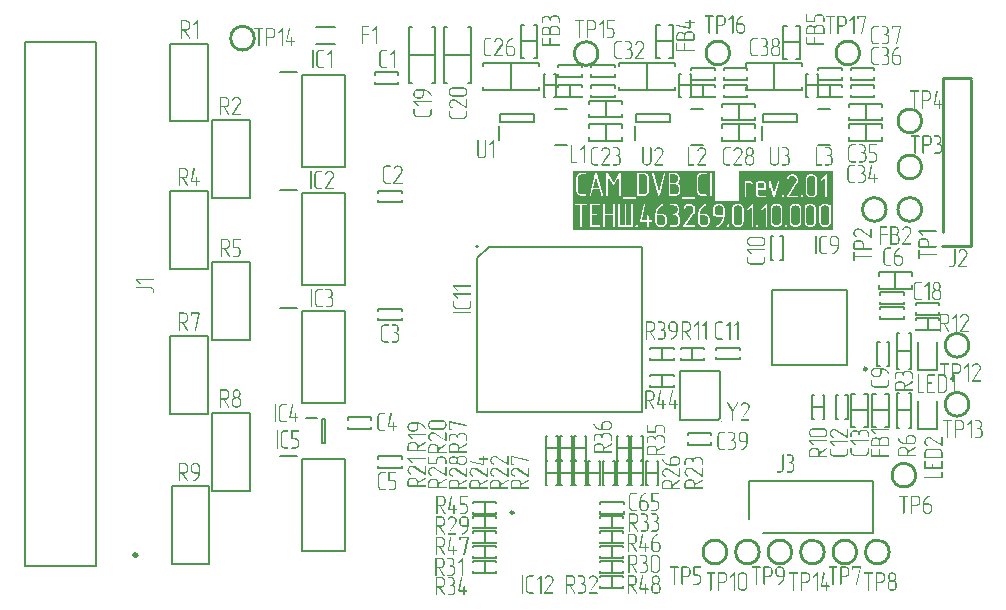
<source format=gto>
G04*
G04 #@! TF.GenerationSoftware,Altium Limited,Altium Designer,24.4.1 (13)*
G04*
G04 Layer_Color=65535*
%FSLAX44Y44*%
%MOMM*%
G71*
G04*
G04 #@! TF.SameCoordinates,84C276BA-1ECB-4C60-8319-21ABD3FB6CDE*
G04*
G04*
G04 #@! TF.FilePolarity,Positive*
G04*
G01*
G75*
%ADD10C,0.2500*%
%ADD11C,0.2540*%
%ADD12C,0.2000*%
%ADD13C,0.3810*%
%ADD14C,0.1000*%
%ADD15C,0.1500*%
G36*
X820000Y557500D02*
D01*
Y532500D01*
X600000D01*
Y557500D01*
X600000D01*
Y582500D01*
X720000D01*
Y557500D01*
X740000D01*
Y582500D01*
X820000D01*
Y557500D01*
D02*
G37*
G36*
X882423Y535801D02*
X882533Y535791D01*
X882673Y535781D01*
X882832Y535751D01*
X883012Y535721D01*
X883212Y535671D01*
X883431Y535611D01*
X883661Y535542D01*
X883891Y535452D01*
X884140Y535352D01*
X884380Y535222D01*
X884629Y535072D01*
X884879Y534903D01*
X885118Y534713D01*
X885138Y534703D01*
X885178Y534663D01*
X885238Y534593D01*
X885328Y534513D01*
X885428Y534394D01*
X885538Y534264D01*
X885657Y534114D01*
X885777Y533944D01*
X885897Y533745D01*
X886017Y533535D01*
X886127Y533316D01*
X886226Y533076D01*
X886316Y532816D01*
X886376Y532547D01*
X886426Y532257D01*
X886436Y531968D01*
Y531958D01*
Y531948D01*
Y531918D01*
Y531878D01*
X886426Y531768D01*
X886416Y531629D01*
X886396Y531469D01*
X886366Y531289D01*
X886326Y531100D01*
X886266Y530900D01*
Y530890D01*
X886256Y530880D01*
X886246Y530850D01*
X886236Y530810D01*
X886216Y530760D01*
X886187Y530700D01*
X886127Y530550D01*
X886047Y530381D01*
X885947Y530171D01*
X885827Y529942D01*
X885687Y529692D01*
X880137Y521307D01*
X885787D01*
X885827Y521297D01*
X885877Y521287D01*
X885937Y521267D01*
X886007Y521227D01*
X886067Y521187D01*
X886137Y521127D01*
X886147Y521117D01*
X886167Y521097D01*
X886197Y521057D01*
X886226Y521017D01*
X886286Y520888D01*
X886306Y520818D01*
X886316Y520748D01*
Y520738D01*
Y520708D01*
X886306Y520668D01*
X886296Y520618D01*
X886276Y520558D01*
X886256Y520498D01*
X886216Y520429D01*
X886167Y520359D01*
X886156Y520349D01*
X886137Y520329D01*
X886107Y520309D01*
X886067Y520279D01*
X886007Y520239D01*
X885937Y520219D01*
X885857Y520199D01*
X885757Y520189D01*
X879059D01*
X879019Y520199D01*
X878969Y520209D01*
X878910Y520229D01*
X878840Y520259D01*
X878770Y520299D01*
X878700Y520359D01*
X878690Y520369D01*
X878680Y520389D01*
X878650Y520429D01*
X878620Y520488D01*
X878590Y520548D01*
X878570Y520618D01*
X878550Y520698D01*
X878540Y520788D01*
Y520798D01*
Y520818D01*
X878550Y520878D01*
X878570Y520968D01*
X878620Y521057D01*
X884749Y530321D01*
X884979Y530750D01*
X885148Y531149D01*
X885158Y531169D01*
X885168Y531219D01*
X885188Y531299D01*
X885218Y531399D01*
X885248Y531529D01*
X885268Y531669D01*
X885278Y531808D01*
X885288Y531968D01*
Y531978D01*
Y532018D01*
X885278Y532078D01*
Y532158D01*
X885258Y532257D01*
X885238Y532367D01*
X885208Y532497D01*
X885178Y532627D01*
X885128Y532776D01*
X885069Y532926D01*
X884989Y533086D01*
X884899Y533246D01*
X884799Y533405D01*
X884669Y533565D01*
X884529Y533725D01*
X884370Y533875D01*
X884350Y533895D01*
X884300Y533934D01*
X884210Y534004D01*
X884100Y534084D01*
X883960Y534174D01*
X883801Y534274D01*
X883621Y534364D01*
X883421Y534454D01*
X883411D01*
X883401Y534464D01*
X883372Y534473D01*
X883332Y534483D01*
X883222Y534523D01*
X883082Y534563D01*
X882912Y534603D01*
X882723Y534643D01*
X882523Y534663D01*
X882313Y534673D01*
X882234D01*
X882184Y534663D01*
X882114D01*
X882034Y534653D01*
X881944Y534633D01*
X881844Y534623D01*
X881625Y534573D01*
X881385Y534493D01*
X881125Y534384D01*
X881006Y534324D01*
X880876Y534244D01*
X880866D01*
X880846Y534224D01*
X880816Y534194D01*
X880766Y534164D01*
X880706Y534114D01*
X880646Y534054D01*
X880576Y533984D01*
X880497Y533904D01*
X880417Y533805D01*
X880327Y533695D01*
X880237Y533575D01*
X880147Y533445D01*
X880057Y533296D01*
X879968Y533136D01*
X879888Y532966D01*
X879808Y532776D01*
Y532766D01*
X879798Y532747D01*
X879778Y532717D01*
X879758Y532677D01*
X879698Y532587D01*
X879618Y532507D01*
X879608D01*
X879598Y532497D01*
X879568Y532487D01*
X879528Y532467D01*
X879428Y532437D01*
X879299Y532407D01*
X879259D01*
X879219Y532417D01*
X879159Y532427D01*
X879099Y532447D01*
X879029Y532467D01*
X878959Y532507D01*
X878889Y532557D01*
X878879Y532567D01*
X878860Y532587D01*
X878840Y532617D01*
X878810Y532667D01*
X878770Y532717D01*
X878750Y532786D01*
X878730Y532866D01*
X878720Y532956D01*
X878760Y533156D01*
X878770Y533176D01*
X878780Y533216D01*
X878810Y533286D01*
X878850Y533375D01*
X878900Y533495D01*
X878959Y533625D01*
X879029Y533765D01*
X879119Y533924D01*
X879219Y534084D01*
X879319Y534254D01*
X879438Y534424D01*
X879568Y534583D01*
X879718Y534753D01*
X879868Y534913D01*
X880038Y535062D01*
X880217Y535192D01*
X880227Y535202D01*
X880257Y535222D01*
X880307Y535252D01*
X880377Y535292D01*
X880457Y535332D01*
X880556Y535392D01*
X880676Y535442D01*
X880806Y535502D01*
X880946Y535561D01*
X881106Y535611D01*
X881275Y535671D01*
X881455Y535711D01*
X881645Y535751D01*
X881844Y535781D01*
X882044Y535801D01*
X882263Y535811D01*
X882333D01*
X882423Y535801D01*
D02*
G37*
G36*
X872531Y535791D02*
X872631Y535781D01*
X872750Y535771D01*
X872890Y535751D01*
X873040Y535721D01*
X873210Y535681D01*
X873389Y535621D01*
X873579Y535561D01*
X873779Y535482D01*
X873978Y535382D01*
X874178Y535272D01*
X874378Y535142D01*
X874577Y534983D01*
X874767Y534813D01*
X874777Y534803D01*
X874787Y534793D01*
X874817Y534763D01*
X874847Y534733D01*
X874937Y534633D01*
X875046Y534503D01*
X875166Y534344D01*
X875286Y534164D01*
X875406Y533964D01*
X875506Y533745D01*
X875675Y533156D01*
X875735Y532797D01*
Y532457D01*
Y531339D01*
Y531329D01*
Y531299D01*
Y531259D01*
Y531199D01*
X875725Y531129D01*
X875715Y531050D01*
X875705Y530950D01*
X875695Y530850D01*
X875655Y530630D01*
X875605Y530381D01*
X875526Y530131D01*
X875426Y529892D01*
Y529882D01*
X875416Y529862D01*
X875396Y529832D01*
X875366Y529792D01*
X875336Y529732D01*
X875296Y529672D01*
X875196Y529512D01*
X875066Y529333D01*
X874897Y529143D01*
X874707Y528943D01*
X874477Y528734D01*
X874487D01*
X874517Y528714D01*
X874557Y528694D01*
X874607Y528654D01*
X874677Y528614D01*
X874757Y528564D01*
X874937Y528424D01*
X875146Y528245D01*
X875366Y528035D01*
X875476Y527915D01*
X875585Y527785D01*
X875685Y527636D01*
X875785Y527486D01*
X875795Y527476D01*
X875805Y527446D01*
X875835Y527406D01*
X875865Y527346D01*
X875905Y527266D01*
X875945Y527177D01*
X875995Y527077D01*
X876045Y526957D01*
X876095Y526837D01*
X876144Y526697D01*
X876224Y526408D01*
X876284Y526088D01*
X876294Y525929D01*
X876304Y525759D01*
Y523533D01*
Y523523D01*
Y523473D01*
X876294Y523403D01*
X876284Y523313D01*
X876274Y523194D01*
X876244Y523054D01*
X876214Y522904D01*
X876174Y522734D01*
X876115Y522565D01*
X876045Y522375D01*
X875965Y522175D01*
X875865Y521976D01*
X875745Y521776D01*
X875605Y521576D01*
X875446Y521377D01*
X875256Y521187D01*
X875246Y521177D01*
X875206Y521147D01*
X875156Y521097D01*
X875076Y521027D01*
X874977Y520958D01*
X874857Y520868D01*
X874727Y520778D01*
X874577Y520688D01*
X874417Y520598D01*
X874238Y520508D01*
X874048Y520419D01*
X873839Y520349D01*
X873629Y520279D01*
X873409Y520229D01*
X873180Y520199D01*
X872940Y520189D01*
X869017D01*
X868947Y520199D01*
X868867Y520219D01*
X868768Y520259D01*
X868658Y520319D01*
X868578Y520419D01*
X868538Y520488D01*
X868508Y520558D01*
X868498Y520638D01*
X868488Y520738D01*
Y535242D01*
Y535252D01*
Y535262D01*
X868498Y535332D01*
X868518Y535422D01*
X868558Y535522D01*
X868628Y535621D01*
X868728Y535711D01*
X868788Y535751D01*
X868867Y535781D01*
X868947Y535791D01*
X869047Y535801D01*
X872461D01*
X872531Y535791D01*
D02*
G37*
G36*
X865763D02*
X865813Y535781D01*
X865873Y535761D01*
X865943Y535721D01*
X866003Y535681D01*
X866072Y535621D01*
X866082Y535611D01*
X866102Y535592D01*
X866132Y535552D01*
X866162Y535512D01*
X866222Y535382D01*
X866242Y535312D01*
X866252Y535242D01*
Y535232D01*
Y535202D01*
X866242Y535162D01*
X866232Y535112D01*
X866212Y535052D01*
X866192Y534993D01*
X866152Y534923D01*
X866102Y534853D01*
X866092Y534843D01*
X866072Y534823D01*
X866042Y534803D01*
X866003Y534773D01*
X865943Y534733D01*
X865873Y534713D01*
X865793Y534693D01*
X865693Y534683D01*
X860682D01*
Y529103D01*
X865723D01*
X865763Y529093D01*
X865813Y529083D01*
X865873Y529063D01*
X865943Y529023D01*
X866003Y528983D01*
X866072Y528923D01*
X866082Y528913D01*
X866102Y528893D01*
X866132Y528853D01*
X866162Y528814D01*
X866222Y528684D01*
X866242Y528614D01*
X866252Y528544D01*
Y528534D01*
Y528504D01*
X866242Y528464D01*
X866232Y528414D01*
X866212Y528354D01*
X866192Y528294D01*
X866152Y528225D01*
X866102Y528155D01*
X866092Y528145D01*
X866072Y528125D01*
X866042Y528105D01*
X866003Y528075D01*
X865943Y528035D01*
X865873Y528015D01*
X865793Y527995D01*
X865693Y527985D01*
X860682D01*
Y520738D01*
Y520728D01*
Y520698D01*
X860672Y520648D01*
X860662Y520588D01*
X860642Y520518D01*
X860612Y520448D01*
X860572Y520379D01*
X860522Y520319D01*
X860512Y520309D01*
X860492Y520299D01*
X860462Y520279D01*
X860413Y520259D01*
X860353Y520229D01*
X860283Y520209D01*
X860213Y520199D01*
X860123Y520189D01*
X860103D01*
X860073Y520199D01*
X860033Y520209D01*
X859973Y520219D01*
X859913Y520249D01*
X859824Y520279D01*
X859724Y520319D01*
X859714Y520329D01*
X859704Y520349D01*
X859674Y520379D01*
X859644Y520419D01*
X859614Y520478D01*
X859594Y520548D01*
X859574Y520638D01*
X859564Y520738D01*
Y535242D01*
Y535252D01*
Y535262D01*
X859574Y535332D01*
X859594Y535422D01*
X859634Y535522D01*
X859694Y535621D01*
X859794Y535711D01*
X859863Y535751D01*
X859933Y535781D01*
X860013Y535791D01*
X860113Y535801D01*
X865723D01*
X865763Y535791D01*
D02*
G37*
G36*
X812092Y364763D02*
X812192Y364753D01*
X812311Y364743D01*
X812451Y364723D01*
X812601Y364693D01*
X812771Y364653D01*
X812950Y364594D01*
X813140Y364534D01*
X813340Y364454D01*
X813539Y364354D01*
X813739Y364244D01*
X813939Y364114D01*
X814138Y363955D01*
X814328Y363785D01*
X814338Y363775D01*
X814368Y363745D01*
X814418Y363685D01*
X814478Y363615D01*
X814557Y363515D01*
X814637Y363406D01*
X814727Y363266D01*
X814817Y363126D01*
X814907Y362956D01*
X814997Y362777D01*
X815077Y362577D01*
X815156Y362367D01*
X815216Y362148D01*
X815266Y361908D01*
X815296Y361669D01*
X815306Y361409D01*
Y360241D01*
X815296Y360171D01*
X815286Y360081D01*
X815276Y359972D01*
X815256Y359842D01*
X815226Y359692D01*
X815186Y359533D01*
X815136Y359353D01*
X815067Y359173D01*
X814987Y358974D01*
X814897Y358784D01*
X814787Y358584D01*
X814657Y358385D01*
X814508Y358185D01*
X814338Y357985D01*
X814328Y357975D01*
X814298Y357945D01*
X814238Y357895D01*
X814168Y357826D01*
X814068Y357746D01*
X813959Y357656D01*
X813829Y357566D01*
X813679Y357476D01*
X813509Y357376D01*
X813330Y357286D01*
X813140Y357197D01*
X812930Y357117D01*
X812701Y357057D01*
X812471Y356997D01*
X812222Y356967D01*
X811962Y356957D01*
X803048D01*
X803028D01*
X802988D01*
X802918Y356967D01*
X802818Y356977D01*
X802709Y356987D01*
X802569Y357007D01*
X802419Y357037D01*
X802249Y357077D01*
X802070Y357127D01*
X801890Y357197D01*
X801690Y357276D01*
X801491Y357366D01*
X801291Y357476D01*
X801091Y357606D01*
X800892Y357756D01*
X800702Y357925D01*
X800692Y357935D01*
X800662Y357965D01*
X800612Y358025D01*
X800542Y358095D01*
X800472Y358195D01*
X800383Y358305D01*
X800293Y358434D01*
X800193Y358584D01*
X800103Y358754D01*
X800013Y358933D01*
X799923Y359123D01*
X799854Y359333D01*
X799784Y359562D01*
X799734Y359792D01*
X799704Y360042D01*
X799694Y360301D01*
Y361469D01*
X799704Y361539D01*
Y361639D01*
X799724Y361758D01*
X799744Y361898D01*
X799774Y362048D01*
X799814Y362218D01*
X799864Y362407D01*
X799933Y362597D01*
X800013Y362787D01*
X800103Y362986D01*
X800223Y363186D01*
X800353Y363386D01*
X800502Y363585D01*
X800672Y363775D01*
X800682Y363785D01*
X800712Y363815D01*
X800772Y363865D01*
X800842Y363935D01*
X800942Y364005D01*
X801051Y364094D01*
X801191Y364184D01*
X801331Y364274D01*
X801501Y364364D01*
X801680Y364454D01*
X801880Y364543D01*
X802090Y364613D01*
X802309Y364683D01*
X802549Y364733D01*
X802788Y364763D01*
X803048Y364773D01*
X811962D01*
X811982D01*
X812022D01*
X812092Y364763D01*
D02*
G37*
G36*
X814847Y354731D02*
X814907Y354721D01*
X814977Y354701D01*
X815047Y354671D01*
X815116Y354631D01*
X815176Y354581D01*
X815186Y354571D01*
X815196Y354551D01*
X815216Y354521D01*
X815236Y354472D01*
X815266Y354412D01*
X815286Y354342D01*
X815296Y354272D01*
X815306Y354182D01*
Y354162D01*
X815296Y354132D01*
X815286Y354092D01*
X815276Y354032D01*
X815246Y353972D01*
X815216Y353883D01*
X815176Y353783D01*
X815166Y353773D01*
X815146Y353763D01*
X815116Y353733D01*
X815077Y353703D01*
X815017Y353673D01*
X814947Y353653D01*
X814857Y353633D01*
X814757Y353623D01*
X801590D01*
X803996Y351227D01*
X804006Y351217D01*
X804016Y351197D01*
X804046Y351167D01*
X804076Y351118D01*
X804106Y351068D01*
X804126Y350998D01*
X804146Y350928D01*
X804156Y350848D01*
Y350808D01*
X804146Y350768D01*
X804136Y350708D01*
X804116Y350648D01*
X804086Y350578D01*
X804046Y350519D01*
X803996Y350449D01*
X803986Y350439D01*
X803966Y350429D01*
X803926Y350399D01*
X803876Y350369D01*
X803817Y350339D01*
X803747Y350319D01*
X803677Y350299D01*
X803587Y350289D01*
X803567D01*
X803547Y350299D01*
X803507Y350309D01*
X803457Y350329D01*
X803387Y350359D01*
X803307Y350399D01*
X803208Y350449D01*
X799854Y353783D01*
X799844Y353793D01*
X799824Y353813D01*
X799804Y353843D01*
X799774Y353893D01*
X799744Y353952D01*
X799714Y354012D01*
X799704Y354092D01*
X799694Y354172D01*
Y354212D01*
X799704Y354252D01*
X799714Y354302D01*
X799734Y354362D01*
X799754Y354432D01*
X799794Y354492D01*
X799844Y354561D01*
X799854Y354571D01*
X799874Y354591D01*
X799904Y354621D01*
X799954Y354651D01*
X800003Y354681D01*
X800073Y354711D01*
X800153Y354731D01*
X800243Y354741D01*
X814757D01*
X814767D01*
X814797D01*
X814847Y354731D01*
D02*
G37*
G36*
X814837Y348033D02*
X814887Y348023D01*
X814947Y348003D01*
X815017Y347963D01*
X815087Y347923D01*
X815156Y347863D01*
X815166Y347853D01*
X815176Y347833D01*
X815206Y347793D01*
X815226Y347743D01*
X815256Y347684D01*
X815286Y347614D01*
X815296Y347534D01*
X815306Y347454D01*
Y347434D01*
X815296Y347374D01*
X815286Y347294D01*
X815256Y347205D01*
X815236Y347184D01*
X815196Y347135D01*
X815126Y347075D01*
X815037Y347005D01*
X808608Y343261D01*
Y341345D01*
X814757D01*
X814767D01*
X814797D01*
X814847Y341335D01*
X814907Y341325D01*
X814977Y341305D01*
X815047Y341275D01*
X815116Y341235D01*
X815176Y341185D01*
X815186Y341175D01*
X815196Y341155D01*
X815216Y341125D01*
X815236Y341075D01*
X815266Y341016D01*
X815286Y340946D01*
X815296Y340876D01*
X815306Y340786D01*
Y340766D01*
X815296Y340736D01*
X815286Y340696D01*
X815276Y340636D01*
X815246Y340576D01*
X815216Y340486D01*
X815176Y340387D01*
X815166Y340377D01*
X815146Y340367D01*
X815116Y340337D01*
X815077Y340307D01*
X815017Y340277D01*
X814947Y340257D01*
X814857Y340237D01*
X814757Y340227D01*
X800253D01*
X800243D01*
X800233D01*
X800163Y340237D01*
X800073Y340257D01*
X799973Y340297D01*
X799874Y340357D01*
X799784Y340457D01*
X799744Y340526D01*
X799714Y340596D01*
X799704Y340676D01*
X799694Y340776D01*
Y344739D01*
X799704Y344809D01*
Y344909D01*
X799724Y345028D01*
X799744Y345168D01*
X799774Y345318D01*
X799814Y345488D01*
X799864Y345677D01*
X799933Y345867D01*
X800013Y346057D01*
X800103Y346256D01*
X800223Y346456D01*
X800353Y346655D01*
X800502Y346855D01*
X800672Y347045D01*
X800682Y347055D01*
X800712Y347085D01*
X800772Y347135D01*
X800842Y347205D01*
X800942Y347274D01*
X801051Y347364D01*
X801191Y347454D01*
X801331Y347544D01*
X801501Y347634D01*
X801680Y347724D01*
X801880Y347813D01*
X802090Y347883D01*
X802309Y347953D01*
X802549Y348003D01*
X802788Y348033D01*
X803048Y348043D01*
X805274D01*
X805294D01*
X805334D01*
X805404Y348033D01*
X805504Y348023D01*
X805623Y348013D01*
X805763Y347993D01*
X805913Y347963D01*
X806083Y347923D01*
X806262Y347863D01*
X806452Y347803D01*
X806652Y347724D01*
X806851Y347624D01*
X807051Y347514D01*
X807251Y347384D01*
X807440Y347224D01*
X807630Y347055D01*
X807640Y347045D01*
X807670Y347015D01*
X807720Y346955D01*
X807779Y346885D01*
X807859Y346785D01*
X807939Y346675D01*
X808029Y346536D01*
X808119Y346396D01*
X808209Y346226D01*
X808299Y346046D01*
X808378Y345847D01*
X808458Y345637D01*
X808518Y345418D01*
X808568Y345178D01*
X808598Y344939D01*
X808608Y344679D01*
Y344539D01*
X814478Y347963D01*
X814488D01*
X814498Y347973D01*
X814557Y348003D01*
X814647Y348033D01*
X814767Y348043D01*
X814777D01*
X814797D01*
X814837Y348033D01*
D02*
G37*
G36*
X670162Y240296D02*
X670252D01*
X670371Y240276D01*
X670511Y240256D01*
X670671Y240226D01*
X670841Y240186D01*
X671020Y240136D01*
X671220Y240067D01*
X671420Y239987D01*
X671619Y239897D01*
X671819Y239777D01*
X672029Y239647D01*
X672228Y239498D01*
X672418Y239328D01*
X672428Y239318D01*
X672438Y239308D01*
X672468Y239278D01*
X672498Y239248D01*
X672588Y239148D01*
X672697Y239018D01*
X672817Y238859D01*
X672937Y238679D01*
X673057Y238479D01*
X673157Y238260D01*
X673326Y237671D01*
X673386Y237311D01*
Y236962D01*
Y235834D01*
Y235824D01*
Y235794D01*
Y235754D01*
Y235694D01*
X673376Y235624D01*
X673366Y235545D01*
X673356Y235445D01*
X673346Y235345D01*
X673306Y235125D01*
X673256Y234876D01*
X673176Y234626D01*
X673077Y234387D01*
Y234377D01*
X673067Y234357D01*
X673047Y234327D01*
X673017Y234277D01*
X672987Y234227D01*
X672947Y234157D01*
X672847Y234007D01*
X672717Y233828D01*
X672558Y233638D01*
X672368Y233428D01*
X672148Y233229D01*
X672158D01*
X672178Y233209D01*
X672218Y233189D01*
X672278Y233159D01*
X672338Y233119D01*
X672418Y233069D01*
X672598Y232939D01*
X672797Y232770D01*
X672897Y232680D01*
X673007Y232570D01*
X673117Y232450D01*
X673226Y232320D01*
X673326Y232181D01*
X673426Y232031D01*
X673436Y232021D01*
X673446Y231991D01*
X673476Y231951D01*
X673506Y231891D01*
X673546Y231811D01*
X673586Y231721D01*
X673636Y231612D01*
X673686Y231502D01*
X673736Y231372D01*
X673785Y231232D01*
X673865Y230933D01*
X673925Y230613D01*
X673935Y230444D01*
X673945Y230264D01*
Y228038D01*
Y228018D01*
Y227978D01*
X673935Y227898D01*
Y227808D01*
X673915Y227689D01*
X673895Y227549D01*
X673865Y227389D01*
X673825Y227219D01*
X673775Y227040D01*
X673706Y226840D01*
X673626Y226650D01*
X673536Y226451D01*
X673416Y226241D01*
X673286Y226042D01*
X673137Y225852D01*
X672967Y225662D01*
X672957Y225652D01*
X672927Y225622D01*
X672867Y225572D01*
X672797Y225513D01*
X672697Y225443D01*
X672588Y225353D01*
X672448Y225273D01*
X672308Y225183D01*
X672138Y225083D01*
X671959Y225003D01*
X671759Y224923D01*
X671549Y224844D01*
X671330Y224784D01*
X671090Y224734D01*
X670851Y224704D01*
X670591Y224694D01*
X669423D01*
X669353Y224704D01*
X669264Y224714D01*
X669154Y224724D01*
X669024Y224744D01*
X668874Y224774D01*
X668715Y224814D01*
X668535Y224864D01*
X668355Y224933D01*
X668156Y225013D01*
X667966Y225103D01*
X667766Y225213D01*
X667567Y225343D01*
X667367Y225492D01*
X667167Y225662D01*
X667157Y225672D01*
X667127Y225702D01*
X667077Y225762D01*
X667008Y225832D01*
X666928Y225932D01*
X666838Y226042D01*
X666748Y226171D01*
X666658Y226321D01*
X666558Y226491D01*
X666469Y226670D01*
X666379Y226860D01*
X666299Y227070D01*
X666239Y227299D01*
X666179Y227529D01*
X666149Y227778D01*
X666139Y228038D01*
Y230264D01*
Y230274D01*
Y230304D01*
Y230344D01*
X666149Y230414D01*
Y230484D01*
X666159Y230573D01*
X666179Y230683D01*
X666199Y230793D01*
X666249Y231043D01*
X666329Y231322D01*
X666449Y231612D01*
X666518Y231751D01*
X666598Y231901D01*
X666608Y231911D01*
X666618Y231941D01*
X666648Y231981D01*
X666688Y232031D01*
X666738Y232101D01*
X666788Y232181D01*
X666858Y232270D01*
X666938Y232360D01*
X667028Y232470D01*
X667127Y232570D01*
X667357Y232789D01*
X667626Y233019D01*
X667936Y233229D01*
X667926Y233239D01*
X667916Y233249D01*
X667886Y233279D01*
X667846Y233309D01*
X667736Y233408D01*
X667606Y233548D01*
X667467Y233718D01*
X667317Y233908D01*
X667167Y234127D01*
X667028Y234367D01*
Y234377D01*
X667018Y234397D01*
X666998Y234436D01*
X666978Y234486D01*
X666948Y234546D01*
X666928Y234626D01*
X666898Y234706D01*
X666868Y234806D01*
X666798Y235026D01*
X666748Y235275D01*
X666708Y235545D01*
X666698Y235834D01*
Y236982D01*
Y237002D01*
Y237042D01*
X666708Y237112D01*
X666718Y237202D01*
X666728Y237311D01*
X666748Y237441D01*
X666778Y237591D01*
X666818Y237761D01*
X666868Y237940D01*
X666938Y238120D01*
X667018Y238320D01*
X667107Y238519D01*
X667217Y238729D01*
X667347Y238929D01*
X667497Y239138D01*
X667666Y239338D01*
X667676Y239348D01*
X667686Y239358D01*
X667716Y239388D01*
X667756Y239418D01*
X667856Y239508D01*
X667986Y239617D01*
X668146Y239737D01*
X668325Y239857D01*
X668525Y239977D01*
X668734Y240077D01*
X669323Y240246D01*
X669683Y240306D01*
X670082D01*
X670162Y240296D01*
D02*
G37*
G36*
X658942D02*
X659002Y240286D01*
X659062Y240266D01*
X659131Y240236D01*
X659191Y240196D01*
X659261Y240146D01*
X659271Y240136D01*
X659291Y240116D01*
X659311Y240086D01*
X659351Y240047D01*
X659381Y239987D01*
X659401Y239917D01*
X659421Y239847D01*
X659431Y239757D01*
X659421Y239627D01*
X657325Y229156D01*
X660549D01*
Y231951D01*
Y231961D01*
Y231981D01*
X660559Y232021D01*
X660569Y232061D01*
X660589Y232121D01*
X660619Y232181D01*
X660659Y232250D01*
X660709Y232320D01*
X660719Y232330D01*
X660739Y232350D01*
X660779Y232380D01*
X660818Y232420D01*
X660878Y232450D01*
X660948Y232480D01*
X661028Y232500D01*
X661108Y232510D01*
X661138D01*
X661178Y232500D01*
X661228Y232490D01*
X661288Y232470D01*
X661358Y232450D01*
X661417Y232410D01*
X661487Y232360D01*
X661497Y232350D01*
X661517Y232330D01*
X661547Y232300D01*
X661577Y232250D01*
X661607Y232190D01*
X661637Y232121D01*
X661657Y232041D01*
X661667Y231951D01*
Y229156D01*
X663384D01*
X663424Y229146D01*
X663474Y229136D01*
X663534Y229116D01*
X663594Y229076D01*
X663663Y229036D01*
X663723Y228976D01*
X663733Y228966D01*
X663753Y228946D01*
X663783Y228906D01*
X663813Y228867D01*
X663873Y228737D01*
X663893Y228667D01*
X663903Y228597D01*
Y228587D01*
Y228557D01*
X663893Y228517D01*
X663883Y228467D01*
X663863Y228407D01*
X663843Y228347D01*
X663803Y228277D01*
X663753Y228208D01*
X663743Y228198D01*
X663723Y228178D01*
X663693Y228158D01*
X663653Y228128D01*
X663594Y228088D01*
X663524Y228068D01*
X663444Y228048D01*
X663344Y228038D01*
X661667D01*
Y225243D01*
Y225233D01*
Y225203D01*
X661657Y225153D01*
X661647Y225093D01*
X661627Y225023D01*
X661597Y224953D01*
X661557Y224884D01*
X661507Y224824D01*
X661497Y224814D01*
X661477Y224804D01*
X661447Y224784D01*
X661397Y224764D01*
X661338Y224734D01*
X661268Y224714D01*
X661198Y224704D01*
X661108Y224694D01*
X661088D01*
X661058Y224704D01*
X661018Y224714D01*
X660958Y224724D01*
X660898Y224754D01*
X660809Y224784D01*
X660709Y224824D01*
X660699Y224834D01*
X660689Y224854D01*
X660659Y224884D01*
X660629Y224923D01*
X660599Y224983D01*
X660579Y225053D01*
X660559Y225143D01*
X660549Y225243D01*
Y228038D01*
X656606D01*
X656566Y228048D01*
X656506Y228058D01*
X656446Y228078D01*
X656376Y228098D01*
X656307Y228138D01*
X656247Y228188D01*
X656237Y228198D01*
X656227Y228218D01*
X656197Y228248D01*
X656167Y228298D01*
X656137Y228347D01*
X656117Y228417D01*
X656097Y228487D01*
X656087Y228567D01*
X656097Y228707D01*
X658333Y239857D01*
Y239867D01*
X658343Y239897D01*
X658353Y239937D01*
X658373Y239977D01*
X658423Y240086D01*
X658473Y240136D01*
X658523Y240186D01*
X658862Y240306D01*
X658902D01*
X658942Y240296D01*
D02*
G37*
G36*
X650637D02*
X650736D01*
X650856Y240276D01*
X650996Y240256D01*
X651146Y240226D01*
X651316Y240186D01*
X651505Y240136D01*
X651695Y240067D01*
X651885Y239987D01*
X652084Y239897D01*
X652284Y239777D01*
X652483Y239647D01*
X652683Y239498D01*
X652873Y239328D01*
X652883Y239318D01*
X652913Y239288D01*
X652962Y239228D01*
X653032Y239158D01*
X653102Y239058D01*
X653192Y238948D01*
X653282Y238809D01*
X653372Y238669D01*
X653462Y238499D01*
X653551Y238320D01*
X653641Y238120D01*
X653711Y237910D01*
X653781Y237691D01*
X653831Y237451D01*
X653861Y237212D01*
X653871Y236952D01*
Y234726D01*
Y234706D01*
Y234666D01*
X653861Y234596D01*
X653851Y234496D01*
X653841Y234377D01*
X653821Y234237D01*
X653791Y234087D01*
X653751Y233918D01*
X653691Y233738D01*
X653631Y233548D01*
X653551Y233349D01*
X653452Y233149D01*
X653342Y232949D01*
X653212Y232750D01*
X653052Y232560D01*
X652883Y232370D01*
X652873Y232360D01*
X652843Y232330D01*
X652783Y232280D01*
X652713Y232220D01*
X652613Y232141D01*
X652503Y232061D01*
X652364Y231971D01*
X652224Y231881D01*
X652054Y231791D01*
X651874Y231701D01*
X651675Y231622D01*
X651465Y231542D01*
X651246Y231482D01*
X651006Y231432D01*
X650767Y231402D01*
X650507Y231392D01*
X650367D01*
X653791Y225522D01*
Y225513D01*
X653801Y225502D01*
X653831Y225443D01*
X653861Y225353D01*
X653871Y225233D01*
Y225223D01*
Y225203D01*
X653861Y225163D01*
X653851Y225113D01*
X653831Y225053D01*
X653791Y224983D01*
X653751Y224914D01*
X653691Y224844D01*
X653681Y224834D01*
X653661Y224824D01*
X653621Y224794D01*
X653571Y224774D01*
X653512Y224744D01*
X653442Y224714D01*
X653362Y224704D01*
X653282Y224694D01*
X653262D01*
X653202Y224704D01*
X653122Y224714D01*
X653032Y224744D01*
X653012Y224764D01*
X652962Y224804D01*
X652903Y224874D01*
X652833Y224963D01*
X649090Y231392D01*
X647173D01*
Y225243D01*
Y225233D01*
Y225203D01*
X647163Y225153D01*
X647153Y225093D01*
X647133Y225023D01*
X647103Y224953D01*
X647063Y224884D01*
X647013Y224824D01*
X647003Y224814D01*
X646983Y224804D01*
X646953Y224784D01*
X646903Y224764D01*
X646843Y224734D01*
X646774Y224714D01*
X646704Y224704D01*
X646614Y224694D01*
X646594D01*
X646564Y224704D01*
X646524Y224714D01*
X646464Y224724D01*
X646404Y224754D01*
X646314Y224784D01*
X646215Y224824D01*
X646205Y224834D01*
X646195Y224854D01*
X646165Y224884D01*
X646135Y224923D01*
X646105Y224983D01*
X646085Y225053D01*
X646065Y225143D01*
X646055Y225243D01*
Y239747D01*
Y239757D01*
Y239767D01*
X646065Y239837D01*
X646085Y239927D01*
X646125Y240027D01*
X646185Y240126D01*
X646284Y240216D01*
X646354Y240256D01*
X646424Y240286D01*
X646504Y240296D01*
X646604Y240306D01*
X650567D01*
X650637Y240296D01*
D02*
G37*
G36*
X510981Y272796D02*
X511031Y272786D01*
X511161Y272746D01*
X511231Y272716D01*
X511290Y272666D01*
X511300Y272656D01*
X511320Y272636D01*
X511340Y272606D01*
X511370Y272567D01*
X511400Y272517D01*
X511430Y272447D01*
X511440Y272377D01*
X511450Y272287D01*
X511430Y272117D01*
X508076Y257623D01*
X508066Y257603D01*
X508056Y257583D01*
X508046Y257553D01*
X508016Y257513D01*
X507986Y257453D01*
X507936Y257384D01*
X507877Y257304D01*
X507537Y257194D01*
X507507D01*
X507467Y257204D01*
X507417Y257214D01*
X507288Y257254D01*
X507208Y257284D01*
X507138Y257324D01*
X507128Y257334D01*
X507108Y257354D01*
X507078Y257384D01*
X507048Y257423D01*
X507018Y257483D01*
X506988Y257553D01*
X506968Y257633D01*
X506958Y257723D01*
X506988Y257873D01*
X510182Y271688D01*
X504752D01*
Y270580D01*
Y270570D01*
Y270540D01*
X504742Y270490D01*
X504732Y270430D01*
X504712Y270360D01*
X504682Y270291D01*
X504642Y270221D01*
X504592Y270161D01*
X504582Y270151D01*
X504562Y270141D01*
X504533Y270121D01*
X504483Y270101D01*
X504423Y270071D01*
X504353Y270051D01*
X504283Y270041D01*
X504193Y270031D01*
X504173D01*
X504143Y270041D01*
X504103Y270051D01*
X504043Y270061D01*
X503983Y270091D01*
X503894Y270121D01*
X503794Y270161D01*
X503784Y270171D01*
X503774Y270191D01*
X503744Y270221D01*
X503714Y270261D01*
X503684Y270320D01*
X503664Y270390D01*
X503644Y270480D01*
X503634Y270580D01*
Y272247D01*
Y272257D01*
Y272267D01*
X503644Y272337D01*
X503664Y272427D01*
X503704Y272527D01*
X503764Y272626D01*
X503864Y272716D01*
X503933Y272756D01*
X504003Y272786D01*
X504083Y272796D01*
X504183Y272806D01*
X510931D01*
X510981Y272796D01*
D02*
G37*
G36*
X496437D02*
X496497Y272786D01*
X496557Y272766D01*
X496627Y272736D01*
X496687Y272696D01*
X496756Y272646D01*
X496766Y272636D01*
X496786Y272616D01*
X496806Y272586D01*
X496846Y272547D01*
X496876Y272487D01*
X496896Y272417D01*
X496916Y272347D01*
X496926Y272257D01*
X496916Y272127D01*
X494820Y261656D01*
X498044D01*
Y264451D01*
Y264461D01*
Y264481D01*
X498054Y264521D01*
X498064Y264561D01*
X498084Y264621D01*
X498114Y264681D01*
X498154Y264750D01*
X498204Y264820D01*
X498214Y264830D01*
X498234Y264850D01*
X498274Y264880D01*
X498314Y264920D01*
X498373Y264950D01*
X498443Y264980D01*
X498523Y265000D01*
X498603Y265010D01*
X498633D01*
X498673Y265000D01*
X498723Y264990D01*
X498783Y264970D01*
X498853Y264950D01*
X498913Y264910D01*
X498982Y264860D01*
X498992Y264850D01*
X499012Y264830D01*
X499042Y264800D01*
X499072Y264750D01*
X499102Y264691D01*
X499132Y264621D01*
X499152Y264541D01*
X499162Y264451D01*
Y261656D01*
X500879D01*
X500919Y261646D01*
X500969Y261636D01*
X501029Y261616D01*
X501089Y261576D01*
X501158Y261536D01*
X501218Y261476D01*
X501228Y261466D01*
X501248Y261446D01*
X501278Y261406D01*
X501308Y261367D01*
X501368Y261237D01*
X501388Y261167D01*
X501398Y261097D01*
Y261087D01*
Y261057D01*
X501388Y261017D01*
X501378Y260967D01*
X501358Y260907D01*
X501338Y260847D01*
X501298Y260777D01*
X501248Y260708D01*
X501238Y260698D01*
X501218Y260678D01*
X501188Y260658D01*
X501148Y260628D01*
X501089Y260588D01*
X501019Y260568D01*
X500939Y260548D01*
X500839Y260538D01*
X499162D01*
Y257743D01*
Y257733D01*
Y257703D01*
X499152Y257653D01*
X499142Y257593D01*
X499122Y257523D01*
X499092Y257453D01*
X499052Y257384D01*
X499002Y257324D01*
X498992Y257314D01*
X498972Y257304D01*
X498942Y257284D01*
X498893Y257264D01*
X498833Y257234D01*
X498763Y257214D01*
X498693Y257204D01*
X498603Y257194D01*
X498583D01*
X498553Y257204D01*
X498513Y257214D01*
X498453Y257224D01*
X498393Y257254D01*
X498304Y257284D01*
X498204Y257324D01*
X498194Y257334D01*
X498184Y257354D01*
X498154Y257384D01*
X498124Y257423D01*
X498094Y257483D01*
X498074Y257553D01*
X498054Y257643D01*
X498044Y257743D01*
Y260538D01*
X494101D01*
X494061Y260548D01*
X494001Y260558D01*
X493941Y260578D01*
X493871Y260598D01*
X493802Y260638D01*
X493742Y260688D01*
X493732Y260698D01*
X493722Y260718D01*
X493692Y260748D01*
X493662Y260798D01*
X493632Y260847D01*
X493612Y260917D01*
X493592Y260987D01*
X493582Y261067D01*
X493592Y261207D01*
X495828Y272357D01*
Y272367D01*
X495838Y272397D01*
X495848Y272437D01*
X495868Y272477D01*
X495918Y272586D01*
X495968Y272636D01*
X496018Y272686D01*
X496357Y272806D01*
X496397D01*
X496437Y272796D01*
D02*
G37*
G36*
X488132D02*
X488232D01*
X488351Y272776D01*
X488491Y272756D01*
X488641Y272726D01*
X488811Y272686D01*
X489000Y272636D01*
X489190Y272567D01*
X489380Y272487D01*
X489579Y272397D01*
X489779Y272277D01*
X489978Y272147D01*
X490178Y271998D01*
X490368Y271828D01*
X490378Y271818D01*
X490408Y271788D01*
X490458Y271728D01*
X490527Y271658D01*
X490597Y271558D01*
X490687Y271448D01*
X490777Y271309D01*
X490867Y271169D01*
X490957Y270999D01*
X491046Y270820D01*
X491136Y270620D01*
X491206Y270410D01*
X491276Y270191D01*
X491326Y269951D01*
X491356Y269712D01*
X491366Y269452D01*
Y267226D01*
Y267206D01*
Y267166D01*
X491356Y267096D01*
X491346Y266996D01*
X491336Y266877D01*
X491316Y266737D01*
X491286Y266587D01*
X491246Y266418D01*
X491186Y266238D01*
X491126Y266048D01*
X491046Y265849D01*
X490947Y265649D01*
X490837Y265449D01*
X490707Y265250D01*
X490547Y265060D01*
X490378Y264870D01*
X490368Y264860D01*
X490338Y264830D01*
X490278Y264780D01*
X490208Y264720D01*
X490108Y264641D01*
X489998Y264561D01*
X489859Y264471D01*
X489719Y264381D01*
X489549Y264291D01*
X489370Y264201D01*
X489170Y264122D01*
X488960Y264042D01*
X488741Y263982D01*
X488501Y263932D01*
X488261Y263902D01*
X488002Y263892D01*
X487862D01*
X491286Y258022D01*
Y258013D01*
X491296Y258002D01*
X491326Y257943D01*
X491356Y257853D01*
X491366Y257733D01*
Y257723D01*
Y257703D01*
X491356Y257663D01*
X491346Y257613D01*
X491326Y257553D01*
X491286Y257483D01*
X491246Y257414D01*
X491186Y257344D01*
X491176Y257334D01*
X491156Y257324D01*
X491116Y257294D01*
X491067Y257274D01*
X491007Y257244D01*
X490937Y257214D01*
X490857Y257204D01*
X490777Y257194D01*
X490757D01*
X490697Y257204D01*
X490617Y257214D01*
X490527Y257244D01*
X490508Y257264D01*
X490458Y257304D01*
X490398Y257374D01*
X490328Y257463D01*
X486585Y263892D01*
X484668D01*
Y257743D01*
Y257733D01*
Y257703D01*
X484658Y257653D01*
X484648Y257593D01*
X484628Y257523D01*
X484598Y257453D01*
X484558Y257384D01*
X484508Y257324D01*
X484498Y257314D01*
X484478Y257304D01*
X484448Y257284D01*
X484398Y257264D01*
X484338Y257234D01*
X484269Y257214D01*
X484199Y257204D01*
X484109Y257194D01*
X484089D01*
X484059Y257204D01*
X484019Y257214D01*
X483959Y257224D01*
X483899Y257254D01*
X483809Y257284D01*
X483710Y257324D01*
X483700Y257334D01*
X483690Y257354D01*
X483660Y257384D01*
X483630Y257423D01*
X483600Y257483D01*
X483580Y257553D01*
X483560Y257643D01*
X483550Y257743D01*
Y272247D01*
Y272257D01*
Y272267D01*
X483560Y272337D01*
X483580Y272427D01*
X483620Y272527D01*
X483680Y272626D01*
X483779Y272716D01*
X483849Y272756D01*
X483919Y272786D01*
X483999Y272796D01*
X484099Y272806D01*
X488062D01*
X488132Y272796D01*
D02*
G37*
G36*
X671270Y275301D02*
X671320Y275291D01*
X671380Y275271D01*
X671440Y275231D01*
X671499Y275191D01*
X671559Y275131D01*
X671569Y275121D01*
X671579Y275102D01*
X671609Y275061D01*
X671639Y275012D01*
X671659Y274952D01*
X671689Y274882D01*
X671699Y274802D01*
X671709Y274722D01*
Y274712D01*
Y274702D01*
X671699Y274632D01*
X671679Y274543D01*
X671639Y274453D01*
Y274443D01*
X671629Y274433D01*
X671609Y274413D01*
X671579Y274383D01*
X671539Y274343D01*
X671489Y274303D01*
X671430Y274263D01*
X671350Y274213D01*
X671140Y274133D01*
X670891Y274023D01*
X670421Y273784D01*
X670402Y273774D01*
X670351Y273734D01*
X670262Y273684D01*
X670152Y273614D01*
X670022Y273524D01*
X669882Y273424D01*
X669743Y273305D01*
X669593Y273185D01*
X669583Y273175D01*
X669563Y273165D01*
X669523Y273125D01*
X669473Y273085D01*
X669413Y273025D01*
X669343Y272965D01*
X669264Y272885D01*
X669174Y272796D01*
X669074Y272686D01*
X668964Y272576D01*
X668854Y272446D01*
X668744Y272316D01*
X668625Y272167D01*
X668505Y272007D01*
X668375Y271837D01*
X668255Y271658D01*
Y271648D01*
X668235Y271628D01*
X668215Y271588D01*
X668185Y271538D01*
X668156Y271478D01*
X668115Y271398D01*
X668066Y271318D01*
X668016Y271218D01*
X667906Y270999D01*
X667796Y270739D01*
X667676Y270460D01*
X667557Y270160D01*
Y270150D01*
X667546Y270120D01*
X667527Y270080D01*
X667507Y270021D01*
X667487Y269951D01*
X667467Y269861D01*
X667437Y269761D01*
X667407Y269661D01*
X667357Y269422D01*
X667307Y269162D01*
X667267Y268883D01*
X667257Y268613D01*
X670641D01*
X670721Y268603D01*
X670821D01*
X670940Y268583D01*
X671080Y268563D01*
X671240Y268533D01*
X671410Y268493D01*
X671599Y268443D01*
X671789Y268374D01*
X671989Y268294D01*
X672188Y268204D01*
X672388Y268084D01*
X672588Y267954D01*
X672777Y267805D01*
X672967Y267635D01*
X672977Y267625D01*
X673007Y267595D01*
X673057Y267535D01*
X673117Y267465D01*
X673196Y267365D01*
X673276Y267255D01*
X673366Y267126D01*
X673456Y266976D01*
X673546Y266806D01*
X673636Y266627D01*
X673716Y266437D01*
X673795Y266227D01*
X673855Y265998D01*
X673905Y265768D01*
X673935Y265518D01*
X673945Y265259D01*
Y263033D01*
Y263013D01*
Y262973D01*
X673935Y262893D01*
Y262803D01*
X673915Y262684D01*
X673895Y262544D01*
X673865Y262384D01*
X673825Y262214D01*
X673775Y262035D01*
X673706Y261835D01*
X673626Y261646D01*
X673536Y261446D01*
X673416Y261236D01*
X673286Y261036D01*
X673137Y260847D01*
X672967Y260657D01*
X672957Y260647D01*
X672927Y260617D01*
X672867Y260567D01*
X672797Y260508D01*
X672697Y260438D01*
X672588Y260348D01*
X672448Y260268D01*
X672308Y260178D01*
X672138Y260078D01*
X671959Y259998D01*
X671759Y259918D01*
X671549Y259839D01*
X671330Y259779D01*
X671090Y259729D01*
X670851Y259699D01*
X670591Y259689D01*
X669423D01*
X669353Y259699D01*
X669264Y259709D01*
X669154Y259719D01*
X669024Y259739D01*
X668874Y259769D01*
X668715Y259809D01*
X668535Y259859D01*
X668355Y259928D01*
X668156Y260008D01*
X667966Y260098D01*
X667766Y260208D01*
X667567Y260338D01*
X667367Y260487D01*
X667167Y260657D01*
X667157Y260667D01*
X667127Y260697D01*
X667077Y260757D01*
X667008Y260827D01*
X666928Y260927D01*
X666838Y261036D01*
X666748Y261166D01*
X666658Y261316D01*
X666558Y261486D01*
X666469Y261665D01*
X666379Y261855D01*
X666299Y262065D01*
X666239Y262294D01*
X666179Y262524D01*
X666149Y262773D01*
X666139Y263033D01*
Y267994D01*
Y268004D01*
Y268024D01*
Y268054D01*
Y268094D01*
Y268154D01*
X666149Y268224D01*
Y268304D01*
X666159Y268383D01*
X666179Y268593D01*
X666199Y268833D01*
X666239Y269102D01*
X666289Y269392D01*
X666349Y269711D01*
X666429Y270051D01*
X666528Y270400D01*
X666638Y270769D01*
X666778Y271138D01*
X666938Y271508D01*
X667117Y271877D01*
X667327Y272246D01*
Y272257D01*
X667347Y272267D01*
X667357Y272297D01*
X667387Y272336D01*
X667467Y272446D01*
X667567Y272586D01*
X667696Y272766D01*
X667866Y272955D01*
X668056Y273175D01*
X668275Y273414D01*
X668515Y273654D01*
X668784Y273904D01*
X669084Y274153D01*
X669403Y274403D01*
X669753Y274642D01*
X670132Y274872D01*
X670531Y275072D01*
X670950Y275261D01*
X671190Y275311D01*
X671230D01*
X671270Y275301D01*
D02*
G37*
G36*
X658942Y275291D02*
X659002Y275281D01*
X659062Y275261D01*
X659131Y275231D01*
X659191Y275191D01*
X659261Y275141D01*
X659271Y275131D01*
X659291Y275111D01*
X659311Y275082D01*
X659351Y275042D01*
X659381Y274982D01*
X659401Y274912D01*
X659421Y274842D01*
X659431Y274752D01*
X659421Y274622D01*
X657325Y264151D01*
X660549D01*
Y266946D01*
Y266956D01*
Y266976D01*
X660559Y267016D01*
X660569Y267056D01*
X660589Y267116D01*
X660619Y267176D01*
X660659Y267246D01*
X660709Y267315D01*
X660719Y267325D01*
X660739Y267345D01*
X660779Y267375D01*
X660818Y267415D01*
X660878Y267445D01*
X660948Y267475D01*
X661028Y267495D01*
X661108Y267505D01*
X661138D01*
X661178Y267495D01*
X661228Y267485D01*
X661288Y267465D01*
X661358Y267445D01*
X661417Y267405D01*
X661487Y267355D01*
X661497Y267345D01*
X661517Y267325D01*
X661547Y267295D01*
X661577Y267246D01*
X661607Y267186D01*
X661637Y267116D01*
X661657Y267036D01*
X661667Y266946D01*
Y264151D01*
X663384D01*
X663424Y264141D01*
X663474Y264131D01*
X663534Y264111D01*
X663594Y264071D01*
X663663Y264031D01*
X663723Y263971D01*
X663733Y263961D01*
X663753Y263941D01*
X663783Y263901D01*
X663813Y263862D01*
X663873Y263732D01*
X663893Y263662D01*
X663903Y263592D01*
Y263582D01*
Y263552D01*
X663893Y263512D01*
X663883Y263462D01*
X663863Y263402D01*
X663843Y263342D01*
X663803Y263272D01*
X663753Y263203D01*
X663743Y263193D01*
X663723Y263173D01*
X663693Y263153D01*
X663653Y263123D01*
X663594Y263083D01*
X663524Y263063D01*
X663444Y263043D01*
X663344Y263033D01*
X661667D01*
Y260238D01*
Y260228D01*
Y260198D01*
X661657Y260148D01*
X661647Y260088D01*
X661627Y260018D01*
X661597Y259949D01*
X661557Y259879D01*
X661507Y259819D01*
X661497Y259809D01*
X661477Y259799D01*
X661447Y259779D01*
X661397Y259759D01*
X661338Y259729D01*
X661268Y259709D01*
X661198Y259699D01*
X661108Y259689D01*
X661088D01*
X661058Y259699D01*
X661018Y259709D01*
X660958Y259719D01*
X660898Y259749D01*
X660809Y259779D01*
X660709Y259819D01*
X660699Y259829D01*
X660689Y259849D01*
X660659Y259879D01*
X660629Y259918D01*
X660599Y259978D01*
X660579Y260048D01*
X660559Y260138D01*
X660549Y260238D01*
Y263033D01*
X656606D01*
X656566Y263043D01*
X656506Y263053D01*
X656446Y263073D01*
X656376Y263093D01*
X656307Y263133D01*
X656247Y263183D01*
X656237Y263193D01*
X656227Y263213D01*
X656197Y263243D01*
X656167Y263293D01*
X656137Y263342D01*
X656117Y263412D01*
X656097Y263482D01*
X656087Y263562D01*
X656097Y263702D01*
X658333Y274852D01*
Y274862D01*
X658343Y274892D01*
X658353Y274932D01*
X658373Y274972D01*
X658423Y275082D01*
X658473Y275131D01*
X658523Y275181D01*
X658862Y275301D01*
X658902D01*
X658942Y275291D01*
D02*
G37*
G36*
X650637D02*
X650736D01*
X650856Y275271D01*
X650996Y275251D01*
X651146Y275221D01*
X651316Y275181D01*
X651505Y275131D01*
X651695Y275061D01*
X651885Y274982D01*
X652084Y274892D01*
X652284Y274772D01*
X652483Y274642D01*
X652683Y274492D01*
X652873Y274323D01*
X652883Y274313D01*
X652913Y274283D01*
X652962Y274223D01*
X653032Y274153D01*
X653102Y274053D01*
X653192Y273944D01*
X653282Y273804D01*
X653372Y273664D01*
X653462Y273494D01*
X653551Y273315D01*
X653641Y273115D01*
X653711Y272905D01*
X653781Y272686D01*
X653831Y272446D01*
X653861Y272207D01*
X653871Y271947D01*
Y269721D01*
Y269701D01*
Y269661D01*
X653861Y269591D01*
X653851Y269492D01*
X653841Y269372D01*
X653821Y269232D01*
X653791Y269082D01*
X653751Y268913D01*
X653691Y268733D01*
X653631Y268543D01*
X653551Y268344D01*
X653452Y268144D01*
X653342Y267944D01*
X653212Y267745D01*
X653052Y267555D01*
X652883Y267365D01*
X652873Y267355D01*
X652843Y267325D01*
X652783Y267275D01*
X652713Y267215D01*
X652613Y267136D01*
X652503Y267056D01*
X652364Y266966D01*
X652224Y266876D01*
X652054Y266786D01*
X651874Y266696D01*
X651675Y266617D01*
X651465Y266537D01*
X651246Y266477D01*
X651006Y266427D01*
X650767Y266397D01*
X650507Y266387D01*
X650367D01*
X653791Y260518D01*
Y260508D01*
X653801Y260497D01*
X653831Y260438D01*
X653861Y260348D01*
X653871Y260228D01*
Y260218D01*
Y260198D01*
X653861Y260158D01*
X653851Y260108D01*
X653831Y260048D01*
X653791Y259978D01*
X653751Y259909D01*
X653691Y259839D01*
X653681Y259829D01*
X653661Y259819D01*
X653621Y259789D01*
X653571Y259769D01*
X653512Y259739D01*
X653442Y259709D01*
X653362Y259699D01*
X653282Y259689D01*
X653262D01*
X653202Y259699D01*
X653122Y259709D01*
X653032Y259739D01*
X653012Y259759D01*
X652962Y259799D01*
X652903Y259869D01*
X652833Y259958D01*
X649090Y266387D01*
X647173D01*
Y260238D01*
Y260228D01*
Y260198D01*
X647163Y260148D01*
X647153Y260088D01*
X647133Y260018D01*
X647103Y259949D01*
X647063Y259879D01*
X647013Y259819D01*
X647003Y259809D01*
X646983Y259799D01*
X646953Y259779D01*
X646903Y259759D01*
X646843Y259729D01*
X646774Y259709D01*
X646704Y259699D01*
X646614Y259689D01*
X646594D01*
X646564Y259699D01*
X646524Y259709D01*
X646464Y259719D01*
X646404Y259749D01*
X646314Y259779D01*
X646215Y259819D01*
X646205Y259829D01*
X646195Y259849D01*
X646165Y259879D01*
X646135Y259918D01*
X646105Y259978D01*
X646085Y260048D01*
X646065Y260138D01*
X646055Y260238D01*
Y274742D01*
Y274752D01*
Y274762D01*
X646065Y274832D01*
X646085Y274922D01*
X646125Y275022D01*
X646185Y275121D01*
X646284Y275211D01*
X646354Y275251D01*
X646424Y275281D01*
X646504Y275291D01*
X646604Y275301D01*
X650567D01*
X650637Y275291D01*
D02*
G37*
G36*
X510397Y307796D02*
X510447Y307786D01*
X510507Y307766D01*
X510577Y307726D01*
X510637Y307686D01*
X510706Y307626D01*
X510716Y307616D01*
X510736Y307596D01*
X510766Y307556D01*
X510796Y307517D01*
X510856Y307387D01*
X510876Y307317D01*
X510886Y307247D01*
Y307237D01*
Y307207D01*
X510876Y307167D01*
X510866Y307117D01*
X510846Y307057D01*
X510826Y306998D01*
X510786Y306928D01*
X510736Y306858D01*
X510726Y306848D01*
X510706Y306828D01*
X510676Y306808D01*
X510627Y306778D01*
X510567Y306738D01*
X510497Y306718D01*
X510417Y306698D01*
X510327Y306688D01*
X505316D01*
Y301108D01*
X507612D01*
X507682Y301098D01*
X507782Y301088D01*
X507901Y301078D01*
X508041Y301058D01*
X508191Y301028D01*
X508361Y300988D01*
X508540Y300928D01*
X508730Y300868D01*
X508920Y300789D01*
X509119Y300689D01*
X509319Y300579D01*
X509519Y300449D01*
X509708Y300289D01*
X509898Y300120D01*
X509908Y300110D01*
X509938Y300080D01*
X509988Y300020D01*
X510058Y299950D01*
X510127Y299850D01*
X510207Y299741D01*
X510297Y299611D01*
X510397Y299461D01*
X510487Y299291D01*
X510577Y299112D01*
X510657Y298922D01*
X510736Y298712D01*
X510796Y298493D01*
X510846Y298263D01*
X510876Y298014D01*
X510886Y297764D01*
Y295538D01*
Y295518D01*
Y295478D01*
X510876Y295408D01*
X510866Y295308D01*
X510856Y295189D01*
X510836Y295049D01*
X510806Y294899D01*
X510766Y294729D01*
X510706Y294550D01*
X510647Y294360D01*
X510567Y294160D01*
X510467Y293961D01*
X510357Y293761D01*
X510227Y293561D01*
X510068Y293362D01*
X509898Y293172D01*
X509888Y293162D01*
X509858Y293132D01*
X509798Y293082D01*
X509728Y293022D01*
X509628Y292943D01*
X509519Y292863D01*
X509389Y292773D01*
X509239Y292683D01*
X509079Y292593D01*
X508900Y292503D01*
X508700Y292423D01*
X508500Y292344D01*
X508281Y292284D01*
X508041Y292234D01*
X507802Y292204D01*
X507552Y292194D01*
X504707D01*
X504657Y292204D01*
X504607Y292214D01*
X504537Y292234D01*
X504468Y292254D01*
X504398Y292294D01*
X504338Y292344D01*
X504328Y292354D01*
X504318Y292374D01*
X504298Y292414D01*
X504268Y292463D01*
X504238Y292523D01*
X504218Y292593D01*
X504208Y292673D01*
X504198Y292753D01*
Y292763D01*
Y292773D01*
X504208Y292803D01*
X504218Y292843D01*
X504228Y292893D01*
X504258Y292943D01*
X504288Y293013D01*
X504328Y293092D01*
X504338Y293102D01*
X504358Y293122D01*
X504388Y293162D01*
X504438Y293202D01*
X504487Y293242D01*
X504567Y293282D01*
X504647Y293302D01*
X504747Y293312D01*
X507632D01*
X507702Y293322D01*
X507782Y293332D01*
X507872Y293342D01*
X507971Y293362D01*
X508091Y293392D01*
X508331Y293472D01*
X508470Y293522D01*
X508600Y293582D01*
X508730Y293651D01*
X508870Y293741D01*
X508999Y293841D01*
X509119Y293951D01*
X509129Y293961D01*
X509149Y293981D01*
X509179Y294021D01*
X509219Y294071D01*
X509269Y294130D01*
X509329Y294210D01*
X509379Y294290D01*
X509449Y294390D01*
X509509Y294500D01*
X509558Y294620D01*
X509668Y294899D01*
X509708Y295039D01*
X509738Y295199D01*
X509758Y295368D01*
X509768Y295538D01*
Y297764D01*
Y297774D01*
Y297804D01*
Y297854D01*
X509758Y297924D01*
X509748Y298004D01*
X509738Y298093D01*
X509718Y298193D01*
X509688Y298313D01*
X509608Y298553D01*
X509558Y298692D01*
X509499Y298822D01*
X509419Y298952D01*
X509329Y299092D01*
X509229Y299221D01*
X509119Y299341D01*
X509109Y299351D01*
X509089Y299371D01*
X509049Y299401D01*
X508999Y299441D01*
X508940Y299491D01*
X508870Y299551D01*
X508780Y299601D01*
X508680Y299671D01*
X508570Y299730D01*
X508451Y299780D01*
X508181Y299890D01*
X508031Y299930D01*
X507882Y299960D01*
X507712Y299980D01*
X507542Y299990D01*
X504727D01*
X504657Y300000D01*
X504577Y300020D01*
X504478Y300060D01*
X504368Y300120D01*
X504288Y300220D01*
X504248Y300289D01*
X504218Y300359D01*
X504208Y300439D01*
X504198Y300539D01*
Y307247D01*
Y307257D01*
Y307267D01*
X504208Y307337D01*
X504228Y307427D01*
X504268Y307527D01*
X504328Y307626D01*
X504428Y307716D01*
X504497Y307756D01*
X504567Y307786D01*
X504647Y307796D01*
X504747Y307806D01*
X510357D01*
X510397Y307796D01*
D02*
G37*
G36*
X497001D02*
X497061Y307786D01*
X497121Y307766D01*
X497191Y307736D01*
X497250Y307696D01*
X497320Y307646D01*
X497330Y307636D01*
X497350Y307616D01*
X497370Y307586D01*
X497410Y307547D01*
X497440Y307487D01*
X497460Y307417D01*
X497480Y307347D01*
X497490Y307257D01*
X497480Y307127D01*
X495384Y296656D01*
X498608D01*
Y299451D01*
Y299461D01*
Y299481D01*
X498618Y299521D01*
X498628Y299561D01*
X498648Y299621D01*
X498678Y299681D01*
X498718Y299750D01*
X498768Y299820D01*
X498778Y299830D01*
X498798Y299850D01*
X498838Y299880D01*
X498877Y299920D01*
X498937Y299950D01*
X499007Y299980D01*
X499087Y300000D01*
X499167Y300010D01*
X499197D01*
X499237Y300000D01*
X499287Y299990D01*
X499347Y299970D01*
X499417Y299950D01*
X499477Y299910D01*
X499546Y299860D01*
X499556Y299850D01*
X499576Y299830D01*
X499606Y299800D01*
X499636Y299750D01*
X499666Y299691D01*
X499696Y299621D01*
X499716Y299541D01*
X499726Y299451D01*
Y296656D01*
X501443D01*
X501483Y296646D01*
X501533Y296636D01*
X501593Y296616D01*
X501653Y296576D01*
X501722Y296536D01*
X501782Y296476D01*
X501792Y296466D01*
X501812Y296446D01*
X501842Y296406D01*
X501872Y296367D01*
X501932Y296237D01*
X501952Y296167D01*
X501962Y296097D01*
Y296087D01*
Y296057D01*
X501952Y296017D01*
X501942Y295967D01*
X501922Y295907D01*
X501902Y295847D01*
X501862Y295777D01*
X501812Y295708D01*
X501802Y295698D01*
X501782Y295678D01*
X501752Y295658D01*
X501712Y295628D01*
X501653Y295588D01*
X501583Y295568D01*
X501503Y295548D01*
X501403Y295538D01*
X499726D01*
Y292743D01*
Y292733D01*
Y292703D01*
X499716Y292653D01*
X499706Y292593D01*
X499686Y292523D01*
X499656Y292453D01*
X499616Y292384D01*
X499566Y292324D01*
X499556Y292314D01*
X499536Y292304D01*
X499506Y292284D01*
X499456Y292264D01*
X499397Y292234D01*
X499327Y292214D01*
X499257Y292204D01*
X499167Y292194D01*
X499147D01*
X499117Y292204D01*
X499077Y292214D01*
X499017Y292224D01*
X498957Y292254D01*
X498868Y292284D01*
X498768Y292324D01*
X498758Y292334D01*
X498748Y292354D01*
X498718Y292384D01*
X498688Y292423D01*
X498658Y292483D01*
X498638Y292553D01*
X498618Y292643D01*
X498608Y292743D01*
Y295538D01*
X494665D01*
X494625Y295548D01*
X494565Y295558D01*
X494505Y295578D01*
X494436Y295598D01*
X494366Y295638D01*
X494306Y295688D01*
X494296Y295698D01*
X494286Y295718D01*
X494256Y295748D01*
X494226Y295798D01*
X494196Y295847D01*
X494176Y295917D01*
X494156Y295987D01*
X494146Y296067D01*
X494156Y296207D01*
X496392Y307357D01*
Y307367D01*
X496402Y307397D01*
X496412Y307437D01*
X496432Y307477D01*
X496482Y307586D01*
X496532Y307636D01*
X496582Y307686D01*
X496921Y307806D01*
X496961D01*
X497001Y307796D01*
D02*
G37*
G36*
X488696D02*
X488796D01*
X488915Y307776D01*
X489055Y307756D01*
X489205Y307726D01*
X489375Y307686D01*
X489564Y307636D01*
X489754Y307567D01*
X489944Y307487D01*
X490143Y307397D01*
X490343Y307277D01*
X490542Y307147D01*
X490742Y306998D01*
X490932Y306828D01*
X490942Y306818D01*
X490972Y306788D01*
X491021Y306728D01*
X491091Y306658D01*
X491161Y306558D01*
X491251Y306448D01*
X491341Y306309D01*
X491431Y306169D01*
X491521Y305999D01*
X491610Y305820D01*
X491700Y305620D01*
X491770Y305410D01*
X491840Y305191D01*
X491890Y304951D01*
X491920Y304712D01*
X491930Y304452D01*
Y302226D01*
Y302206D01*
Y302166D01*
X491920Y302096D01*
X491910Y301996D01*
X491900Y301877D01*
X491880Y301737D01*
X491850Y301587D01*
X491810Y301418D01*
X491750Y301238D01*
X491690Y301048D01*
X491610Y300849D01*
X491511Y300649D01*
X491401Y300449D01*
X491271Y300250D01*
X491111Y300060D01*
X490942Y299870D01*
X490932Y299860D01*
X490902Y299830D01*
X490842Y299780D01*
X490772Y299720D01*
X490672Y299641D01*
X490562Y299561D01*
X490423Y299471D01*
X490283Y299381D01*
X490113Y299291D01*
X489934Y299201D01*
X489734Y299122D01*
X489524Y299042D01*
X489305Y298982D01*
X489065Y298932D01*
X488825Y298902D01*
X488566Y298892D01*
X488426D01*
X491850Y293022D01*
Y293013D01*
X491860Y293002D01*
X491890Y292943D01*
X491920Y292853D01*
X491930Y292733D01*
Y292723D01*
Y292703D01*
X491920Y292663D01*
X491910Y292613D01*
X491890Y292553D01*
X491850Y292483D01*
X491810Y292414D01*
X491750Y292344D01*
X491740Y292334D01*
X491720Y292324D01*
X491680Y292294D01*
X491631Y292274D01*
X491571Y292244D01*
X491501Y292214D01*
X491421Y292204D01*
X491341Y292194D01*
X491321D01*
X491261Y292204D01*
X491181Y292214D01*
X491091Y292244D01*
X491072Y292264D01*
X491021Y292304D01*
X490962Y292374D01*
X490892Y292463D01*
X487149Y298892D01*
X485232D01*
Y292743D01*
Y292733D01*
Y292703D01*
X485222Y292653D01*
X485212Y292593D01*
X485192Y292523D01*
X485162Y292453D01*
X485122Y292384D01*
X485072Y292324D01*
X485062Y292314D01*
X485042Y292304D01*
X485012Y292284D01*
X484962Y292264D01*
X484902Y292234D01*
X484833Y292214D01*
X484763Y292204D01*
X484673Y292194D01*
X484653D01*
X484623Y292204D01*
X484583Y292214D01*
X484523Y292224D01*
X484463Y292254D01*
X484373Y292284D01*
X484274Y292324D01*
X484264Y292334D01*
X484254Y292354D01*
X484224Y292384D01*
X484194Y292423D01*
X484164Y292483D01*
X484144Y292553D01*
X484124Y292643D01*
X484114Y292743D01*
Y307247D01*
Y307257D01*
Y307267D01*
X484124Y307337D01*
X484144Y307427D01*
X484184Y307527D01*
X484244Y307626D01*
X484343Y307716D01*
X484413Y307756D01*
X484483Y307786D01*
X484563Y307796D01*
X484663Y307806D01*
X488626D01*
X488696Y307796D01*
D02*
G37*
G36*
X683984Y396796D02*
X684044Y396786D01*
X684104Y396766D01*
X684174Y396736D01*
X684233Y396696D01*
X684303Y396646D01*
X684313Y396636D01*
X684333Y396616D01*
X684353Y396586D01*
X684393Y396547D01*
X684423Y396487D01*
X684443Y396417D01*
X684463Y396347D01*
X684473Y396257D01*
X684463Y396127D01*
X682367Y385656D01*
X685591D01*
Y388451D01*
Y388461D01*
Y388481D01*
X685601Y388521D01*
X685611Y388561D01*
X685631Y388621D01*
X685661Y388681D01*
X685701Y388750D01*
X685751Y388820D01*
X685761Y388830D01*
X685781Y388850D01*
X685821Y388880D01*
X685861Y388920D01*
X685920Y388950D01*
X685990Y388980D01*
X686070Y389000D01*
X686150Y389010D01*
X686180D01*
X686220Y389000D01*
X686270Y388990D01*
X686330Y388970D01*
X686400Y388950D01*
X686460Y388910D01*
X686529Y388860D01*
X686539Y388850D01*
X686559Y388830D01*
X686589Y388800D01*
X686619Y388750D01*
X686649Y388691D01*
X686679Y388621D01*
X686699Y388541D01*
X686709Y388451D01*
Y385656D01*
X688426D01*
X688466Y385646D01*
X688516Y385636D01*
X688576Y385616D01*
X688636Y385576D01*
X688706Y385536D01*
X688765Y385476D01*
X688775Y385466D01*
X688795Y385446D01*
X688825Y385406D01*
X688855Y385367D01*
X688915Y385237D01*
X688935Y385167D01*
X688945Y385097D01*
Y385087D01*
Y385057D01*
X688935Y385017D01*
X688925Y384967D01*
X688905Y384907D01*
X688885Y384847D01*
X688845Y384777D01*
X688795Y384708D01*
X688785Y384698D01*
X688765Y384678D01*
X688736Y384658D01*
X688696Y384628D01*
X688636Y384588D01*
X688566Y384568D01*
X688486Y384548D01*
X688386Y384538D01*
X686709D01*
Y381743D01*
Y381733D01*
Y381703D01*
X686699Y381653D01*
X686689Y381593D01*
X686669Y381523D01*
X686639Y381454D01*
X686599Y381384D01*
X686549Y381324D01*
X686539Y381314D01*
X686519Y381304D01*
X686489Y381284D01*
X686440Y381264D01*
X686380Y381234D01*
X686310Y381214D01*
X686240Y381204D01*
X686150Y381194D01*
X686130D01*
X686100Y381204D01*
X686060Y381214D01*
X686000Y381224D01*
X685940Y381254D01*
X685851Y381284D01*
X685751Y381324D01*
X685741Y381334D01*
X685731Y381354D01*
X685701Y381384D01*
X685671Y381423D01*
X685641Y381483D01*
X685621Y381553D01*
X685601Y381643D01*
X685591Y381743D01*
Y384538D01*
X681648D01*
X681608Y384548D01*
X681548Y384558D01*
X681488Y384578D01*
X681419Y384598D01*
X681349Y384638D01*
X681289Y384688D01*
X681279Y384698D01*
X681269Y384718D01*
X681239Y384748D01*
X681209Y384798D01*
X681179Y384847D01*
X681159Y384917D01*
X681139Y384987D01*
X681129Y385067D01*
X681139Y385207D01*
X683375Y396357D01*
Y396367D01*
X683385Y396397D01*
X683395Y396437D01*
X683415Y396477D01*
X683465Y396586D01*
X683515Y396636D01*
X683565Y396686D01*
X683904Y396806D01*
X683944D01*
X683984Y396796D01*
D02*
G37*
G36*
X673942D02*
X674002Y396786D01*
X674062Y396766D01*
X674131Y396736D01*
X674191Y396696D01*
X674261Y396646D01*
X674271Y396636D01*
X674291Y396616D01*
X674311Y396586D01*
X674351Y396547D01*
X674381Y396487D01*
X674401Y396417D01*
X674421Y396347D01*
X674431Y396257D01*
X674421Y396127D01*
X672325Y385656D01*
X675549D01*
Y388451D01*
Y388461D01*
Y388481D01*
X675559Y388521D01*
X675569Y388561D01*
X675589Y388621D01*
X675619Y388681D01*
X675659Y388750D01*
X675709Y388820D01*
X675719Y388830D01*
X675739Y388850D01*
X675779Y388880D01*
X675818Y388920D01*
X675878Y388950D01*
X675948Y388980D01*
X676028Y389000D01*
X676108Y389010D01*
X676138D01*
X676178Y389000D01*
X676228Y388990D01*
X676288Y388970D01*
X676358Y388950D01*
X676417Y388910D01*
X676487Y388860D01*
X676497Y388850D01*
X676517Y388830D01*
X676547Y388800D01*
X676577Y388750D01*
X676607Y388691D01*
X676637Y388621D01*
X676657Y388541D01*
X676667Y388451D01*
Y385656D01*
X678384D01*
X678424Y385646D01*
X678474Y385636D01*
X678534Y385616D01*
X678594Y385576D01*
X678663Y385536D01*
X678723Y385476D01*
X678733Y385466D01*
X678753Y385446D01*
X678783Y385406D01*
X678813Y385367D01*
X678873Y385237D01*
X678893Y385167D01*
X678903Y385097D01*
Y385087D01*
Y385057D01*
X678893Y385017D01*
X678883Y384967D01*
X678863Y384907D01*
X678843Y384847D01*
X678803Y384777D01*
X678753Y384708D01*
X678743Y384698D01*
X678723Y384678D01*
X678693Y384658D01*
X678653Y384628D01*
X678594Y384588D01*
X678524Y384568D01*
X678444Y384548D01*
X678344Y384538D01*
X676667D01*
Y381743D01*
Y381733D01*
Y381703D01*
X676657Y381653D01*
X676647Y381593D01*
X676627Y381523D01*
X676597Y381454D01*
X676557Y381384D01*
X676507Y381324D01*
X676497Y381314D01*
X676477Y381304D01*
X676447Y381284D01*
X676397Y381264D01*
X676338Y381234D01*
X676268Y381214D01*
X676198Y381204D01*
X676108Y381194D01*
X676088D01*
X676058Y381204D01*
X676018Y381214D01*
X675958Y381224D01*
X675898Y381254D01*
X675809Y381284D01*
X675709Y381324D01*
X675699Y381334D01*
X675689Y381354D01*
X675659Y381384D01*
X675629Y381423D01*
X675599Y381483D01*
X675579Y381553D01*
X675559Y381643D01*
X675549Y381743D01*
Y384538D01*
X671606D01*
X671566Y384548D01*
X671506Y384558D01*
X671446Y384578D01*
X671376Y384598D01*
X671307Y384638D01*
X671247Y384688D01*
X671237Y384698D01*
X671227Y384718D01*
X671197Y384748D01*
X671167Y384798D01*
X671137Y384847D01*
X671117Y384917D01*
X671097Y384987D01*
X671087Y385067D01*
X671097Y385207D01*
X673333Y396357D01*
Y396367D01*
X673343Y396397D01*
X673353Y396437D01*
X673373Y396477D01*
X673423Y396586D01*
X673473Y396636D01*
X673523Y396686D01*
X673862Y396806D01*
X673902D01*
X673942Y396796D01*
D02*
G37*
G36*
X665637D02*
X665736D01*
X665856Y396776D01*
X665996Y396756D01*
X666146Y396726D01*
X666316Y396686D01*
X666505Y396636D01*
X666695Y396567D01*
X666885Y396487D01*
X667084Y396397D01*
X667284Y396277D01*
X667483Y396147D01*
X667683Y395998D01*
X667873Y395828D01*
X667883Y395818D01*
X667913Y395788D01*
X667962Y395728D01*
X668032Y395658D01*
X668102Y395558D01*
X668192Y395448D01*
X668282Y395309D01*
X668372Y395169D01*
X668462Y394999D01*
X668551Y394820D01*
X668641Y394620D01*
X668711Y394410D01*
X668781Y394191D01*
X668831Y393951D01*
X668861Y393712D01*
X668871Y393452D01*
Y391226D01*
Y391206D01*
Y391166D01*
X668861Y391096D01*
X668851Y390996D01*
X668841Y390877D01*
X668821Y390737D01*
X668791Y390587D01*
X668751Y390418D01*
X668691Y390238D01*
X668631Y390048D01*
X668551Y389849D01*
X668452Y389649D01*
X668342Y389449D01*
X668212Y389250D01*
X668052Y389060D01*
X667883Y388870D01*
X667873Y388860D01*
X667843Y388830D01*
X667783Y388780D01*
X667713Y388721D01*
X667613Y388641D01*
X667503Y388561D01*
X667364Y388471D01*
X667224Y388381D01*
X667054Y388291D01*
X666874Y388201D01*
X666675Y388122D01*
X666465Y388042D01*
X666246Y387982D01*
X666006Y387932D01*
X665767Y387902D01*
X665507Y387892D01*
X665367D01*
X668791Y382023D01*
Y382012D01*
X668801Y382002D01*
X668831Y381943D01*
X668861Y381853D01*
X668871Y381733D01*
Y381723D01*
Y381703D01*
X668861Y381663D01*
X668851Y381613D01*
X668831Y381553D01*
X668791Y381483D01*
X668751Y381413D01*
X668691Y381344D01*
X668681Y381334D01*
X668661Y381324D01*
X668621Y381294D01*
X668571Y381274D01*
X668512Y381244D01*
X668442Y381214D01*
X668362Y381204D01*
X668282Y381194D01*
X668262D01*
X668202Y381204D01*
X668122Y381214D01*
X668032Y381244D01*
X668012Y381264D01*
X667962Y381304D01*
X667903Y381374D01*
X667833Y381463D01*
X664090Y387892D01*
X662173D01*
Y381743D01*
Y381733D01*
Y381703D01*
X662163Y381653D01*
X662153Y381593D01*
X662133Y381523D01*
X662103Y381454D01*
X662063Y381384D01*
X662013Y381324D01*
X662003Y381314D01*
X661983Y381304D01*
X661953Y381284D01*
X661903Y381264D01*
X661843Y381234D01*
X661774Y381214D01*
X661704Y381204D01*
X661614Y381194D01*
X661594D01*
X661564Y381204D01*
X661524Y381214D01*
X661464Y381224D01*
X661404Y381254D01*
X661314Y381284D01*
X661215Y381324D01*
X661205Y381334D01*
X661195Y381354D01*
X661165Y381384D01*
X661135Y381423D01*
X661105Y381483D01*
X661085Y381553D01*
X661065Y381643D01*
X661055Y381743D01*
Y396247D01*
Y396257D01*
Y396267D01*
X661065Y396337D01*
X661085Y396427D01*
X661125Y396527D01*
X661185Y396626D01*
X661284Y396716D01*
X661354Y396756D01*
X661424Y396786D01*
X661504Y396796D01*
X661604Y396806D01*
X665567D01*
X665637Y396796D01*
D02*
G37*
G36*
X917988Y419791D02*
X918038Y419781D01*
X918098Y419761D01*
X918167Y419721D01*
X918227Y419681D01*
X918297Y419621D01*
X918307Y419611D01*
X918327Y419591D01*
X918357Y419552D01*
X918387Y419512D01*
X918447Y419382D01*
X918467Y419312D01*
X918477Y419242D01*
Y419232D01*
Y419202D01*
X918467Y419162D01*
X918457Y419112D01*
X918437Y419052D01*
X918417Y418993D01*
X918377Y418923D01*
X918327Y418853D01*
X918317Y418843D01*
X918297Y418823D01*
X918267Y418803D01*
X918217Y418773D01*
X918158Y418733D01*
X918088Y418713D01*
X918008Y418693D01*
X917918Y418683D01*
X915123D01*
Y409582D01*
X915236Y409497D01*
X915426Y409328D01*
X915436Y409318D01*
X915466Y409288D01*
X915516Y409228D01*
X915586Y409158D01*
X915655Y409058D01*
X915745Y408949D01*
X915835Y408809D01*
X915925Y408669D01*
X916015Y408499D01*
X916105Y408320D01*
X916195Y408120D01*
X916264Y407910D01*
X916334Y407691D01*
X916384Y407451D01*
X916414Y407212D01*
X916424Y406952D01*
Y398038D01*
Y398018D01*
Y397978D01*
X916414Y397908D01*
X916404Y397808D01*
X916394Y397689D01*
X916374Y397549D01*
X916344Y397399D01*
X916304Y397229D01*
X916244Y397050D01*
X916184Y396860D01*
X916105Y396660D01*
X916005Y396461D01*
X915895Y396261D01*
X915765Y396062D01*
X915605Y395862D01*
X915436Y395672D01*
X915426Y395662D01*
X915396Y395632D01*
X915336Y395582D01*
X915266Y395522D01*
X915166Y395443D01*
X915057Y395363D01*
X914917Y395273D01*
X914777Y395183D01*
X914607Y395093D01*
X914428Y395003D01*
X914228Y394924D01*
X914018Y394844D01*
X913799Y394784D01*
X913559Y394734D01*
X913320Y394704D01*
X913060Y394694D01*
X909137D01*
X909067Y394704D01*
X908987Y394724D01*
X908887Y394764D01*
X908778Y394824D01*
X908698Y394924D01*
X908658Y394993D01*
X908628Y395063D01*
X908618Y395143D01*
X908608Y395243D01*
Y409747D01*
Y409757D01*
Y409767D01*
X908618Y409837D01*
X908638Y409927D01*
X908678Y410027D01*
X908738Y410126D01*
X908838Y410216D01*
X908907Y410256D01*
X908977Y410286D01*
X909057Y410296D01*
X909157Y410306D01*
X913120D01*
X913190Y410296D01*
X913290D01*
X913410Y410276D01*
X913549Y410256D01*
X913699Y410226D01*
X913869Y410186D01*
X914005Y410150D01*
Y418683D01*
X911170D01*
X911120Y418693D01*
X911070Y418703D01*
X911000Y418723D01*
X910930Y418743D01*
X910861Y418783D01*
X910801Y418833D01*
X910791Y418843D01*
X910781Y418863D01*
X910761Y418903D01*
X910731Y418953D01*
X910701Y419012D01*
X910681Y419082D01*
X910671Y419162D01*
X910661Y419242D01*
Y419252D01*
Y419262D01*
X910671Y419292D01*
X910681Y419332D01*
X910691Y419382D01*
X910721Y419432D01*
X910751Y419502D01*
X910791Y419581D01*
X910801Y419591D01*
X910821Y419611D01*
X910851Y419651D01*
X910900Y419691D01*
X910950Y419731D01*
X911030Y419771D01*
X911110Y419791D01*
X911210Y419801D01*
X917948D01*
X917988Y419791D01*
D02*
G37*
G36*
X941326Y419801D02*
X941436Y419791D01*
X941576Y419781D01*
X941736Y419751D01*
X941915Y419721D01*
X942115Y419671D01*
X942334Y419611D01*
X942564Y419542D01*
X942794Y419452D01*
X943043Y419352D01*
X943283Y419222D01*
X943532Y419072D01*
X943782Y418903D01*
X944021Y418713D01*
X944041Y418703D01*
X944081Y418663D01*
X944141Y418593D01*
X944231Y418513D01*
X944331Y418394D01*
X944441Y418264D01*
X944560Y418114D01*
X944680Y417944D01*
X944800Y417745D01*
X944920Y417535D01*
X945030Y417315D01*
X945129Y417076D01*
X945219Y416816D01*
X945279Y416547D01*
X945329Y416257D01*
X945339Y415968D01*
Y415958D01*
Y415948D01*
Y415918D01*
Y415878D01*
X945329Y415768D01*
X945319Y415629D01*
X945299Y415469D01*
X945269Y415289D01*
X945229Y415099D01*
X945169Y414900D01*
Y414890D01*
X945159Y414880D01*
X945149Y414850D01*
X945139Y414810D01*
X945119Y414760D01*
X945089Y414700D01*
X945030Y414551D01*
X944950Y414381D01*
X944850Y414171D01*
X944730Y413941D01*
X944590Y413692D01*
X939040Y405307D01*
X944690D01*
X944730Y405297D01*
X944780Y405287D01*
X944840Y405267D01*
X944910Y405227D01*
X944970Y405187D01*
X945040Y405127D01*
X945050Y405117D01*
X945070Y405097D01*
X945099Y405057D01*
X945129Y405018D01*
X945189Y404888D01*
X945209Y404818D01*
X945219Y404748D01*
Y404738D01*
Y404708D01*
X945209Y404668D01*
X945199Y404618D01*
X945179Y404558D01*
X945159Y404498D01*
X945119Y404428D01*
X945070Y404359D01*
X945060Y404349D01*
X945040Y404329D01*
X945010Y404309D01*
X944970Y404279D01*
X944910Y404239D01*
X944840Y404219D01*
X944760Y404199D01*
X944660Y404189D01*
X937962D01*
X937922Y404199D01*
X937872Y404209D01*
X937812Y404229D01*
X937743Y404259D01*
X937673Y404299D01*
X937603Y404359D01*
X937593Y404369D01*
X937583Y404389D01*
X937553Y404428D01*
X937523Y404488D01*
X937493Y404548D01*
X937473Y404618D01*
X937453Y404698D01*
X937443Y404788D01*
Y404798D01*
Y404818D01*
X937453Y404878D01*
X937473Y404967D01*
X937523Y405057D01*
X943652Y414321D01*
X943882Y414750D01*
X944051Y415149D01*
X944061Y415169D01*
X944071Y415219D01*
X944091Y415299D01*
X944121Y415399D01*
X944151Y415529D01*
X944171Y415668D01*
X944181Y415808D01*
X944191Y415968D01*
Y415978D01*
Y416018D01*
X944181Y416078D01*
Y416158D01*
X944161Y416257D01*
X944141Y416367D01*
X944111Y416497D01*
X944081Y416627D01*
X944031Y416777D01*
X943971Y416926D01*
X943892Y417086D01*
X943802Y417246D01*
X943702Y417405D01*
X943572Y417565D01*
X943432Y417725D01*
X943273Y417874D01*
X943253Y417895D01*
X943203Y417934D01*
X943113Y418004D01*
X943003Y418084D01*
X942863Y418174D01*
X942704Y418274D01*
X942524Y418364D01*
X942325Y418453D01*
X942315D01*
X942305Y418464D01*
X942274Y418474D01*
X942235Y418483D01*
X942125Y418523D01*
X941985Y418563D01*
X941815Y418603D01*
X941626Y418643D01*
X941426Y418663D01*
X941216Y418673D01*
X941137D01*
X941087Y418663D01*
X941017D01*
X940937Y418653D01*
X940847Y418633D01*
X940747Y418623D01*
X940528Y418573D01*
X940288Y418493D01*
X940029Y418384D01*
X939909Y418324D01*
X939779Y418244D01*
X939769D01*
X939749Y418224D01*
X939719Y418194D01*
X939669Y418164D01*
X939609Y418114D01*
X939549Y418054D01*
X939480Y417984D01*
X939400Y417905D01*
X939320Y417805D01*
X939230Y417695D01*
X939140Y417575D01*
X939050Y417445D01*
X938960Y417296D01*
X938871Y417136D01*
X938791Y416966D01*
X938711Y416777D01*
Y416767D01*
X938701Y416746D01*
X938681Y416717D01*
X938661Y416677D01*
X938601Y416587D01*
X938521Y416507D01*
X938511D01*
X938501Y416497D01*
X938471Y416487D01*
X938431Y416467D01*
X938332Y416437D01*
X938202Y416407D01*
X938162D01*
X938122Y416417D01*
X938062Y416427D01*
X938002Y416447D01*
X937932Y416467D01*
X937862Y416507D01*
X937793Y416557D01*
X937783Y416567D01*
X937763Y416587D01*
X937743Y416617D01*
X937713Y416667D01*
X937673Y416717D01*
X937653Y416786D01*
X937633Y416866D01*
X937623Y416956D01*
X937663Y417156D01*
X937673Y417176D01*
X937683Y417216D01*
X937713Y417286D01*
X937753Y417375D01*
X937803Y417495D01*
X937862Y417625D01*
X937932Y417765D01*
X938022Y417924D01*
X938122Y418084D01*
X938222Y418254D01*
X938342Y418424D01*
X938471Y418583D01*
X938621Y418753D01*
X938771Y418913D01*
X938941Y419062D01*
X939120Y419192D01*
X939130Y419202D01*
X939160Y419222D01*
X939210Y419252D01*
X939280Y419292D01*
X939360Y419332D01*
X939460Y419392D01*
X939579Y419442D01*
X939709Y419502D01*
X939849Y419562D01*
X940009Y419611D01*
X940178Y419671D01*
X940358Y419711D01*
X940548Y419751D01*
X940747Y419781D01*
X940947Y419801D01*
X941167Y419811D01*
X941236D01*
X941326Y419801D01*
D02*
G37*
G36*
X934728Y419791D02*
X934778Y419781D01*
X934838Y419761D01*
X934908Y419741D01*
X934968Y419701D01*
X935037Y419651D01*
X935047Y419641D01*
X935067Y419621D01*
X935097Y419591D01*
X935127Y419542D01*
X935157Y419492D01*
X935187Y419422D01*
X935207Y419342D01*
X935217Y419252D01*
Y404738D01*
Y404728D01*
Y404698D01*
X935207Y404648D01*
X935197Y404588D01*
X935177Y404518D01*
X935147Y404449D01*
X935107Y404379D01*
X935057Y404319D01*
X935047Y404309D01*
X935027Y404299D01*
X934997Y404279D01*
X934948Y404259D01*
X934888Y404229D01*
X934818Y404209D01*
X934748Y404199D01*
X934658Y404189D01*
X934638D01*
X934608Y404199D01*
X934568Y404209D01*
X934508Y404219D01*
X934448Y404249D01*
X934359Y404279D01*
X934259Y404319D01*
X934249Y404329D01*
X934239Y404349D01*
X934209Y404379D01*
X934179Y404418D01*
X934149Y404478D01*
X934129Y404548D01*
X934109Y404638D01*
X934099Y404738D01*
Y417905D01*
X931703Y415499D01*
X931693Y415489D01*
X931673Y415479D01*
X931644Y415449D01*
X931594Y415419D01*
X931544Y415389D01*
X931474Y415369D01*
X931404Y415349D01*
X931324Y415339D01*
X931284D01*
X931244Y415349D01*
X931184Y415359D01*
X931124Y415379D01*
X931055Y415409D01*
X930995Y415449D01*
X930925Y415499D01*
X930915Y415509D01*
X930905Y415529D01*
X930875Y415569D01*
X930845Y415619D01*
X930815Y415678D01*
X930795Y415748D01*
X930775Y415818D01*
X930765Y415908D01*
Y415928D01*
X930775Y415948D01*
X930785Y415988D01*
X930805Y416038D01*
X930835Y416108D01*
X930875Y416188D01*
X930925Y416287D01*
X934259Y419641D01*
X934269Y419651D01*
X934289Y419671D01*
X934319Y419691D01*
X934369Y419721D01*
X934428Y419751D01*
X934488Y419781D01*
X934568Y419791D01*
X934648Y419801D01*
X934688D01*
X934728Y419791D01*
D02*
G37*
G36*
X925305D02*
X925405D01*
X925524Y419771D01*
X925664Y419751D01*
X925814Y419721D01*
X925984Y419681D01*
X926163Y419631D01*
X926353Y419562D01*
X926553Y419482D01*
X926752Y419392D01*
X926962Y419272D01*
X927161Y419142D01*
X927361Y418993D01*
X927551Y418823D01*
X927561Y418813D01*
X927571Y418803D01*
X927601Y418773D01*
X927631Y418743D01*
X927720Y418643D01*
X927830Y418513D01*
X927950Y418354D01*
X928070Y418174D01*
X928190Y417974D01*
X928289Y417755D01*
X928459Y417156D01*
X928519Y416806D01*
Y416457D01*
Y414211D01*
Y414191D01*
Y414151D01*
X928509Y414081D01*
Y413982D01*
X928489Y413862D01*
X928469Y413722D01*
X928439Y413572D01*
X928399Y413402D01*
X928349Y413223D01*
X928279Y413033D01*
X928200Y412834D01*
X928110Y412634D01*
X927990Y412434D01*
X927860Y412235D01*
X927710Y412045D01*
X927541Y411855D01*
X927531Y411845D01*
X927501Y411815D01*
X927441Y411765D01*
X927371Y411706D01*
X927271Y411636D01*
X927161Y411546D01*
X927022Y411466D01*
X926872Y411376D01*
X926712Y411276D01*
X926533Y411196D01*
X926333Y411117D01*
X926123Y411037D01*
X925894Y410977D01*
X925664Y410927D01*
X925415Y410897D01*
X925155Y410887D01*
X921821D01*
Y409801D01*
X922164Y410146D01*
X922174Y410156D01*
X922194Y410176D01*
X922224Y410196D01*
X922274Y410226D01*
X922334Y410256D01*
X922393Y410286D01*
X922473Y410296D01*
X922553Y410306D01*
X922593D01*
X922633Y410296D01*
X922683Y410286D01*
X922743Y410266D01*
X922813Y410246D01*
X922873Y410206D01*
X922943Y410156D01*
X922952Y410146D01*
X922972Y410126D01*
X923002Y410097D01*
X923032Y410047D01*
X923062Y409997D01*
X923092Y409927D01*
X923112Y409847D01*
X923122Y409757D01*
Y395243D01*
Y395233D01*
Y395203D01*
X923112Y395153D01*
X923102Y395093D01*
X923082Y395023D01*
X923052Y394953D01*
X923012Y394884D01*
X922962Y394824D01*
X922952Y394814D01*
X922933Y394804D01*
X922903Y394784D01*
X922853Y394764D01*
X922793Y394734D01*
X922723Y394714D01*
X922653Y394704D01*
X922563Y394694D01*
X922543D01*
X922513Y394704D01*
X922473Y394714D01*
X922413Y394724D01*
X922354Y394754D01*
X922264Y394784D01*
X922164Y394824D01*
X922154Y394834D01*
X922144Y394854D01*
X922114Y394884D01*
X922084Y394924D01*
X922054Y394983D01*
X922034Y395053D01*
X922014Y395143D01*
X922004Y395243D01*
Y408410D01*
X921821Y408226D01*
Y404748D01*
Y404738D01*
Y404708D01*
X921811Y404658D01*
X921801Y404598D01*
X921781Y404528D01*
X921751Y404458D01*
X921711Y404389D01*
X921661Y404329D01*
X921651Y404319D01*
X921631Y404309D01*
X921601Y404289D01*
X921552Y404259D01*
X921492Y404229D01*
X921422Y404209D01*
X921352Y404199D01*
X921262Y404189D01*
X921242D01*
X921212Y404199D01*
X921172Y404209D01*
X921112Y404219D01*
X921052Y404249D01*
X920963Y404279D01*
X920863Y404329D01*
X920853Y404339D01*
X920843Y404359D01*
X920813Y404389D01*
X920783Y404428D01*
X920753Y404488D01*
X920733Y404558D01*
X920713Y404648D01*
X920703Y404748D01*
Y407103D01*
X919608Y406004D01*
X919598Y405994D01*
X919578Y405984D01*
X919548Y405954D01*
X919499Y405924D01*
X919449Y405894D01*
X919379Y405874D01*
X919309Y405854D01*
X919229Y405844D01*
X919189D01*
X919149Y405854D01*
X919089Y405864D01*
X919029Y405884D01*
X918960Y405914D01*
X918900Y405954D01*
X918830Y406004D01*
X918820Y406014D01*
X918810Y406034D01*
X918780Y406074D01*
X918750Y406124D01*
X918720Y406183D01*
X918700Y406253D01*
X918680Y406323D01*
X918670Y406413D01*
Y406433D01*
X918680Y406453D01*
X918690Y406493D01*
X918710Y406543D01*
X918740Y406613D01*
X918780Y406693D01*
X918830Y406792D01*
X920703Y408677D01*
Y419242D01*
Y419252D01*
Y419262D01*
X920713Y419332D01*
X920733Y419422D01*
X920773Y419522D01*
X920843Y419621D01*
X920943Y419711D01*
X921003Y419751D01*
X921082Y419781D01*
X921162Y419791D01*
X921262Y419801D01*
X925235D01*
X925305Y419791D01*
D02*
G37*
G36*
X905903Y410296D02*
X905953Y410286D01*
X906013Y410266D01*
X906083Y410226D01*
X906142Y410186D01*
X906212Y410126D01*
X906222Y410116D01*
X906242Y410097D01*
X906272Y410056D01*
X906302Y410017D01*
X906362Y409887D01*
X906382Y409817D01*
X906392Y409747D01*
Y409737D01*
Y409707D01*
X906382Y409667D01*
X906372Y409617D01*
X906352Y409557D01*
X906332Y409497D01*
X906292Y409428D01*
X906242Y409358D01*
X906232Y409348D01*
X906212Y409328D01*
X906182Y409308D01*
X906142Y409278D01*
X906083Y409238D01*
X906013Y409218D01*
X905933Y409198D01*
X905833Y409188D01*
X900822D01*
Y403608D01*
X903637D01*
X903677Y403598D01*
X903727Y403588D01*
X903787Y403568D01*
X903857Y403528D01*
X903916Y403488D01*
X903986Y403428D01*
X903996Y403418D01*
X904016Y403398D01*
X904046Y403358D01*
X904076Y403318D01*
X904136Y403189D01*
X904156Y403119D01*
X904166Y403049D01*
Y403039D01*
Y403009D01*
X904156Y402969D01*
X904146Y402919D01*
X904126Y402859D01*
X904106Y402799D01*
X904066Y402730D01*
X904016Y402660D01*
X904006Y402650D01*
X903986Y402630D01*
X903956Y402610D01*
X903906Y402580D01*
X903847Y402540D01*
X903777Y402520D01*
X903697Y402500D01*
X903607Y402490D01*
X900822D01*
Y395812D01*
X905863D01*
X905903Y395802D01*
X905953Y395792D01*
X906013Y395772D01*
X906083Y395732D01*
X906142Y395692D01*
X906212Y395632D01*
X906222Y395622D01*
X906242Y395602D01*
X906272Y395562D01*
X906302Y395522D01*
X906362Y395393D01*
X906382Y395323D01*
X906392Y395253D01*
Y395243D01*
Y395213D01*
X906382Y395173D01*
X906372Y395123D01*
X906352Y395063D01*
X906332Y395003D01*
X906292Y394934D01*
X906242Y394864D01*
X906232Y394854D01*
X906212Y394834D01*
X906182Y394814D01*
X906142Y394784D01*
X906083Y394744D01*
X906013Y394724D01*
X905933Y394704D01*
X905833Y394694D01*
X900233D01*
X900163Y394704D01*
X900083Y394724D01*
X899983Y394764D01*
X899874Y394824D01*
X899794Y394924D01*
X899754Y394993D01*
X899724Y395063D01*
X899714Y395143D01*
X899704Y395243D01*
Y409747D01*
Y409757D01*
Y409767D01*
X899714Y409837D01*
X899734Y409927D01*
X899774Y410027D01*
X899834Y410126D01*
X899933Y410216D01*
X900003Y410256D01*
X900073Y410286D01*
X900153Y410296D01*
X900253Y410306D01*
X905863D01*
X905903Y410296D01*
D02*
G37*
G36*
X892507D02*
X892557Y410286D01*
X892617Y410266D01*
X892686Y410246D01*
X892746Y410206D01*
X892816Y410156D01*
X892826Y410146D01*
X892846Y410126D01*
X892876Y410097D01*
X892906Y410056D01*
X892936Y409997D01*
X892966Y409927D01*
X892986Y409847D01*
X892996Y409747D01*
Y395812D01*
X896919D01*
X896959Y395802D01*
X897009Y395792D01*
X897069Y395772D01*
X897139Y395732D01*
X897198Y395692D01*
X897268Y395632D01*
X897278Y395622D01*
X897298Y395602D01*
X897328Y395562D01*
X897358Y395522D01*
X897418Y395393D01*
X897438Y395323D01*
X897448Y395253D01*
Y395243D01*
Y395213D01*
X897438Y395173D01*
X897428Y395123D01*
X897408Y395063D01*
X897388Y395003D01*
X897348Y394934D01*
X897298Y394864D01*
X897288Y394854D01*
X897268Y394834D01*
X897238Y394814D01*
X897198Y394784D01*
X897139Y394744D01*
X897069Y394724D01*
X896989Y394704D01*
X896889Y394694D01*
X892407D01*
X892337Y394704D01*
X892257Y394724D01*
X892157Y394764D01*
X892048Y394824D01*
X891968Y394924D01*
X891928Y394993D01*
X891898Y395063D01*
X891888Y395143D01*
X891878Y395243D01*
Y409747D01*
Y409757D01*
Y409777D01*
X891888Y409817D01*
X891898Y409857D01*
X891918Y409917D01*
X891948Y409977D01*
X891988Y410047D01*
X892038Y410116D01*
X892048Y410126D01*
X892067Y410146D01*
X892107Y410176D01*
X892147Y410216D01*
X892207Y410246D01*
X892277Y410276D01*
X892357Y410296D01*
X892437Y410306D01*
X892467D01*
X892507Y410296D01*
D02*
G37*
G36*
X847825Y713796D02*
X847875Y713786D01*
X848005Y713746D01*
X848075Y713716D01*
X848134Y713666D01*
X848144Y713656D01*
X848164Y713636D01*
X848184Y713606D01*
X848214Y713567D01*
X848244Y713517D01*
X848274Y713447D01*
X848284Y713377D01*
X848294Y713287D01*
X848274Y713117D01*
X844920Y698623D01*
X844910Y698603D01*
X844900Y698583D01*
X844890Y698553D01*
X844860Y698513D01*
X844830Y698454D01*
X844780Y698384D01*
X844721Y698304D01*
X844381Y698194D01*
X844351D01*
X844311Y698204D01*
X844261Y698214D01*
X844132Y698254D01*
X844052Y698284D01*
X843982Y698324D01*
X843972Y698334D01*
X843952Y698354D01*
X843922Y698384D01*
X843892Y698423D01*
X843862Y698483D01*
X843832Y698553D01*
X843812Y698633D01*
X843802Y698723D01*
X843832Y698873D01*
X847026Y712688D01*
X841596D01*
Y711580D01*
Y711570D01*
Y711540D01*
X841586Y711490D01*
X841576Y711430D01*
X841556Y711360D01*
X841526Y711291D01*
X841486Y711221D01*
X841436Y711161D01*
X841426Y711151D01*
X841406Y711141D01*
X841376Y711121D01*
X841327Y711101D01*
X841267Y711071D01*
X841197Y711051D01*
X841127Y711041D01*
X841037Y711031D01*
X841017D01*
X840987Y711041D01*
X840947Y711051D01*
X840887Y711061D01*
X840827Y711091D01*
X840738Y711121D01*
X840638Y711161D01*
X840628Y711171D01*
X840618Y711191D01*
X840588Y711221D01*
X840558Y711261D01*
X840528Y711320D01*
X840508Y711390D01*
X840488Y711480D01*
X840478Y711580D01*
Y713247D01*
Y713257D01*
Y713267D01*
X840488Y713337D01*
X840508Y713427D01*
X840548Y713527D01*
X840608Y713626D01*
X840708Y713716D01*
X840778Y713756D01*
X840847Y713786D01*
X840927Y713796D01*
X841027Y713806D01*
X847775D01*
X847825Y713796D01*
D02*
G37*
G36*
X837773D02*
X837823Y713786D01*
X837883Y713766D01*
X837953Y713746D01*
X838012Y713706D01*
X838082Y713656D01*
X838092Y713646D01*
X838112Y713626D01*
X838142Y713596D01*
X838172Y713547D01*
X838202Y713497D01*
X838232Y713427D01*
X838252Y713347D01*
X838262Y713257D01*
Y698743D01*
Y698733D01*
Y698703D01*
X838252Y698653D01*
X838242Y698593D01*
X838222Y698523D01*
X838192Y698454D01*
X838152Y698384D01*
X838102Y698324D01*
X838092Y698314D01*
X838072Y698304D01*
X838042Y698284D01*
X837992Y698264D01*
X837933Y698234D01*
X837863Y698214D01*
X837793Y698204D01*
X837703Y698194D01*
X837683D01*
X837653Y698204D01*
X837613Y698214D01*
X837553Y698224D01*
X837493Y698254D01*
X837404Y698284D01*
X837304Y698324D01*
X837294Y698334D01*
X837284Y698354D01*
X837254Y698384D01*
X837224Y698423D01*
X837194Y698483D01*
X837174Y698553D01*
X837154Y698643D01*
X837144Y698743D01*
Y711909D01*
X834748Y709504D01*
X834738Y709494D01*
X834718Y709484D01*
X834688Y709454D01*
X834639Y709424D01*
X834589Y709394D01*
X834519Y709374D01*
X834449Y709354D01*
X834369Y709344D01*
X834329D01*
X834289Y709354D01*
X834229Y709364D01*
X834169Y709384D01*
X834100Y709414D01*
X834040Y709454D01*
X833970Y709504D01*
X833960Y709514D01*
X833950Y709534D01*
X833920Y709574D01*
X833890Y709623D01*
X833860Y709683D01*
X833840Y709753D01*
X833820Y709823D01*
X833810Y709913D01*
Y709933D01*
X833820Y709953D01*
X833830Y709993D01*
X833850Y710043D01*
X833880Y710113D01*
X833920Y710192D01*
X833970Y710292D01*
X837304Y713646D01*
X837314Y713656D01*
X837334Y713676D01*
X837364Y713696D01*
X837414Y713726D01*
X837474Y713756D01*
X837533Y713786D01*
X837613Y713796D01*
X837693Y713806D01*
X837733D01*
X837773Y713796D01*
D02*
G37*
G36*
X828350D02*
X828449D01*
X828569Y713776D01*
X828709Y713756D01*
X828859Y713726D01*
X829028Y713686D01*
X829208Y713636D01*
X829398Y713567D01*
X829597Y713487D01*
X829797Y713397D01*
X830007Y713277D01*
X830206Y713147D01*
X830406Y712998D01*
X830596Y712828D01*
X830606Y712818D01*
X830616Y712808D01*
X830646Y712778D01*
X830676Y712748D01*
X830765Y712648D01*
X830875Y712518D01*
X830995Y712359D01*
X831115Y712179D01*
X831235Y711979D01*
X831334Y711760D01*
X831504Y711161D01*
X831564Y710811D01*
Y710462D01*
Y708216D01*
Y708196D01*
Y708156D01*
X831554Y708086D01*
Y707987D01*
X831534Y707867D01*
X831514Y707727D01*
X831484Y707577D01*
X831444Y707408D01*
X831394Y707228D01*
X831324Y707038D01*
X831245Y706839D01*
X831155Y706639D01*
X831035Y706439D01*
X830905Y706240D01*
X830755Y706050D01*
X830586Y705860D01*
X830576Y705850D01*
X830546Y705820D01*
X830486Y705770D01*
X830416Y705711D01*
X830316Y705641D01*
X830206Y705551D01*
X830067Y705471D01*
X829917Y705381D01*
X829757Y705281D01*
X829577Y705201D01*
X829378Y705122D01*
X829168Y705042D01*
X828939Y704982D01*
X828709Y704932D01*
X828459Y704902D01*
X828200Y704892D01*
X824866D01*
Y698753D01*
Y698743D01*
Y698713D01*
X824856Y698663D01*
X824846Y698603D01*
X824826Y698533D01*
X824796Y698463D01*
X824756Y698394D01*
X824706Y698334D01*
X824696Y698324D01*
X824676Y698314D01*
X824646Y698294D01*
X824596Y698264D01*
X824537Y698234D01*
X824467Y698214D01*
X824397Y698204D01*
X824307Y698194D01*
X824287D01*
X824257Y698204D01*
X824217Y698214D01*
X824157Y698224D01*
X824097Y698254D01*
X824007Y698284D01*
X823908Y698334D01*
X823898Y698344D01*
X823888Y698364D01*
X823858Y698394D01*
X823828Y698434D01*
X823798Y698493D01*
X823778Y698563D01*
X823758Y698653D01*
X823748Y698753D01*
Y713247D01*
Y713257D01*
Y713267D01*
X823758Y713337D01*
X823778Y713427D01*
X823818Y713527D01*
X823888Y713626D01*
X823988Y713716D01*
X824047Y713756D01*
X824127Y713786D01*
X824207Y713796D01*
X824307Y713806D01*
X828280D01*
X828350Y713796D01*
D02*
G37*
G36*
X821033D02*
X821083Y713786D01*
X821143Y713766D01*
X821212Y713726D01*
X821272Y713686D01*
X821342Y713626D01*
X821352Y713616D01*
X821372Y713596D01*
X821402Y713557D01*
X821432Y713517D01*
X821492Y713387D01*
X821512Y713317D01*
X821522Y713247D01*
Y713237D01*
Y713207D01*
X821512Y713167D01*
X821502Y713117D01*
X821482Y713057D01*
X821462Y712998D01*
X821422Y712928D01*
X821372Y712858D01*
X821362Y712848D01*
X821342Y712828D01*
X821312Y712808D01*
X821262Y712778D01*
X821202Y712738D01*
X821133Y712718D01*
X821053Y712698D01*
X820963Y712688D01*
X818168D01*
Y698743D01*
Y698733D01*
Y698703D01*
X818158Y698653D01*
X818148Y698593D01*
X818128Y698523D01*
X818098Y698454D01*
X818058Y698384D01*
X818008Y698324D01*
X817998Y698314D01*
X817978Y698304D01*
X817948Y698284D01*
X817898Y698264D01*
X817839Y698234D01*
X817769Y698214D01*
X817699Y698204D01*
X817609Y698194D01*
X817589D01*
X817559Y698204D01*
X817519Y698214D01*
X817459Y698224D01*
X817399Y698254D01*
X817309Y698284D01*
X817210Y698324D01*
X817200Y698334D01*
X817190Y698354D01*
X817160Y698384D01*
X817130Y698423D01*
X817100Y698483D01*
X817080Y698553D01*
X817060Y698643D01*
X817050Y698743D01*
Y712688D01*
X814215D01*
X814165Y712698D01*
X814115Y712708D01*
X814045Y712728D01*
X813975Y712748D01*
X813905Y712788D01*
X813846Y712838D01*
X813836Y712848D01*
X813826Y712868D01*
X813806Y712908D01*
X813776Y712958D01*
X813746Y713018D01*
X813726Y713087D01*
X813716Y713167D01*
X813706Y713247D01*
Y713257D01*
Y713267D01*
X813716Y713297D01*
X813726Y713337D01*
X813736Y713387D01*
X813766Y713437D01*
X813796Y713507D01*
X813836Y713587D01*
X813846Y713596D01*
X813866Y713616D01*
X813895Y713656D01*
X813945Y713696D01*
X813995Y713736D01*
X814075Y713776D01*
X814155Y713796D01*
X814255Y713806D01*
X820993D01*
X821033Y713796D01*
D02*
G37*
G36*
X743103Y714366D02*
X743153Y714356D01*
X743213Y714336D01*
X743273Y714296D01*
X743333Y714256D01*
X743393Y714196D01*
X743403Y714186D01*
X743413Y714166D01*
X743443Y714127D01*
X743473Y714077D01*
X743492Y714017D01*
X743522Y713947D01*
X743532Y713867D01*
X743542Y713787D01*
Y713777D01*
Y713767D01*
X743532Y713697D01*
X743512Y713607D01*
X743473Y713518D01*
Y713508D01*
X743463Y713498D01*
X743443Y713478D01*
X743413Y713448D01*
X743373Y713408D01*
X743323Y713368D01*
X743263Y713328D01*
X743183Y713278D01*
X742973Y713198D01*
X742724Y713088D01*
X742255Y712849D01*
X742235Y712839D01*
X742185Y712799D01*
X742095Y712749D01*
X741985Y712679D01*
X741855Y712589D01*
X741716Y712489D01*
X741576Y712370D01*
X741426Y712250D01*
X741416Y712240D01*
X741396Y712230D01*
X741356Y712190D01*
X741306Y712150D01*
X741246Y712090D01*
X741177Y712030D01*
X741097Y711951D01*
X741007Y711861D01*
X740907Y711751D01*
X740797Y711641D01*
X740687Y711511D01*
X740578Y711382D01*
X740458Y711232D01*
X740338Y711072D01*
X740208Y710902D01*
X740089Y710723D01*
Y710713D01*
X740069Y710693D01*
X740049Y710653D01*
X740019Y710603D01*
X739989Y710543D01*
X739949Y710463D01*
X739899Y710383D01*
X739849Y710283D01*
X739739Y710064D01*
X739629Y709804D01*
X739510Y709525D01*
X739390Y709225D01*
Y709215D01*
X739380Y709185D01*
X739360Y709146D01*
X739340Y709086D01*
X739320Y709016D01*
X739300Y708926D01*
X739270Y708826D01*
X739240Y708726D01*
X739190Y708487D01*
X739140Y708227D01*
X739100Y707948D01*
X739090Y707678D01*
X742474D01*
X742554Y707668D01*
X742654D01*
X742774Y707648D01*
X742913Y707628D01*
X743073Y707598D01*
X743243Y707558D01*
X743432Y707508D01*
X743622Y707439D01*
X743822Y707359D01*
X744022Y707269D01*
X744221Y707149D01*
X744421Y707019D01*
X744610Y706870D01*
X744800Y706700D01*
X744810Y706690D01*
X744840Y706660D01*
X744890Y706600D01*
X744950Y706530D01*
X745030Y706430D01*
X745109Y706320D01*
X745199Y706191D01*
X745289Y706041D01*
X745379Y705871D01*
X745469Y705692D01*
X745549Y705502D01*
X745629Y705292D01*
X745688Y705063D01*
X745738Y704833D01*
X745768Y704584D01*
X745778Y704324D01*
Y702098D01*
Y702078D01*
Y702038D01*
X745768Y701958D01*
Y701868D01*
X745748Y701749D01*
X745728Y701609D01*
X745698Y701449D01*
X745659Y701280D01*
X745609Y701100D01*
X745539Y700900D01*
X745459Y700711D01*
X745369Y700511D01*
X745249Y700301D01*
X745119Y700102D01*
X744970Y699912D01*
X744800Y699722D01*
X744790Y699712D01*
X744760Y699682D01*
X744700Y699632D01*
X744630Y699573D01*
X744531Y699503D01*
X744421Y699413D01*
X744281Y699333D01*
X744141Y699243D01*
X743972Y699143D01*
X743792Y699063D01*
X743592Y698984D01*
X743383Y698904D01*
X743163Y698844D01*
X742923Y698794D01*
X742684Y698764D01*
X742424Y698754D01*
X741256D01*
X741187Y698764D01*
X741097Y698774D01*
X740987Y698784D01*
X740857Y698804D01*
X740707Y698834D01*
X740548Y698874D01*
X740368Y698924D01*
X740188Y698994D01*
X739989Y699073D01*
X739799Y699163D01*
X739599Y699273D01*
X739400Y699403D01*
X739200Y699553D01*
X739000Y699722D01*
X738990Y699732D01*
X738960Y699762D01*
X738911Y699822D01*
X738841Y699892D01*
X738761Y699992D01*
X738671Y700102D01*
X738581Y700231D01*
X738491Y700381D01*
X738391Y700551D01*
X738302Y700731D01*
X738212Y700920D01*
X738132Y701130D01*
X738072Y701359D01*
X738012Y701589D01*
X737982Y701839D01*
X737972Y702098D01*
Y707059D01*
Y707069D01*
Y707089D01*
Y707119D01*
Y707159D01*
Y707219D01*
X737982Y707289D01*
Y707369D01*
X737992Y707449D01*
X738012Y707658D01*
X738032Y707898D01*
X738072Y708167D01*
X738122Y708457D01*
X738182Y708776D01*
X738262Y709116D01*
X738362Y709465D01*
X738471Y709834D01*
X738611Y710204D01*
X738771Y710573D01*
X738951Y710942D01*
X739160Y711312D01*
Y711322D01*
X739180Y711332D01*
X739190Y711361D01*
X739220Y711401D01*
X739300Y711511D01*
X739400Y711651D01*
X739529Y711831D01*
X739699Y712020D01*
X739889Y712240D01*
X740108Y712479D01*
X740348Y712719D01*
X740618Y712969D01*
X740917Y713218D01*
X741236Y713468D01*
X741586Y713707D01*
X741965Y713937D01*
X742364Y714137D01*
X742784Y714326D01*
X743023Y714376D01*
X743063D01*
X743103Y714366D01*
D02*
G37*
G36*
X735267Y714356D02*
X735317Y714346D01*
X735377Y714326D01*
X735447Y714306D01*
X735507Y714266D01*
X735576Y714216D01*
X735586Y714206D01*
X735607Y714186D01*
X735636Y714156D01*
X735666Y714107D01*
X735696Y714057D01*
X735726Y713987D01*
X735746Y713907D01*
X735756Y713817D01*
Y699303D01*
Y699293D01*
Y699263D01*
X735746Y699213D01*
X735736Y699153D01*
X735716Y699083D01*
X735686Y699014D01*
X735646Y698944D01*
X735596Y698884D01*
X735586Y698874D01*
X735567Y698864D01*
X735537Y698844D01*
X735487Y698824D01*
X735427Y698794D01*
X735357Y698774D01*
X735287Y698764D01*
X735197Y698754D01*
X735177D01*
X735147Y698764D01*
X735107Y698774D01*
X735048Y698784D01*
X734988Y698814D01*
X734898Y698844D01*
X734798Y698884D01*
X734788Y698894D01*
X734778Y698914D01*
X734748Y698944D01*
X734718Y698984D01*
X734688Y699044D01*
X734668Y699113D01*
X734648Y699203D01*
X734638Y699303D01*
Y712469D01*
X732243Y710064D01*
X732233Y710054D01*
X732213Y710044D01*
X732183Y710014D01*
X732133Y709984D01*
X732083Y709954D01*
X732013Y709934D01*
X731943Y709914D01*
X731863Y709904D01*
X731823D01*
X731783Y709914D01*
X731723Y709924D01*
X731664Y709944D01*
X731594Y709974D01*
X731534Y710014D01*
X731464Y710064D01*
X731454Y710074D01*
X731444Y710094D01*
X731414Y710134D01*
X731384Y710184D01*
X731354Y710244D01*
X731334Y710313D01*
X731314Y710383D01*
X731304Y710473D01*
Y710493D01*
X731314Y710513D01*
X731324Y710553D01*
X731344Y710603D01*
X731374Y710673D01*
X731414Y710753D01*
X731464Y710852D01*
X734798Y714206D01*
X734808Y714216D01*
X734828Y714236D01*
X734858Y714256D01*
X734908Y714286D01*
X734968Y714316D01*
X735027Y714346D01*
X735107Y714356D01*
X735187Y714366D01*
X735227D01*
X735267Y714356D01*
D02*
G37*
G36*
X725844D02*
X725944D01*
X726064Y714336D01*
X726203Y714316D01*
X726353Y714286D01*
X726523Y714246D01*
X726702Y714196D01*
X726892Y714127D01*
X727092Y714047D01*
X727291Y713957D01*
X727501Y713837D01*
X727701Y713707D01*
X727900Y713558D01*
X728090Y713388D01*
X728100Y713378D01*
X728110Y713368D01*
X728140Y713338D01*
X728170Y713308D01*
X728260Y713208D01*
X728369Y713079D01*
X728489Y712919D01*
X728609Y712739D01*
X728729Y712539D01*
X728829Y712320D01*
X728998Y711721D01*
X729058Y711372D01*
Y711022D01*
Y708776D01*
Y708756D01*
Y708716D01*
X729048Y708646D01*
Y708547D01*
X729028Y708427D01*
X729008Y708287D01*
X728978Y708137D01*
X728938Y707968D01*
X728888Y707788D01*
X728819Y707598D01*
X728739Y707399D01*
X728649Y707199D01*
X728529Y706999D01*
X728399Y706800D01*
X728250Y706610D01*
X728080Y706420D01*
X728070Y706410D01*
X728040Y706380D01*
X727980Y706330D01*
X727910Y706271D01*
X727810Y706201D01*
X727701Y706111D01*
X727561Y706031D01*
X727411Y705941D01*
X727251Y705841D01*
X727072Y705761D01*
X726872Y705682D01*
X726662Y705602D01*
X726433Y705542D01*
X726203Y705492D01*
X725954Y705462D01*
X725694Y705452D01*
X722360D01*
Y699313D01*
Y699303D01*
Y699273D01*
X722350Y699223D01*
X722340Y699163D01*
X722320Y699093D01*
X722290Y699024D01*
X722250Y698954D01*
X722200Y698894D01*
X722190Y698884D01*
X722170Y698874D01*
X722141Y698854D01*
X722091Y698824D01*
X722031Y698794D01*
X721961Y698774D01*
X721891Y698764D01*
X721801Y698754D01*
X721781D01*
X721751Y698764D01*
X721711Y698774D01*
X721651Y698784D01*
X721591Y698814D01*
X721502Y698844D01*
X721402Y698894D01*
X721392Y698904D01*
X721382Y698924D01*
X721352Y698954D01*
X721322Y698994D01*
X721292Y699053D01*
X721272Y699123D01*
X721252Y699213D01*
X721242Y699313D01*
Y713807D01*
Y713817D01*
Y713827D01*
X721252Y713897D01*
X721272Y713987D01*
X721312Y714087D01*
X721382Y714186D01*
X721482Y714276D01*
X721542Y714316D01*
X721621Y714346D01*
X721701Y714356D01*
X721801Y714366D01*
X725774D01*
X725844Y714356D01*
D02*
G37*
G36*
X718527D02*
X718577Y714346D01*
X718637Y714326D01*
X718707Y714286D01*
X718766Y714246D01*
X718836Y714186D01*
X718846Y714176D01*
X718866Y714156D01*
X718896Y714117D01*
X718926Y714077D01*
X718986Y713947D01*
X719006Y713877D01*
X719016Y713807D01*
Y713797D01*
Y713767D01*
X719006Y713727D01*
X718996Y713677D01*
X718976Y713617D01*
X718956Y713558D01*
X718916Y713488D01*
X718866Y713418D01*
X718856Y713408D01*
X718836Y713388D01*
X718806Y713368D01*
X718756Y713338D01*
X718697Y713298D01*
X718627Y713278D01*
X718547Y713258D01*
X718457Y713248D01*
X715662D01*
Y699303D01*
Y699293D01*
Y699263D01*
X715652Y699213D01*
X715642Y699153D01*
X715622Y699083D01*
X715592Y699014D01*
X715552Y698944D01*
X715502Y698884D01*
X715492Y698874D01*
X715472Y698864D01*
X715442Y698844D01*
X715393Y698824D01*
X715333Y698794D01*
X715263Y698774D01*
X715193Y698764D01*
X715103Y698754D01*
X715083D01*
X715053Y698764D01*
X715013Y698774D01*
X714953Y698784D01*
X714893Y698814D01*
X714804Y698844D01*
X714704Y698884D01*
X714694Y698894D01*
X714684Y698914D01*
X714654Y698944D01*
X714624Y698984D01*
X714594Y699044D01*
X714574Y699113D01*
X714554Y699203D01*
X714544Y699303D01*
Y713248D01*
X711709D01*
X711659Y713258D01*
X711609Y713268D01*
X711539Y713288D01*
X711469Y713308D01*
X711400Y713348D01*
X711340Y713398D01*
X711330Y713408D01*
X711320Y713428D01*
X711300Y713468D01*
X711270Y713518D01*
X711240Y713578D01*
X711220Y713647D01*
X711210Y713727D01*
X711200Y713807D01*
Y713817D01*
Y713827D01*
X711210Y713857D01*
X711220Y713897D01*
X711230Y713947D01*
X711260Y713997D01*
X711290Y714067D01*
X711330Y714147D01*
X711340Y714156D01*
X711360Y714176D01*
X711390Y714216D01*
X711440Y714256D01*
X711489Y714296D01*
X711569Y714336D01*
X711649Y714356D01*
X711749Y714366D01*
X718487D01*
X718527Y714356D01*
D02*
G37*
G36*
X634491Y710546D02*
X634541Y710536D01*
X634601Y710516D01*
X634671Y710476D01*
X634731Y710436D01*
X634800Y710376D01*
X634810Y710366D01*
X634830Y710347D01*
X634860Y710306D01*
X634890Y710267D01*
X634950Y710137D01*
X634970Y710067D01*
X634980Y709997D01*
Y709987D01*
Y709957D01*
X634970Y709917D01*
X634960Y709867D01*
X634940Y709807D01*
X634920Y709747D01*
X634880Y709678D01*
X634830Y709608D01*
X634820Y709598D01*
X634800Y709578D01*
X634771Y709558D01*
X634721Y709528D01*
X634661Y709488D01*
X634591Y709468D01*
X634511Y709448D01*
X634421Y709438D01*
X629410D01*
Y703858D01*
X631706D01*
X631776Y703848D01*
X631876Y703838D01*
X631996Y703828D01*
X632135Y703808D01*
X632285Y703778D01*
X632455Y703738D01*
X632634Y703678D01*
X632824Y703618D01*
X633014Y703539D01*
X633213Y703439D01*
X633413Y703329D01*
X633613Y703199D01*
X633802Y703039D01*
X633992Y702870D01*
X634002Y702860D01*
X634032Y702830D01*
X634082Y702770D01*
X634152Y702700D01*
X634221Y702600D01*
X634301Y702490D01*
X634391Y702361D01*
X634491Y702211D01*
X634581Y702041D01*
X634671Y701862D01*
X634751Y701672D01*
X634830Y701462D01*
X634890Y701243D01*
X634940Y701013D01*
X634970Y700763D01*
X634980Y700514D01*
Y698288D01*
Y698268D01*
Y698228D01*
X634970Y698158D01*
X634960Y698058D01*
X634950Y697939D01*
X634930Y697799D01*
X634900Y697649D01*
X634860Y697479D01*
X634800Y697300D01*
X634741Y697110D01*
X634661Y696910D01*
X634561Y696711D01*
X634451Y696511D01*
X634321Y696311D01*
X634162Y696112D01*
X633992Y695922D01*
X633982Y695912D01*
X633952Y695882D01*
X633892Y695832D01*
X633822Y695772D01*
X633722Y695693D01*
X633613Y695613D01*
X633483Y695523D01*
X633333Y695433D01*
X633173Y695343D01*
X632994Y695253D01*
X632794Y695173D01*
X632594Y695094D01*
X632375Y695034D01*
X632135Y694984D01*
X631896Y694954D01*
X631646Y694944D01*
X628801D01*
X628751Y694954D01*
X628701Y694964D01*
X628632Y694984D01*
X628562Y695004D01*
X628492Y695044D01*
X628432Y695094D01*
X628422Y695104D01*
X628412Y695124D01*
X628392Y695163D01*
X628362Y695213D01*
X628332Y695273D01*
X628312Y695343D01*
X628302Y695423D01*
X628292Y695503D01*
Y695513D01*
Y695523D01*
X628302Y695553D01*
X628312Y695593D01*
X628322Y695643D01*
X628352Y695693D01*
X628382Y695762D01*
X628422Y695842D01*
X628432Y695852D01*
X628452Y695872D01*
X628482Y695912D01*
X628532Y695952D01*
X628582Y695992D01*
X628661Y696032D01*
X628741Y696052D01*
X628841Y696062D01*
X631726D01*
X631796Y696072D01*
X631876Y696082D01*
X631965Y696092D01*
X632065Y696112D01*
X632185Y696142D01*
X632425Y696222D01*
X632565Y696272D01*
X632694Y696331D01*
X632824Y696401D01*
X632964Y696491D01*
X633093Y696591D01*
X633213Y696701D01*
X633223Y696711D01*
X633243Y696731D01*
X633273Y696771D01*
X633313Y696821D01*
X633363Y696880D01*
X633423Y696960D01*
X633473Y697040D01*
X633543Y697140D01*
X633603Y697250D01*
X633652Y697370D01*
X633762Y697649D01*
X633802Y697789D01*
X633832Y697949D01*
X633852Y698118D01*
X633862Y698288D01*
Y700514D01*
Y700524D01*
Y700554D01*
Y700604D01*
X633852Y700674D01*
X633842Y700754D01*
X633832Y700843D01*
X633812Y700943D01*
X633782Y701063D01*
X633702Y701303D01*
X633652Y701442D01*
X633593Y701572D01*
X633513Y701702D01*
X633423Y701842D01*
X633323Y701971D01*
X633213Y702091D01*
X633203Y702101D01*
X633183Y702121D01*
X633143Y702151D01*
X633093Y702191D01*
X633034Y702241D01*
X632964Y702301D01*
X632874Y702351D01*
X632774Y702421D01*
X632664Y702480D01*
X632545Y702530D01*
X632275Y702640D01*
X632125Y702680D01*
X631976Y702710D01*
X631806Y702730D01*
X631636Y702740D01*
X628821D01*
X628751Y702750D01*
X628671Y702770D01*
X628572Y702810D01*
X628462Y702870D01*
X628382Y702970D01*
X628342Y703039D01*
X628312Y703109D01*
X628302Y703189D01*
X628292Y703289D01*
Y709997D01*
Y710007D01*
Y710017D01*
X628302Y710087D01*
X628322Y710177D01*
X628362Y710277D01*
X628422Y710376D01*
X628522Y710466D01*
X628592Y710506D01*
X628661Y710536D01*
X628741Y710546D01*
X628841Y710556D01*
X634451D01*
X634491Y710546D01*
D02*
G37*
G36*
X625587D02*
X625637Y710536D01*
X625697Y710516D01*
X625767Y710496D01*
X625826Y710456D01*
X625896Y710406D01*
X625906Y710396D01*
X625926Y710376D01*
X625956Y710347D01*
X625986Y710296D01*
X626016Y710247D01*
X626046Y710177D01*
X626066Y710097D01*
X626076Y710007D01*
Y695493D01*
Y695483D01*
Y695453D01*
X626066Y695403D01*
X626056Y695343D01*
X626036Y695273D01*
X626006Y695203D01*
X625966Y695134D01*
X625916Y695074D01*
X625906Y695064D01*
X625886Y695054D01*
X625856Y695034D01*
X625807Y695014D01*
X625747Y694984D01*
X625677Y694964D01*
X625607Y694954D01*
X625517Y694944D01*
X625497D01*
X625467Y694954D01*
X625427Y694964D01*
X625367Y694974D01*
X625307Y695004D01*
X625218Y695034D01*
X625118Y695074D01*
X625108Y695084D01*
X625098Y695104D01*
X625068Y695134D01*
X625038Y695173D01*
X625008Y695233D01*
X624988Y695303D01*
X624968Y695393D01*
X624958Y695493D01*
Y708660D01*
X622562Y706254D01*
X622552Y706244D01*
X622532Y706234D01*
X622502Y706204D01*
X622453Y706174D01*
X622403Y706144D01*
X622333Y706124D01*
X622263Y706104D01*
X622183Y706094D01*
X622143D01*
X622103Y706104D01*
X622043Y706114D01*
X621983Y706134D01*
X621913Y706164D01*
X621854Y706204D01*
X621784Y706254D01*
X621774Y706264D01*
X621764Y706284D01*
X621734Y706324D01*
X621704Y706374D01*
X621674Y706433D01*
X621654Y706503D01*
X621634Y706573D01*
X621624Y706663D01*
Y706683D01*
X621634Y706703D01*
X621644Y706743D01*
X621664Y706793D01*
X621694Y706863D01*
X621734Y706943D01*
X621784Y707042D01*
X625118Y710396D01*
X625128Y710406D01*
X625148Y710426D01*
X625178Y710446D01*
X625228Y710476D01*
X625287Y710506D01*
X625347Y710536D01*
X625427Y710546D01*
X625507Y710556D01*
X625547D01*
X625587Y710546D01*
D02*
G37*
G36*
X616164D02*
X616264D01*
X616383Y710526D01*
X616523Y710506D01*
X616673Y710476D01*
X616842Y710436D01*
X617022Y710386D01*
X617212Y710316D01*
X617411Y710237D01*
X617611Y710147D01*
X617821Y710027D01*
X618020Y709897D01*
X618220Y709747D01*
X618410Y709578D01*
X618420Y709568D01*
X618430Y709558D01*
X618460Y709528D01*
X618490Y709498D01*
X618579Y709398D01*
X618689Y709268D01*
X618809Y709109D01*
X618929Y708929D01*
X619049Y708729D01*
X619148Y708510D01*
X619318Y707911D01*
X619378Y707561D01*
Y707212D01*
Y704966D01*
Y704946D01*
Y704906D01*
X619368Y704836D01*
Y704736D01*
X619348Y704617D01*
X619328Y704477D01*
X619298Y704327D01*
X619258Y704157D01*
X619208Y703978D01*
X619138Y703788D01*
X619059Y703588D01*
X618969Y703389D01*
X618849Y703189D01*
X618719Y702990D01*
X618569Y702800D01*
X618400Y702610D01*
X618390Y702600D01*
X618360Y702570D01*
X618300Y702520D01*
X618230Y702460D01*
X618130Y702391D01*
X618020Y702301D01*
X617881Y702221D01*
X617731Y702131D01*
X617571Y702031D01*
X617392Y701951D01*
X617192Y701872D01*
X616982Y701792D01*
X616753Y701732D01*
X616523Y701682D01*
X616273Y701652D01*
X616014Y701642D01*
X612680D01*
Y695503D01*
Y695493D01*
Y695463D01*
X612670Y695413D01*
X612660Y695353D01*
X612640Y695283D01*
X612610Y695213D01*
X612570Y695144D01*
X612520Y695084D01*
X612510Y695074D01*
X612490Y695064D01*
X612460Y695044D01*
X612410Y695014D01*
X612351Y694984D01*
X612281Y694964D01*
X612211Y694954D01*
X612121Y694944D01*
X612101D01*
X612071Y694954D01*
X612031Y694964D01*
X611971Y694974D01*
X611911Y695004D01*
X611822Y695034D01*
X611722Y695084D01*
X611712Y695094D01*
X611702Y695114D01*
X611672Y695144D01*
X611642Y695183D01*
X611612Y695243D01*
X611592Y695313D01*
X611572Y695403D01*
X611562Y695503D01*
Y709997D01*
Y710007D01*
Y710017D01*
X611572Y710087D01*
X611592Y710177D01*
X611632Y710277D01*
X611702Y710376D01*
X611801Y710466D01*
X611861Y710506D01*
X611941Y710536D01*
X612021Y710546D01*
X612121Y710556D01*
X616094D01*
X616164Y710546D01*
D02*
G37*
G36*
X608847D02*
X608897Y710536D01*
X608957Y710516D01*
X609026Y710476D01*
X609086Y710436D01*
X609156Y710376D01*
X609166Y710366D01*
X609186Y710347D01*
X609216Y710306D01*
X609246Y710267D01*
X609306Y710137D01*
X609326Y710067D01*
X609336Y709997D01*
Y709987D01*
Y709957D01*
X609326Y709917D01*
X609316Y709867D01*
X609296Y709807D01*
X609276Y709747D01*
X609236Y709678D01*
X609186Y709608D01*
X609176Y709598D01*
X609156Y709578D01*
X609126Y709558D01*
X609076Y709528D01*
X609016Y709488D01*
X608947Y709468D01*
X608867Y709448D01*
X608777Y709438D01*
X605982D01*
Y695493D01*
Y695483D01*
Y695453D01*
X605972Y695403D01*
X605962Y695343D01*
X605942Y695273D01*
X605912Y695203D01*
X605872Y695134D01*
X605822Y695074D01*
X605812Y695064D01*
X605792Y695054D01*
X605762Y695034D01*
X605712Y695014D01*
X605653Y694984D01*
X605583Y694964D01*
X605513Y694954D01*
X605423Y694944D01*
X605403D01*
X605373Y694954D01*
X605333Y694964D01*
X605273Y694974D01*
X605213Y695004D01*
X605123Y695034D01*
X605024Y695074D01*
X605014Y695084D01*
X605004Y695104D01*
X604974Y695134D01*
X604944Y695173D01*
X604914Y695233D01*
X604894Y695303D01*
X604874Y695393D01*
X604864Y695493D01*
Y709438D01*
X602029D01*
X601979Y709448D01*
X601929Y709458D01*
X601859Y709478D01*
X601789Y709498D01*
X601720Y709538D01*
X601660Y709588D01*
X601650Y709598D01*
X601640Y709618D01*
X601620Y709658D01*
X601590Y709708D01*
X601560Y709768D01*
X601540Y709837D01*
X601530Y709917D01*
X601520Y709997D01*
Y710007D01*
Y710017D01*
X601530Y710047D01*
X601540Y710087D01*
X601550Y710137D01*
X601580Y710187D01*
X601610Y710257D01*
X601650Y710337D01*
X601660Y710347D01*
X601679Y710366D01*
X601710Y710406D01*
X601759Y710446D01*
X601809Y710486D01*
X601889Y710526D01*
X601969Y710546D01*
X602069Y710556D01*
X608807D01*
X608847Y710546D01*
D02*
G37*
G36*
X359578Y703796D02*
X359638Y703786D01*
X359698Y703766D01*
X359768Y703736D01*
X359828Y703696D01*
X359897Y703646D01*
X359907Y703636D01*
X359927Y703616D01*
X359947Y703587D01*
X359987Y703547D01*
X360017Y703487D01*
X360037Y703417D01*
X360057Y703347D01*
X360067Y703257D01*
X360057Y703127D01*
X357961Y692656D01*
X361185D01*
Y695451D01*
Y695461D01*
Y695481D01*
X361195Y695521D01*
X361205Y695561D01*
X361225Y695621D01*
X361255Y695681D01*
X361295Y695750D01*
X361345Y695820D01*
X361355Y695830D01*
X361375Y695850D01*
X361415Y695880D01*
X361455Y695920D01*
X361515Y695950D01*
X361584Y695980D01*
X361664Y696000D01*
X361744Y696010D01*
X361774D01*
X361814Y696000D01*
X361864Y695990D01*
X361924Y695970D01*
X361994Y695950D01*
X362054Y695910D01*
X362123Y695860D01*
X362133Y695850D01*
X362153Y695830D01*
X362183Y695800D01*
X362213Y695750D01*
X362243Y695691D01*
X362273Y695621D01*
X362293Y695541D01*
X362303Y695451D01*
Y692656D01*
X364020D01*
X364060Y692646D01*
X364110Y692636D01*
X364170Y692616D01*
X364230Y692576D01*
X364300Y692536D01*
X364360Y692476D01*
X364370Y692466D01*
X364389Y692446D01*
X364419Y692406D01*
X364449Y692366D01*
X364509Y692237D01*
X364529Y692167D01*
X364539Y692097D01*
Y692087D01*
Y692057D01*
X364529Y692017D01*
X364519Y691967D01*
X364499Y691907D01*
X364479Y691847D01*
X364439Y691777D01*
X364389Y691708D01*
X364380Y691698D01*
X364360Y691678D01*
X364329Y691658D01*
X364290Y691628D01*
X364230Y691588D01*
X364160Y691568D01*
X364080Y691548D01*
X363980Y691538D01*
X362303D01*
Y688743D01*
Y688733D01*
Y688703D01*
X362293Y688653D01*
X362283Y688593D01*
X362263Y688523D01*
X362233Y688454D01*
X362193Y688384D01*
X362143Y688324D01*
X362133Y688314D01*
X362113Y688304D01*
X362084Y688284D01*
X362034Y688264D01*
X361974Y688234D01*
X361904Y688214D01*
X361834Y688204D01*
X361744Y688194D01*
X361724D01*
X361694Y688204D01*
X361654Y688214D01*
X361594Y688224D01*
X361535Y688254D01*
X361445Y688284D01*
X361345Y688324D01*
X361335Y688334D01*
X361325Y688354D01*
X361295Y688384D01*
X361265Y688423D01*
X361235Y688483D01*
X361215Y688553D01*
X361195Y688643D01*
X361185Y688743D01*
Y691538D01*
X357242D01*
X357202Y691548D01*
X357142Y691558D01*
X357082Y691578D01*
X357013Y691598D01*
X356943Y691638D01*
X356883Y691688D01*
X356873Y691698D01*
X356863Y691718D01*
X356833Y691748D01*
X356803Y691797D01*
X356773Y691847D01*
X356753Y691917D01*
X356733Y691987D01*
X356723Y692067D01*
X356733Y692207D01*
X358969Y703357D01*
Y703367D01*
X358979Y703397D01*
X358989Y703437D01*
X359009Y703477D01*
X359059Y703587D01*
X359109Y703636D01*
X359159Y703686D01*
X359498Y703806D01*
X359538D01*
X359578Y703796D01*
D02*
G37*
G36*
X354028D02*
X354078Y703786D01*
X354138Y703766D01*
X354208Y703746D01*
X354268Y703706D01*
X354337Y703656D01*
X354347Y703646D01*
X354367Y703626D01*
X354397Y703596D01*
X354427Y703547D01*
X354457Y703497D01*
X354487Y703427D01*
X354507Y703347D01*
X354517Y703257D01*
Y688743D01*
Y688733D01*
Y688703D01*
X354507Y688653D01*
X354497Y688593D01*
X354477Y688523D01*
X354447Y688454D01*
X354407Y688384D01*
X354357Y688324D01*
X354347Y688314D01*
X354327Y688304D01*
X354297Y688284D01*
X354248Y688264D01*
X354188Y688234D01*
X354118Y688214D01*
X354048Y688204D01*
X353958Y688194D01*
X353938D01*
X353908Y688204D01*
X353868Y688214D01*
X353808Y688224D01*
X353748Y688254D01*
X353659Y688284D01*
X353559Y688324D01*
X353549Y688334D01*
X353539Y688354D01*
X353509Y688384D01*
X353479Y688423D01*
X353449Y688483D01*
X353429Y688553D01*
X353409Y688643D01*
X353399Y688743D01*
Y701909D01*
X351003Y699504D01*
X350993Y699494D01*
X350973Y699484D01*
X350943Y699454D01*
X350894Y699424D01*
X350844Y699394D01*
X350774Y699374D01*
X350704Y699354D01*
X350624Y699344D01*
X350584D01*
X350544Y699354D01*
X350484Y699364D01*
X350424Y699384D01*
X350354Y699414D01*
X350295Y699454D01*
X350225Y699504D01*
X350215Y699514D01*
X350205Y699534D01*
X350175Y699574D01*
X350145Y699623D01*
X350115Y699683D01*
X350095Y699753D01*
X350075Y699823D01*
X350065Y699913D01*
Y699933D01*
X350075Y699953D01*
X350085Y699993D01*
X350105Y700043D01*
X350135Y700113D01*
X350175Y700192D01*
X350225Y700292D01*
X353559Y703646D01*
X353569Y703656D01*
X353589Y703676D01*
X353619Y703696D01*
X353669Y703726D01*
X353728Y703756D01*
X353788Y703786D01*
X353868Y703796D01*
X353948Y703806D01*
X353988D01*
X354028Y703796D01*
D02*
G37*
G36*
X344605D02*
X344705D01*
X344824Y703776D01*
X344964Y703756D01*
X345114Y703726D01*
X345284Y703686D01*
X345463Y703636D01*
X345653Y703567D01*
X345853Y703487D01*
X346052Y703397D01*
X346262Y703277D01*
X346461Y703147D01*
X346661Y702998D01*
X346851Y702828D01*
X346861Y702818D01*
X346871Y702808D01*
X346901Y702778D01*
X346931Y702748D01*
X347020Y702648D01*
X347130Y702518D01*
X347250Y702359D01*
X347370Y702179D01*
X347490Y701979D01*
X347589Y701760D01*
X347759Y701161D01*
X347819Y700811D01*
Y700462D01*
Y698216D01*
Y698196D01*
Y698156D01*
X347809Y698086D01*
Y697987D01*
X347789Y697867D01*
X347769Y697727D01*
X347739Y697577D01*
X347699Y697408D01*
X347649Y697228D01*
X347579Y697038D01*
X347500Y696839D01*
X347410Y696639D01*
X347290Y696439D01*
X347160Y696240D01*
X347010Y696050D01*
X346841Y695860D01*
X346831Y695850D01*
X346801Y695820D01*
X346741Y695770D01*
X346671Y695711D01*
X346571Y695641D01*
X346461Y695551D01*
X346322Y695471D01*
X346172Y695381D01*
X346012Y695281D01*
X345832Y695201D01*
X345633Y695122D01*
X345423Y695042D01*
X345194Y694982D01*
X344964Y694932D01*
X344715Y694902D01*
X344455Y694892D01*
X341121D01*
Y688753D01*
Y688743D01*
Y688713D01*
X341111Y688663D01*
X341101Y688603D01*
X341081Y688533D01*
X341051Y688463D01*
X341011Y688394D01*
X340961Y688334D01*
X340951Y688324D01*
X340931Y688314D01*
X340901Y688294D01*
X340851Y688264D01*
X340792Y688234D01*
X340722Y688214D01*
X340652Y688204D01*
X340562Y688194D01*
X340542D01*
X340512Y688204D01*
X340472Y688214D01*
X340412Y688224D01*
X340352Y688254D01*
X340262Y688284D01*
X340163Y688334D01*
X340153Y688344D01*
X340143Y688364D01*
X340113Y688394D01*
X340083Y688434D01*
X340053Y688493D01*
X340033Y688563D01*
X340013Y688653D01*
X340003Y688753D01*
Y703247D01*
Y703257D01*
Y703267D01*
X340013Y703337D01*
X340033Y703427D01*
X340073Y703527D01*
X340143Y703626D01*
X340243Y703716D01*
X340302Y703756D01*
X340382Y703786D01*
X340462Y703796D01*
X340562Y703806D01*
X344535D01*
X344605Y703796D01*
D02*
G37*
G36*
X337288D02*
X337338Y703786D01*
X337398Y703766D01*
X337467Y703726D01*
X337527Y703686D01*
X337597Y703626D01*
X337607Y703616D01*
X337627Y703596D01*
X337657Y703557D01*
X337687Y703517D01*
X337747Y703387D01*
X337767Y703317D01*
X337777Y703247D01*
Y703237D01*
Y703207D01*
X337767Y703167D01*
X337757Y703117D01*
X337737Y703057D01*
X337717Y702998D01*
X337677Y702928D01*
X337627Y702858D01*
X337617Y702848D01*
X337597Y702828D01*
X337567Y702808D01*
X337517Y702778D01*
X337458Y702738D01*
X337388Y702718D01*
X337308Y702698D01*
X337218Y702688D01*
X334423D01*
Y688743D01*
Y688733D01*
Y688703D01*
X334413Y688653D01*
X334403Y688593D01*
X334383Y688523D01*
X334353Y688454D01*
X334313Y688384D01*
X334263Y688324D01*
X334253Y688314D01*
X334233Y688304D01*
X334203Y688284D01*
X334153Y688264D01*
X334094Y688234D01*
X334024Y688214D01*
X333954Y688204D01*
X333864Y688194D01*
X333844D01*
X333814Y688204D01*
X333774Y688214D01*
X333714Y688224D01*
X333654Y688254D01*
X333564Y688284D01*
X333465Y688324D01*
X333455Y688334D01*
X333445Y688354D01*
X333415Y688384D01*
X333385Y688423D01*
X333355Y688483D01*
X333335Y688553D01*
X333315Y688643D01*
X333305Y688743D01*
Y702688D01*
X330470D01*
X330420Y702698D01*
X330370Y702708D01*
X330300Y702728D01*
X330230Y702748D01*
X330160Y702788D01*
X330101Y702838D01*
X330091Y702848D01*
X330081Y702868D01*
X330061Y702908D01*
X330031Y702958D01*
X330001Y703018D01*
X329981Y703087D01*
X329971Y703167D01*
X329961Y703247D01*
Y703257D01*
Y703267D01*
X329971Y703297D01*
X329981Y703337D01*
X329991Y703387D01*
X330021Y703437D01*
X330051Y703507D01*
X330091Y703587D01*
X330101Y703596D01*
X330121Y703616D01*
X330150Y703656D01*
X330200Y703696D01*
X330250Y703736D01*
X330330Y703776D01*
X330410Y703796D01*
X330510Y703806D01*
X337248D01*
X337288Y703796D01*
D02*
G37*
G36*
X942957Y371796D02*
X943057D01*
X943176Y371776D01*
X943316Y371756D01*
X943476Y371726D01*
X943646Y371686D01*
X943825Y371636D01*
X944015Y371567D01*
X944215Y371487D01*
X944414Y371397D01*
X944614Y371277D01*
X944814Y371147D01*
X945003Y370998D01*
X945193Y370828D01*
X945203Y370818D01*
X945233Y370788D01*
X945283Y370728D01*
X945343Y370658D01*
X945423Y370558D01*
X945502Y370448D01*
X945592Y370319D01*
X945682Y370169D01*
X945772Y369999D01*
X945862Y369820D01*
X945942Y369630D01*
X946021Y369420D01*
X946081Y369191D01*
X946131Y368961D01*
X946161Y368712D01*
X946171Y368452D01*
Y367344D01*
Y366975D01*
Y366755D01*
X946101Y366525D01*
Y366516D01*
X946091Y366476D01*
X946081Y366416D01*
X946061Y366336D01*
X946021Y366236D01*
X945982Y366136D01*
X945932Y366016D01*
X945862Y365897D01*
Y365887D01*
X945852Y365867D01*
X945832Y365837D01*
X945802Y365797D01*
X945772Y365737D01*
X945732Y365677D01*
X945632Y365527D01*
X945502Y365348D01*
X945343Y365148D01*
X945153Y364938D01*
X944933Y364729D01*
X944943D01*
X944963Y364709D01*
X945003Y364689D01*
X945063Y364659D01*
X945123Y364619D01*
X945203Y364569D01*
X945383Y364449D01*
X945472Y364369D01*
X945582Y364280D01*
X945682Y364180D01*
X945792Y364070D01*
X945902Y363950D01*
X946011Y363820D01*
X946111Y363681D01*
X946211Y363531D01*
X946221Y363521D01*
X946231Y363491D01*
X946261Y363451D01*
X946291Y363391D01*
X946331Y363311D01*
X946371Y363221D01*
X946421Y363112D01*
X946471Y363002D01*
X946520Y362872D01*
X946570Y362732D01*
X946650Y362433D01*
X946710Y362113D01*
X946720Y361944D01*
X946730Y361764D01*
Y359538D01*
Y359518D01*
Y359478D01*
X946720Y359398D01*
Y359308D01*
X946700Y359189D01*
X946680Y359049D01*
X946650Y358889D01*
X946610Y358719D01*
X946561Y358540D01*
X946491Y358340D01*
X946411Y358150D01*
X946321Y357951D01*
X946201Y357741D01*
X946071Y357542D01*
X945922Y357352D01*
X945752Y357162D01*
X945742Y357152D01*
X945712Y357122D01*
X945652Y357072D01*
X945582Y357012D01*
X945482Y356943D01*
X945373Y356853D01*
X945243Y356773D01*
X945093Y356683D01*
X944923Y356583D01*
X944744Y356503D01*
X944554Y356423D01*
X944344Y356344D01*
X944125Y356284D01*
X943885Y356234D01*
X943646Y356204D01*
X943386Y356194D01*
X940551D01*
X940501Y356204D01*
X940451Y356214D01*
X940381Y356234D01*
X940312Y356254D01*
X940242Y356294D01*
X940182Y356344D01*
X940172Y356354D01*
X940162Y356374D01*
X940142Y356413D01*
X940112Y356463D01*
X940082Y356523D01*
X940062Y356593D01*
X940052Y356673D01*
X940042Y356753D01*
Y356763D01*
Y356773D01*
X940052Y356803D01*
X940062Y356843D01*
X940072Y356893D01*
X940102Y356943D01*
X940132Y357012D01*
X940172Y357092D01*
X940182Y357102D01*
X940202Y357122D01*
X940232Y357162D01*
X940282Y357202D01*
X940332Y357242D01*
X940411Y357282D01*
X940491Y357302D01*
X940591Y357312D01*
X943466D01*
X943536Y357322D01*
X943616Y357332D01*
X943706Y357342D01*
X943815Y357362D01*
X943925Y357392D01*
X944175Y357472D01*
X944305Y357522D01*
X944444Y357581D01*
X944574Y357651D01*
X944714Y357741D01*
X944844Y357841D01*
X944963Y357951D01*
X944973Y357961D01*
X944993Y357981D01*
X945023Y358021D01*
X945063Y358071D01*
X945113Y358130D01*
X945173Y358210D01*
X945223Y358290D01*
X945293Y358390D01*
X945353Y358500D01*
X945403Y358620D01*
X945512Y358899D01*
X945552Y359039D01*
X945582Y359199D01*
X945602Y359368D01*
X945612Y359538D01*
Y361764D01*
Y361774D01*
Y361804D01*
Y361854D01*
X945602Y361924D01*
X945592Y362004D01*
X945582Y362093D01*
X945562Y362193D01*
X945532Y362313D01*
X945452Y362553D01*
X945403Y362692D01*
X945343Y362822D01*
X945263Y362952D01*
X945173Y363092D01*
X945073Y363221D01*
X944963Y363341D01*
X944953Y363351D01*
X944933Y363371D01*
X944893Y363401D01*
X944854Y363441D01*
X944784Y363491D01*
X944714Y363551D01*
X944624Y363611D01*
X944524Y363671D01*
X944414Y363731D01*
X944295Y363790D01*
X944165Y363850D01*
X944025Y363900D01*
X943875Y363940D01*
X943716Y363970D01*
X943546Y363990D01*
X943376Y364000D01*
X942777D01*
X942727Y364010D01*
X942677Y364020D01*
X942607Y364040D01*
X942538Y364060D01*
X942468Y364100D01*
X942408Y364150D01*
X942398Y364160D01*
X942388Y364180D01*
X942368Y364220D01*
X942338Y364269D01*
X942308Y364329D01*
X942288Y364399D01*
X942278Y364479D01*
X942268Y364559D01*
Y364569D01*
Y364579D01*
X942278Y364609D01*
X942288Y364649D01*
X942298Y364699D01*
X942328Y364749D01*
X942358Y364818D01*
X942398Y364898D01*
X942408Y364908D01*
X942428Y364928D01*
X942458Y364968D01*
X942508Y365008D01*
X942558Y365048D01*
X942637Y365088D01*
X942717Y365108D01*
X942817Y365118D01*
X942907D01*
X942977Y365128D01*
X943057Y365138D01*
X943147Y365148D01*
X943256Y365168D01*
X943366Y365198D01*
X943616Y365278D01*
X943745Y365328D01*
X943885Y365387D01*
X944015Y365457D01*
X944155Y365547D01*
X944285Y365647D01*
X944404Y365757D01*
X944414Y365767D01*
X944434Y365787D01*
X944464Y365827D01*
X944504Y365877D01*
X944554Y365937D01*
X944614Y366016D01*
X944664Y366096D01*
X944734Y366196D01*
X944794Y366306D01*
X944844Y366426D01*
X944953Y366705D01*
X944993Y366845D01*
X945023Y367005D01*
X945043Y367174D01*
X945053Y367344D01*
Y368452D01*
Y368462D01*
Y368492D01*
Y368542D01*
X945043Y368612D01*
X945033Y368692D01*
X945023Y368782D01*
X945003Y368881D01*
X944973Y369001D01*
X944893Y369241D01*
X944844Y369380D01*
X944784Y369510D01*
X944704Y369640D01*
X944614Y369780D01*
X944514Y369910D01*
X944404Y370029D01*
X944394Y370039D01*
X944374Y370059D01*
X944334Y370089D01*
X944295Y370129D01*
X944225Y370179D01*
X944155Y370239D01*
X944065Y370299D01*
X943965Y370359D01*
X943855Y370419D01*
X943736Y370479D01*
X943606Y370538D01*
X943466Y370588D01*
X943316Y370628D01*
X943157Y370658D01*
X942987Y370678D01*
X942817Y370688D01*
X940551D01*
X940501Y370698D01*
X940451Y370708D01*
X940381Y370728D01*
X940312Y370748D01*
X940242Y370788D01*
X940182Y370838D01*
X940172Y370848D01*
X940162Y370868D01*
X940142Y370908D01*
X940112Y370958D01*
X940082Y371017D01*
X940062Y371087D01*
X940052Y371167D01*
X940042Y371247D01*
Y371257D01*
Y371267D01*
X940052Y371297D01*
X940062Y371337D01*
X940072Y371387D01*
X940102Y371437D01*
X940132Y371507D01*
X940172Y371586D01*
X940182Y371596D01*
X940202Y371616D01*
X940232Y371656D01*
X940282Y371696D01*
X940332Y371736D01*
X940411Y371776D01*
X940491Y371796D01*
X940591Y371806D01*
X942877D01*
X942957Y371796D01*
D02*
G37*
G36*
X937337D02*
X937387Y371786D01*
X937447Y371766D01*
X937517Y371746D01*
X937577Y371706D01*
X937646Y371656D01*
X937656Y371646D01*
X937676Y371626D01*
X937706Y371596D01*
X937736Y371547D01*
X937766Y371497D01*
X937796Y371427D01*
X937816Y371347D01*
X937826Y371257D01*
Y356743D01*
Y356733D01*
Y356703D01*
X937816Y356653D01*
X937806Y356593D01*
X937786Y356523D01*
X937756Y356454D01*
X937716Y356384D01*
X937666Y356324D01*
X937656Y356314D01*
X937636Y356304D01*
X937606Y356284D01*
X937557Y356264D01*
X937497Y356234D01*
X937427Y356214D01*
X937357Y356204D01*
X937267Y356194D01*
X937247D01*
X937217Y356204D01*
X937177Y356214D01*
X937117Y356224D01*
X937057Y356254D01*
X936968Y356284D01*
X936868Y356324D01*
X936858Y356334D01*
X936848Y356354D01*
X936818Y356384D01*
X936788Y356423D01*
X936758Y356483D01*
X936738Y356553D01*
X936718Y356643D01*
X936708Y356743D01*
Y369910D01*
X934312Y367504D01*
X934302Y367494D01*
X934282Y367484D01*
X934252Y367454D01*
X934202Y367424D01*
X934153Y367394D01*
X934083Y367374D01*
X934013Y367354D01*
X933933Y367344D01*
X933893D01*
X933853Y367354D01*
X933793Y367364D01*
X933733Y367384D01*
X933663Y367414D01*
X933604Y367454D01*
X933534Y367504D01*
X933524Y367514D01*
X933514Y367534D01*
X933484Y367574D01*
X933454Y367623D01*
X933424Y367683D01*
X933404Y367753D01*
X933384Y367823D01*
X933374Y367913D01*
Y367933D01*
X933384Y367953D01*
X933394Y367993D01*
X933414Y368043D01*
X933444Y368113D01*
X933484Y368192D01*
X933534Y368292D01*
X936868Y371646D01*
X936878Y371656D01*
X936898Y371676D01*
X936928Y371696D01*
X936978Y371726D01*
X937037Y371756D01*
X937097Y371786D01*
X937177Y371796D01*
X937257Y371806D01*
X937297D01*
X937337Y371796D01*
D02*
G37*
G36*
X927914D02*
X928014D01*
X928133Y371776D01*
X928273Y371756D01*
X928423Y371726D01*
X928593Y371686D01*
X928772Y371636D01*
X928962Y371567D01*
X929162Y371487D01*
X929361Y371397D01*
X929571Y371277D01*
X929770Y371147D01*
X929970Y370998D01*
X930160Y370828D01*
X930170Y370818D01*
X930180Y370808D01*
X930210Y370778D01*
X930240Y370748D01*
X930329Y370648D01*
X930439Y370518D01*
X930559Y370359D01*
X930679Y370179D01*
X930799Y369979D01*
X930898Y369760D01*
X931068Y369161D01*
X931128Y368811D01*
Y368462D01*
Y366216D01*
Y366196D01*
Y366156D01*
X931118Y366086D01*
Y365987D01*
X931098Y365867D01*
X931078Y365727D01*
X931048Y365577D01*
X931008Y365407D01*
X930958Y365228D01*
X930888Y365038D01*
X930809Y364838D01*
X930719Y364639D01*
X930599Y364439D01*
X930469Y364240D01*
X930319Y364050D01*
X930150Y363860D01*
X930140Y363850D01*
X930110Y363820D01*
X930050Y363770D01*
X929980Y363711D01*
X929880Y363641D01*
X929770Y363551D01*
X929631Y363471D01*
X929481Y363381D01*
X929321Y363281D01*
X929141Y363201D01*
X928942Y363122D01*
X928732Y363042D01*
X928503Y362982D01*
X928273Y362932D01*
X928024Y362902D01*
X927764Y362892D01*
X924430D01*
Y356753D01*
Y356743D01*
Y356713D01*
X924420Y356663D01*
X924410Y356603D01*
X924390Y356533D01*
X924360Y356463D01*
X924320Y356394D01*
X924270Y356334D01*
X924260Y356324D01*
X924240Y356314D01*
X924210Y356294D01*
X924160Y356264D01*
X924100Y356234D01*
X924031Y356214D01*
X923961Y356204D01*
X923871Y356194D01*
X923851D01*
X923821Y356204D01*
X923781Y356214D01*
X923721Y356224D01*
X923661Y356254D01*
X923571Y356284D01*
X923472Y356334D01*
X923462Y356344D01*
X923452Y356364D01*
X923422Y356394D01*
X923392Y356433D01*
X923362Y356493D01*
X923342Y356563D01*
X923322Y356653D01*
X923312Y356753D01*
Y371247D01*
Y371257D01*
Y371267D01*
X923322Y371337D01*
X923342Y371427D01*
X923382Y371527D01*
X923452Y371626D01*
X923551Y371716D01*
X923611Y371756D01*
X923691Y371786D01*
X923771Y371796D01*
X923871Y371806D01*
X927844D01*
X927914Y371796D01*
D02*
G37*
G36*
X920597D02*
X920647Y371786D01*
X920707Y371766D01*
X920776Y371726D01*
X920836Y371686D01*
X920906Y371626D01*
X920916Y371616D01*
X920936Y371596D01*
X920966Y371557D01*
X920996Y371517D01*
X921056Y371387D01*
X921076Y371317D01*
X921086Y371247D01*
Y371237D01*
Y371207D01*
X921076Y371167D01*
X921066Y371117D01*
X921046Y371057D01*
X921026Y370998D01*
X920986Y370928D01*
X920936Y370858D01*
X920926Y370848D01*
X920906Y370828D01*
X920876Y370808D01*
X920826Y370778D01*
X920767Y370738D01*
X920697Y370718D01*
X920617Y370698D01*
X920527Y370688D01*
X917732D01*
Y356743D01*
Y356733D01*
Y356703D01*
X917722Y356653D01*
X917712Y356593D01*
X917692Y356523D01*
X917662Y356454D01*
X917622Y356384D01*
X917572Y356324D01*
X917562Y356314D01*
X917542Y356304D01*
X917512Y356284D01*
X917462Y356264D01*
X917402Y356234D01*
X917333Y356214D01*
X917263Y356204D01*
X917173Y356194D01*
X917153D01*
X917123Y356204D01*
X917083Y356214D01*
X917023Y356224D01*
X916963Y356254D01*
X916873Y356284D01*
X916774Y356324D01*
X916764Y356334D01*
X916754Y356354D01*
X916724Y356384D01*
X916694Y356423D01*
X916664Y356483D01*
X916644Y356553D01*
X916624Y356643D01*
X916614Y356743D01*
Y370688D01*
X913779D01*
X913729Y370698D01*
X913679Y370708D01*
X913609Y370728D01*
X913539Y370748D01*
X913469Y370788D01*
X913410Y370838D01*
X913400Y370848D01*
X913390Y370868D01*
X913370Y370908D01*
X913340Y370958D01*
X913310Y371017D01*
X913290Y371087D01*
X913280Y371167D01*
X913270Y371247D01*
Y371257D01*
Y371267D01*
X913280Y371297D01*
X913290Y371337D01*
X913300Y371387D01*
X913330Y371437D01*
X913360Y371507D01*
X913400Y371586D01*
X913410Y371596D01*
X913429Y371616D01*
X913459Y371656D01*
X913509Y371696D01*
X913559Y371736D01*
X913639Y371776D01*
X913719Y371796D01*
X913819Y371806D01*
X920557D01*
X920597Y371796D01*
D02*
G37*
G36*
X901270Y307801D02*
X901320Y307791D01*
X901380Y307771D01*
X901440Y307731D01*
X901499Y307691D01*
X901559Y307631D01*
X901569Y307621D01*
X901579Y307602D01*
X901609Y307561D01*
X901639Y307512D01*
X901659Y307452D01*
X901689Y307382D01*
X901699Y307302D01*
X901709Y307222D01*
Y307212D01*
Y307202D01*
X901699Y307132D01*
X901679Y307043D01*
X901639Y306953D01*
Y306943D01*
X901629Y306933D01*
X901609Y306913D01*
X901579Y306883D01*
X901539Y306843D01*
X901489Y306803D01*
X901430Y306763D01*
X901350Y306713D01*
X901140Y306633D01*
X900891Y306523D01*
X900421Y306284D01*
X900402Y306274D01*
X900351Y306234D01*
X900262Y306184D01*
X900152Y306114D01*
X900022Y306024D01*
X899882Y305924D01*
X899743Y305805D01*
X899593Y305685D01*
X899583Y305675D01*
X899563Y305665D01*
X899523Y305625D01*
X899473Y305585D01*
X899413Y305525D01*
X899343Y305465D01*
X899264Y305385D01*
X899174Y305296D01*
X899074Y305186D01*
X898964Y305076D01*
X898854Y304946D01*
X898744Y304816D01*
X898625Y304667D01*
X898505Y304507D01*
X898375Y304337D01*
X898255Y304158D01*
Y304148D01*
X898235Y304128D01*
X898215Y304088D01*
X898185Y304038D01*
X898156Y303978D01*
X898115Y303898D01*
X898066Y303818D01*
X898016Y303718D01*
X897906Y303499D01*
X897796Y303239D01*
X897676Y302960D01*
X897557Y302660D01*
Y302650D01*
X897546Y302620D01*
X897527Y302580D01*
X897507Y302521D01*
X897487Y302451D01*
X897467Y302361D01*
X897437Y302261D01*
X897407Y302161D01*
X897357Y301922D01*
X897307Y301662D01*
X897267Y301383D01*
X897257Y301113D01*
X900641D01*
X900721Y301103D01*
X900821D01*
X900940Y301083D01*
X901080Y301063D01*
X901240Y301033D01*
X901410Y300993D01*
X901599Y300943D01*
X901789Y300874D01*
X901989Y300794D01*
X902188Y300704D01*
X902388Y300584D01*
X902588Y300454D01*
X902777Y300305D01*
X902967Y300135D01*
X902977Y300125D01*
X903007Y300095D01*
X903057Y300035D01*
X903117Y299965D01*
X903196Y299865D01*
X903276Y299755D01*
X903366Y299626D01*
X903456Y299476D01*
X903546Y299306D01*
X903636Y299127D01*
X903716Y298937D01*
X903795Y298727D01*
X903855Y298498D01*
X903905Y298268D01*
X903935Y298019D01*
X903945Y297759D01*
Y295533D01*
Y295513D01*
Y295473D01*
X903935Y295393D01*
Y295303D01*
X903915Y295184D01*
X903895Y295044D01*
X903865Y294884D01*
X903825Y294714D01*
X903775Y294535D01*
X903706Y294335D01*
X903626Y294146D01*
X903536Y293946D01*
X903416Y293736D01*
X903286Y293536D01*
X903137Y293347D01*
X902967Y293157D01*
X902957Y293147D01*
X902927Y293117D01*
X902867Y293067D01*
X902797Y293008D01*
X902697Y292938D01*
X902588Y292848D01*
X902448Y292768D01*
X902308Y292678D01*
X902138Y292578D01*
X901959Y292498D01*
X901759Y292418D01*
X901549Y292339D01*
X901330Y292279D01*
X901090Y292229D01*
X900851Y292199D01*
X900591Y292189D01*
X899423D01*
X899353Y292199D01*
X899264Y292209D01*
X899154Y292219D01*
X899024Y292239D01*
X898874Y292269D01*
X898715Y292309D01*
X898535Y292359D01*
X898355Y292428D01*
X898156Y292508D01*
X897966Y292598D01*
X897766Y292708D01*
X897567Y292838D01*
X897367Y292987D01*
X897167Y293157D01*
X897157Y293167D01*
X897127Y293197D01*
X897077Y293257D01*
X897008Y293327D01*
X896928Y293427D01*
X896838Y293536D01*
X896748Y293666D01*
X896658Y293816D01*
X896558Y293986D01*
X896469Y294165D01*
X896379Y294355D01*
X896299Y294565D01*
X896239Y294794D01*
X896179Y295024D01*
X896149Y295273D01*
X896139Y295533D01*
Y300494D01*
Y300504D01*
Y300524D01*
Y300554D01*
Y300594D01*
Y300654D01*
X896149Y300724D01*
Y300804D01*
X896159Y300883D01*
X896179Y301093D01*
X896199Y301333D01*
X896239Y301602D01*
X896289Y301892D01*
X896349Y302211D01*
X896429Y302551D01*
X896528Y302900D01*
X896638Y303269D01*
X896778Y303638D01*
X896938Y304008D01*
X897117Y304377D01*
X897327Y304747D01*
Y304757D01*
X897347Y304767D01*
X897357Y304797D01*
X897387Y304836D01*
X897467Y304946D01*
X897567Y305086D01*
X897696Y305266D01*
X897866Y305455D01*
X898056Y305675D01*
X898275Y305914D01*
X898515Y306154D01*
X898784Y306404D01*
X899084Y306653D01*
X899403Y306903D01*
X899753Y307142D01*
X900132Y307372D01*
X900531Y307572D01*
X900950Y307761D01*
X901190Y307811D01*
X901230D01*
X901270Y307801D01*
D02*
G37*
G36*
X890699Y307791D02*
X890799D01*
X890918Y307771D01*
X891058Y307751D01*
X891208Y307721D01*
X891377Y307681D01*
X891557Y307631D01*
X891747Y307561D01*
X891946Y307482D01*
X892146Y307392D01*
X892356Y307272D01*
X892555Y307142D01*
X892755Y306993D01*
X892945Y306823D01*
X892955Y306813D01*
X892965Y306803D01*
X892995Y306773D01*
X893025Y306743D01*
X893114Y306643D01*
X893224Y306513D01*
X893344Y306354D01*
X893464Y306174D01*
X893584Y305974D01*
X893683Y305755D01*
X893853Y305156D01*
X893913Y304806D01*
Y304457D01*
Y302211D01*
Y302191D01*
Y302151D01*
X893903Y302081D01*
Y301982D01*
X893883Y301862D01*
X893863Y301722D01*
X893833Y301572D01*
X893793Y301402D01*
X893743Y301223D01*
X893673Y301033D01*
X893594Y300833D01*
X893504Y300634D01*
X893384Y300434D01*
X893254Y300235D01*
X893104Y300045D01*
X892935Y299855D01*
X892925Y299845D01*
X892895Y299815D01*
X892835Y299765D01*
X892765Y299706D01*
X892665Y299636D01*
X892555Y299546D01*
X892416Y299466D01*
X892266Y299376D01*
X892106Y299276D01*
X891927Y299196D01*
X891727Y299117D01*
X891517Y299037D01*
X891288Y298977D01*
X891058Y298927D01*
X890809Y298897D01*
X890549Y298887D01*
X887215D01*
Y292748D01*
Y292738D01*
Y292708D01*
X887205Y292658D01*
X887195Y292598D01*
X887175Y292528D01*
X887145Y292458D01*
X887105Y292389D01*
X887055Y292329D01*
X887045Y292319D01*
X887025Y292309D01*
X886995Y292289D01*
X886945Y292259D01*
X886886Y292229D01*
X886816Y292209D01*
X886746Y292199D01*
X886656Y292189D01*
X886636D01*
X886606Y292199D01*
X886566Y292209D01*
X886506Y292219D01*
X886446Y292249D01*
X886357Y292279D01*
X886257Y292329D01*
X886247Y292339D01*
X886237Y292359D01*
X886207Y292389D01*
X886177Y292428D01*
X886147Y292488D01*
X886127Y292558D01*
X886107Y292648D01*
X886097Y292748D01*
Y307242D01*
Y307252D01*
Y307262D01*
X886107Y307332D01*
X886127Y307422D01*
X886167Y307522D01*
X886237Y307621D01*
X886337Y307711D01*
X886396Y307751D01*
X886476Y307781D01*
X886556Y307791D01*
X886656Y307801D01*
X890629D01*
X890699Y307791D01*
D02*
G37*
G36*
X883382D02*
X883432Y307781D01*
X883492Y307761D01*
X883561Y307721D01*
X883621Y307681D01*
X883691Y307621D01*
X883701Y307611D01*
X883721Y307591D01*
X883751Y307552D01*
X883781Y307512D01*
X883841Y307382D01*
X883861Y307312D01*
X883871Y307242D01*
Y307232D01*
Y307202D01*
X883861Y307162D01*
X883851Y307112D01*
X883831Y307052D01*
X883811Y306993D01*
X883771Y306923D01*
X883721Y306853D01*
X883711Y306843D01*
X883691Y306823D01*
X883661Y306803D01*
X883611Y306773D01*
X883551Y306733D01*
X883482Y306713D01*
X883402Y306693D01*
X883312Y306683D01*
X880517D01*
Y292738D01*
Y292728D01*
Y292698D01*
X880507Y292648D01*
X880497Y292588D01*
X880477Y292518D01*
X880447Y292449D01*
X880407Y292379D01*
X880357Y292319D01*
X880347Y292309D01*
X880327Y292299D01*
X880297Y292279D01*
X880247Y292259D01*
X880188Y292229D01*
X880118Y292209D01*
X880048Y292199D01*
X879958Y292189D01*
X879938D01*
X879908Y292199D01*
X879868Y292209D01*
X879808Y292219D01*
X879748Y292249D01*
X879658Y292279D01*
X879559Y292319D01*
X879549Y292329D01*
X879539Y292349D01*
X879509Y292379D01*
X879479Y292418D01*
X879449Y292478D01*
X879429Y292548D01*
X879409Y292638D01*
X879399Y292738D01*
Y306683D01*
X876564D01*
X876514Y306693D01*
X876464Y306703D01*
X876394Y306723D01*
X876324Y306743D01*
X876255Y306783D01*
X876195Y306833D01*
X876185Y306843D01*
X876175Y306863D01*
X876155Y306903D01*
X876125Y306953D01*
X876095Y307013D01*
X876075Y307082D01*
X876065Y307162D01*
X876055Y307242D01*
Y307252D01*
Y307262D01*
X876065Y307292D01*
X876075Y307332D01*
X876085Y307382D01*
X876115Y307432D01*
X876145Y307502D01*
X876185Y307582D01*
X876195Y307591D01*
X876215Y307611D01*
X876245Y307651D01*
X876294Y307691D01*
X876344Y307731D01*
X876424Y307771D01*
X876504Y307791D01*
X876604Y307801D01*
X883342D01*
X883382Y307791D01*
D02*
G37*
G36*
X707897Y247796D02*
X707947Y247786D01*
X708007Y247766D01*
X708077Y247726D01*
X708137Y247686D01*
X708206Y247626D01*
X708216Y247616D01*
X708236Y247596D01*
X708266Y247556D01*
X708296Y247517D01*
X708356Y247387D01*
X708376Y247317D01*
X708386Y247247D01*
Y247237D01*
Y247207D01*
X708376Y247167D01*
X708366Y247117D01*
X708346Y247057D01*
X708326Y246998D01*
X708286Y246928D01*
X708236Y246858D01*
X708226Y246848D01*
X708206Y246828D01*
X708176Y246808D01*
X708127Y246778D01*
X708067Y246738D01*
X707997Y246718D01*
X707917Y246698D01*
X707827Y246688D01*
X702816D01*
Y241108D01*
X705112D01*
X705182Y241098D01*
X705282Y241088D01*
X705402Y241078D01*
X705541Y241058D01*
X705691Y241028D01*
X705861Y240988D01*
X706040Y240928D01*
X706230Y240868D01*
X706420Y240789D01*
X706619Y240689D01*
X706819Y240579D01*
X707019Y240449D01*
X707208Y240289D01*
X707398Y240120D01*
X707408Y240110D01*
X707438Y240080D01*
X707488Y240020D01*
X707558Y239950D01*
X707627Y239850D01*
X707707Y239741D01*
X707797Y239611D01*
X707897Y239461D01*
X707987Y239291D01*
X708077Y239112D01*
X708157Y238922D01*
X708236Y238712D01*
X708296Y238493D01*
X708346Y238263D01*
X708376Y238013D01*
X708386Y237764D01*
Y235538D01*
Y235518D01*
Y235478D01*
X708376Y235408D01*
X708366Y235308D01*
X708356Y235189D01*
X708336Y235049D01*
X708306Y234899D01*
X708266Y234729D01*
X708206Y234550D01*
X708147Y234360D01*
X708067Y234160D01*
X707967Y233961D01*
X707857Y233761D01*
X707727Y233561D01*
X707568Y233362D01*
X707398Y233172D01*
X707388Y233162D01*
X707358Y233132D01*
X707298Y233082D01*
X707228Y233022D01*
X707128Y232943D01*
X707019Y232863D01*
X706889Y232773D01*
X706739Y232683D01*
X706579Y232593D01*
X706400Y232503D01*
X706200Y232423D01*
X706000Y232344D01*
X705781Y232284D01*
X705541Y232234D01*
X705302Y232204D01*
X705052Y232194D01*
X702207D01*
X702157Y232204D01*
X702107Y232214D01*
X702038Y232234D01*
X701968Y232254D01*
X701898Y232294D01*
X701838Y232344D01*
X701828Y232354D01*
X701818Y232374D01*
X701798Y232414D01*
X701768Y232463D01*
X701738Y232523D01*
X701718Y232593D01*
X701708Y232673D01*
X701698Y232753D01*
Y232763D01*
Y232773D01*
X701708Y232803D01*
X701718Y232843D01*
X701728Y232893D01*
X701758Y232943D01*
X701788Y233013D01*
X701828Y233092D01*
X701838Y233102D01*
X701858Y233122D01*
X701888Y233162D01*
X701938Y233202D01*
X701988Y233242D01*
X702067Y233282D01*
X702147Y233302D01*
X702247Y233312D01*
X705132D01*
X705202Y233322D01*
X705282Y233332D01*
X705371Y233342D01*
X705471Y233362D01*
X705591Y233392D01*
X705831Y233472D01*
X705970Y233522D01*
X706100Y233581D01*
X706230Y233651D01*
X706370Y233741D01*
X706499Y233841D01*
X706619Y233951D01*
X706629Y233961D01*
X706649Y233981D01*
X706679Y234021D01*
X706719Y234071D01*
X706769Y234130D01*
X706829Y234210D01*
X706879Y234290D01*
X706949Y234390D01*
X707009Y234500D01*
X707058Y234620D01*
X707168Y234899D01*
X707208Y235039D01*
X707238Y235199D01*
X707258Y235368D01*
X707268Y235538D01*
Y237764D01*
Y237774D01*
Y237804D01*
Y237854D01*
X707258Y237924D01*
X707248Y238004D01*
X707238Y238093D01*
X707218Y238193D01*
X707188Y238313D01*
X707108Y238553D01*
X707058Y238692D01*
X706999Y238822D01*
X706919Y238952D01*
X706829Y239092D01*
X706729Y239221D01*
X706619Y239341D01*
X706609Y239351D01*
X706589Y239371D01*
X706549Y239401D01*
X706499Y239441D01*
X706440Y239491D01*
X706370Y239551D01*
X706280Y239601D01*
X706180Y239671D01*
X706070Y239730D01*
X705950Y239780D01*
X705681Y239890D01*
X705531Y239930D01*
X705381Y239960D01*
X705212Y239980D01*
X705042Y239990D01*
X702227D01*
X702157Y240000D01*
X702077Y240020D01*
X701978Y240060D01*
X701868Y240120D01*
X701788Y240220D01*
X701748Y240289D01*
X701718Y240359D01*
X701708Y240439D01*
X701698Y240539D01*
Y247247D01*
Y247257D01*
Y247267D01*
X701708Y247337D01*
X701728Y247427D01*
X701768Y247527D01*
X701828Y247626D01*
X701928Y247716D01*
X701998Y247756D01*
X702067Y247786D01*
X702147Y247796D01*
X702247Y247806D01*
X707857D01*
X707897Y247796D01*
D02*
G37*
G36*
X696258D02*
X696358D01*
X696477Y247776D01*
X696617Y247756D01*
X696767Y247726D01*
X696937Y247686D01*
X697116Y247636D01*
X697306Y247567D01*
X697505Y247487D01*
X697705Y247397D01*
X697915Y247277D01*
X698114Y247147D01*
X698314Y246998D01*
X698504Y246828D01*
X698514Y246818D01*
X698524Y246808D01*
X698554Y246778D01*
X698584Y246748D01*
X698673Y246648D01*
X698783Y246518D01*
X698903Y246359D01*
X699023Y246179D01*
X699143Y245979D01*
X699242Y245760D01*
X699412Y245161D01*
X699472Y244811D01*
Y244462D01*
Y242216D01*
Y242196D01*
Y242156D01*
X699462Y242086D01*
Y241987D01*
X699442Y241867D01*
X699422Y241727D01*
X699392Y241577D01*
X699352Y241408D01*
X699302Y241228D01*
X699232Y241038D01*
X699153Y240839D01*
X699063Y240639D01*
X698943Y240439D01*
X698813Y240240D01*
X698663Y240050D01*
X698494Y239860D01*
X698484Y239850D01*
X698454Y239820D01*
X698394Y239770D01*
X698324Y239711D01*
X698224Y239641D01*
X698114Y239551D01*
X697975Y239471D01*
X697825Y239381D01*
X697665Y239281D01*
X697486Y239201D01*
X697286Y239122D01*
X697076Y239042D01*
X696847Y238982D01*
X696617Y238932D01*
X696368Y238902D01*
X696108Y238892D01*
X692774D01*
Y232753D01*
Y232743D01*
Y232713D01*
X692764Y232663D01*
X692754Y232603D01*
X692734Y232533D01*
X692704Y232463D01*
X692664Y232394D01*
X692614Y232334D01*
X692604Y232324D01*
X692584Y232314D01*
X692554Y232294D01*
X692505Y232264D01*
X692445Y232234D01*
X692375Y232214D01*
X692305Y232204D01*
X692215Y232194D01*
X692195D01*
X692165Y232204D01*
X692125Y232214D01*
X692065Y232224D01*
X692005Y232254D01*
X691916Y232284D01*
X691816Y232334D01*
X691806Y232344D01*
X691796Y232364D01*
X691766Y232394D01*
X691736Y232433D01*
X691706Y232493D01*
X691686Y232563D01*
X691666Y232653D01*
X691656Y232753D01*
Y247247D01*
Y247257D01*
Y247267D01*
X691666Y247337D01*
X691686Y247427D01*
X691726Y247527D01*
X691796Y247626D01*
X691896Y247716D01*
X691955Y247756D01*
X692035Y247786D01*
X692115Y247796D01*
X692215Y247806D01*
X696188D01*
X696258Y247796D01*
D02*
G37*
G36*
X688941D02*
X688991Y247786D01*
X689051Y247766D01*
X689120Y247726D01*
X689180Y247686D01*
X689250Y247626D01*
X689260Y247616D01*
X689280Y247596D01*
X689310Y247556D01*
X689340Y247517D01*
X689400Y247387D01*
X689420Y247317D01*
X689430Y247247D01*
Y247237D01*
Y247207D01*
X689420Y247167D01*
X689410Y247117D01*
X689390Y247057D01*
X689370Y246998D01*
X689330Y246928D01*
X689280Y246858D01*
X689270Y246848D01*
X689250Y246828D01*
X689220Y246808D01*
X689170Y246778D01*
X689110Y246738D01*
X689041Y246718D01*
X688961Y246698D01*
X688871Y246688D01*
X686076D01*
Y232743D01*
Y232733D01*
Y232703D01*
X686066Y232653D01*
X686056Y232593D01*
X686036Y232523D01*
X686006Y232453D01*
X685966Y232384D01*
X685916Y232324D01*
X685906Y232314D01*
X685886Y232304D01*
X685856Y232284D01*
X685806Y232264D01*
X685747Y232234D01*
X685677Y232214D01*
X685607Y232204D01*
X685517Y232194D01*
X685497D01*
X685467Y232204D01*
X685427Y232214D01*
X685367Y232224D01*
X685307Y232254D01*
X685218Y232284D01*
X685118Y232324D01*
X685108Y232334D01*
X685098Y232354D01*
X685068Y232384D01*
X685038Y232423D01*
X685008Y232483D01*
X684988Y232553D01*
X684968Y232643D01*
X684958Y232743D01*
Y246688D01*
X682123D01*
X682073Y246698D01*
X682023Y246708D01*
X681953Y246728D01*
X681883Y246748D01*
X681814Y246788D01*
X681754Y246838D01*
X681744Y246848D01*
X681734Y246868D01*
X681714Y246908D01*
X681684Y246958D01*
X681654Y247017D01*
X681634Y247087D01*
X681624Y247167D01*
X681614Y247247D01*
Y247257D01*
Y247267D01*
X681624Y247297D01*
X681634Y247337D01*
X681644Y247387D01*
X681674Y247437D01*
X681704Y247507D01*
X681744Y247586D01*
X681754Y247596D01*
X681774Y247616D01*
X681804Y247656D01*
X681853Y247696D01*
X681903Y247736D01*
X681983Y247776D01*
X682063Y247796D01*
X682163Y247806D01*
X688901D01*
X688941Y247796D01*
D02*
G37*
G36*
X814506Y527801D02*
X814556Y527791D01*
X814616Y527771D01*
X814686Y527731D01*
X814745Y527691D01*
X814815Y527631D01*
X814825Y527621D01*
X814845Y527602D01*
X814875Y527561D01*
X814905Y527522D01*
X814965Y527392D01*
X814985Y527322D01*
X814995Y527252D01*
Y527242D01*
Y527212D01*
X814985Y527172D01*
X814975Y527122D01*
X814955Y527062D01*
X814935Y527002D01*
X814895Y526933D01*
X814845Y526863D01*
X814835Y526853D01*
X814815Y526833D01*
X814785Y526813D01*
X814745Y526783D01*
X814686Y526743D01*
X814616Y526723D01*
X814536Y526703D01*
X814436Y526693D01*
X811571D01*
X811501Y526683D01*
X811421Y526673D01*
X811331Y526663D01*
X811232Y526643D01*
X811112Y526613D01*
X810862Y526533D01*
X810733Y526483D01*
X810603Y526424D01*
X810463Y526344D01*
X810333Y526254D01*
X810204Y526154D01*
X810074Y526044D01*
X810064Y526034D01*
X810044Y526014D01*
X810014Y525974D01*
X809974Y525934D01*
X809924Y525865D01*
X809864Y525795D01*
X809814Y525705D01*
X809754Y525605D01*
X809685Y525495D01*
X809635Y525375D01*
X809575Y525246D01*
X809525Y525106D01*
X809485Y524956D01*
X809455Y524796D01*
X809435Y524627D01*
X809425Y524457D01*
Y515543D01*
Y515533D01*
Y515503D01*
Y515453D01*
X809435Y515393D01*
X809445Y515313D01*
X809455Y515214D01*
X809475Y515114D01*
X809505Y515004D01*
X809585Y514754D01*
X809635Y514625D01*
X809695Y514495D01*
X809774Y514355D01*
X809864Y514225D01*
X809964Y514095D01*
X810074Y513966D01*
X810084Y513956D01*
X810104Y513936D01*
X810144Y513906D01*
X810194Y513866D01*
X810254Y513816D01*
X810333Y513756D01*
X810423Y513706D01*
X810523Y513646D01*
X810633Y513577D01*
X810753Y513527D01*
X811022Y513417D01*
X811172Y513377D01*
X811322Y513347D01*
X811491Y513327D01*
X811661Y513317D01*
X814466D01*
X814506Y513307D01*
X814556Y513297D01*
X814616Y513277D01*
X814686Y513237D01*
X814745Y513197D01*
X814815Y513137D01*
X814825Y513127D01*
X814845Y513107D01*
X814875Y513067D01*
X814905Y513027D01*
X814965Y512898D01*
X814985Y512828D01*
X814995Y512758D01*
Y512748D01*
Y512718D01*
X814985Y512678D01*
X814975Y512628D01*
X814955Y512568D01*
X814935Y512508D01*
X814895Y512439D01*
X814845Y512369D01*
X814835Y512359D01*
X814815Y512339D01*
X814785Y512319D01*
X814745Y512289D01*
X814686Y512249D01*
X814616Y512229D01*
X814536Y512209D01*
X814436Y512199D01*
X811601D01*
X811531Y512209D01*
X811441Y512219D01*
X811331Y512229D01*
X811192Y512249D01*
X811042Y512279D01*
X810882Y512319D01*
X810703Y512369D01*
X810513Y512439D01*
X810323Y512518D01*
X810124Y512608D01*
X809924Y512718D01*
X809724Y512848D01*
X809525Y512998D01*
X809325Y513167D01*
X809315Y513177D01*
X809285Y513217D01*
X809235Y513267D01*
X809165Y513347D01*
X809086Y513437D01*
X809006Y513546D01*
X808916Y513686D01*
X808816Y513836D01*
X808726Y513996D01*
X808626Y514175D01*
X808547Y514375D01*
X808467Y514585D01*
X808397Y514804D01*
X808347Y515044D01*
X808317Y515283D01*
X808307Y515543D01*
Y524457D01*
Y524477D01*
Y524517D01*
X808317Y524587D01*
X808327Y524687D01*
X808337Y524796D01*
X808357Y524936D01*
X808387Y525086D01*
X808427Y525256D01*
X808477Y525435D01*
X808547Y525615D01*
X808626Y525815D01*
X808716Y526014D01*
X808826Y526214D01*
X808956Y526414D01*
X809106Y526613D01*
X809275Y526803D01*
X809285Y526813D01*
X809315Y526843D01*
X809375Y526893D01*
X809445Y526963D01*
X809545Y527033D01*
X809654Y527122D01*
X809784Y527212D01*
X809934Y527312D01*
X810104Y527402D01*
X810283Y527492D01*
X810483Y527581D01*
X810693Y527651D01*
X810912Y527721D01*
X811152Y527771D01*
X811401Y527801D01*
X811661Y527811D01*
X814466D01*
X814506Y527801D01*
D02*
G37*
G36*
X805592D02*
X805642Y527791D01*
X805702Y527771D01*
X805771Y527751D01*
X805831Y527711D01*
X805901Y527661D01*
X805911Y527651D01*
X805931Y527631D01*
X805961Y527602D01*
X805991Y527561D01*
X806021Y527502D01*
X806051Y527432D01*
X806071Y527352D01*
X806081Y527252D01*
Y512748D01*
Y512738D01*
Y512708D01*
X806071Y512658D01*
X806061Y512598D01*
X806041Y512528D01*
X806011Y512458D01*
X805971Y512389D01*
X805921Y512329D01*
X805911Y512319D01*
X805891Y512309D01*
X805861Y512289D01*
X805811Y512269D01*
X805751Y512239D01*
X805682Y512219D01*
X805612Y512209D01*
X805522Y512199D01*
X805502D01*
X805472Y512209D01*
X805432Y512219D01*
X805372Y512229D01*
X805312Y512259D01*
X805222Y512289D01*
X805123Y512329D01*
X805113Y512339D01*
X805103Y512359D01*
X805073Y512389D01*
X805043Y512429D01*
X805013Y512488D01*
X804993Y512558D01*
X804973Y512648D01*
X804963Y512748D01*
Y527252D01*
Y527262D01*
Y527282D01*
X804973Y527322D01*
X804983Y527362D01*
X805003Y527422D01*
X805033Y527482D01*
X805073Y527551D01*
X805123Y527621D01*
X805133Y527631D01*
X805153Y527651D01*
X805192Y527681D01*
X805232Y527721D01*
X805292Y527751D01*
X805362Y527781D01*
X805442Y527801D01*
X805522Y527811D01*
X805552D01*
X805592Y527801D01*
D02*
G37*
G36*
X821833D02*
X821933Y527791D01*
X822052Y527781D01*
X822192Y527761D01*
X822342Y527731D01*
X822512Y527691D01*
X822691Y527631D01*
X822881Y527571D01*
X823081Y527492D01*
X823280Y527392D01*
X823480Y527282D01*
X823680Y527152D01*
X823879Y526992D01*
X824069Y526823D01*
X824079Y526813D01*
X824089Y526803D01*
X824119Y526773D01*
X824149Y526743D01*
X824239Y526643D01*
X824348Y526513D01*
X824468Y526354D01*
X824588Y526174D01*
X824708Y525974D01*
X824808Y525755D01*
X824977Y525166D01*
X825037Y524806D01*
Y524457D01*
Y519496D01*
Y519486D01*
Y519466D01*
Y519436D01*
Y519396D01*
Y519336D01*
X825027Y519266D01*
Y519196D01*
X825017Y519107D01*
X824997Y518897D01*
X824977Y518657D01*
X824937Y518388D01*
X824887Y518098D01*
X824827Y517779D01*
X824748Y517440D01*
X824648Y517090D01*
X824528Y516721D01*
X824398Y516352D01*
X824239Y515982D01*
X824049Y515613D01*
X823839Y515243D01*
Y515233D01*
X823829Y515224D01*
X823809Y515194D01*
X823779Y515154D01*
X823699Y515044D01*
X823600Y514904D01*
X823470Y514734D01*
X823300Y514535D01*
X823111Y514315D01*
X822901Y514086D01*
X822651Y513836D01*
X822382Y513587D01*
X822082Y513337D01*
X821763Y513087D01*
X821414Y512848D01*
X821034Y512618D01*
X820635Y512419D01*
X820216Y512229D01*
X819976Y512189D01*
X819956D01*
X819926Y512199D01*
X819886Y512209D01*
X819836Y512229D01*
X819766Y512259D01*
X819687Y512299D01*
X819597Y512349D01*
X819587Y512359D01*
X819577Y512379D01*
X819557Y512419D01*
X819527Y512468D01*
X819497Y512528D01*
X819477Y512598D01*
X819467Y512678D01*
X819457Y512768D01*
Y512778D01*
Y512798D01*
Y512828D01*
X819467Y512868D01*
X819487Y512958D01*
X819517Y513057D01*
Y513067D01*
X819527Y513077D01*
X819547Y513107D01*
X819577Y513137D01*
X819617Y513177D01*
X819677Y513207D01*
X819737Y513247D01*
X819816Y513277D01*
X819836Y513287D01*
X819886Y513307D01*
X819966Y513337D01*
X820076Y513377D01*
X820216Y513437D01*
X820365Y513517D01*
X820545Y513606D01*
X820735Y513706D01*
X821154Y513976D01*
X821304Y514076D01*
X821573Y514305D01*
X821583Y514315D01*
X821603Y514335D01*
X821643Y514365D01*
X821693Y514405D01*
X821753Y514465D01*
X821823Y514525D01*
X821903Y514605D01*
X821992Y514695D01*
X822092Y514804D01*
X822202Y514914D01*
X822312Y515044D01*
X822422Y515174D01*
X822542Y515323D01*
X822661Y515483D01*
X822791Y515653D01*
X822911Y515832D01*
Y515842D01*
X822931Y515862D01*
X822951Y515902D01*
X822981Y515952D01*
X823011Y516022D01*
X823051Y516092D01*
X823101Y516182D01*
X823150Y516282D01*
X823260Y516501D01*
X823370Y516761D01*
X823490Y517040D01*
X823610Y517340D01*
Y517350D01*
X823620Y517380D01*
X823640Y517420D01*
X823660Y517480D01*
X823680Y517549D01*
X823709Y517639D01*
X823739Y517729D01*
X823769Y517839D01*
X823819Y518078D01*
X823869Y518338D01*
X823909Y518607D01*
X823919Y518887D01*
X820525D01*
X820445Y518897D01*
X820346Y518907D01*
X820226Y518917D01*
X820086Y518937D01*
X819926Y518967D01*
X819756Y519007D01*
X819577Y519057D01*
X819377Y519127D01*
X819178Y519206D01*
X818978Y519296D01*
X818778Y519406D01*
X818579Y519536D01*
X818389Y519686D01*
X818199Y519855D01*
X818189Y519865D01*
X818159Y519895D01*
X818110Y519955D01*
X818050Y520025D01*
X817980Y520125D01*
X817890Y520235D01*
X817810Y520364D01*
X817720Y520514D01*
X817620Y520684D01*
X817541Y520863D01*
X817461Y521053D01*
X817381Y521263D01*
X817321Y521492D01*
X817271Y521722D01*
X817241Y521972D01*
X817231Y522231D01*
Y524457D01*
Y524477D01*
Y524517D01*
X817241Y524587D01*
X817251Y524687D01*
X817261Y524796D01*
X817281Y524936D01*
X817311Y525086D01*
X817351Y525256D01*
X817401Y525435D01*
X817471Y525615D01*
X817551Y525815D01*
X817640Y526014D01*
X817750Y526214D01*
X817880Y526414D01*
X818030Y526613D01*
X818199Y526803D01*
X818209Y526813D01*
X818239Y526843D01*
X818299Y526893D01*
X818369Y526963D01*
X818469Y527033D01*
X818579Y527122D01*
X818708Y527212D01*
X818858Y527312D01*
X819028Y527402D01*
X819208Y527492D01*
X819407Y527581D01*
X819617Y527651D01*
X819836Y527721D01*
X820076Y527771D01*
X820325Y527801D01*
X820585Y527811D01*
X821763D01*
X821833Y527801D01*
D02*
G37*
G36*
X433709Y705296D02*
X433759Y705286D01*
X433819Y705266D01*
X433889Y705246D01*
X433949Y705206D01*
X434018Y705156D01*
X434028Y705146D01*
X434048Y705126D01*
X434078Y705097D01*
X434108Y705046D01*
X434138Y704997D01*
X434168Y704927D01*
X434188Y704847D01*
X434198Y704757D01*
Y690243D01*
Y690233D01*
Y690203D01*
X434188Y690153D01*
X434178Y690093D01*
X434158Y690023D01*
X434128Y689954D01*
X434088Y689884D01*
X434038Y689824D01*
X434028Y689814D01*
X434008Y689804D01*
X433979Y689784D01*
X433928Y689764D01*
X433869Y689734D01*
X433799Y689714D01*
X433729Y689704D01*
X433639Y689694D01*
X433619D01*
X433589Y689704D01*
X433549Y689714D01*
X433489Y689724D01*
X433429Y689754D01*
X433340Y689784D01*
X433240Y689824D01*
X433230Y689834D01*
X433220Y689854D01*
X433190Y689884D01*
X433160Y689923D01*
X433130Y689983D01*
X433110Y690053D01*
X433090Y690143D01*
X433080Y690243D01*
Y703410D01*
X430684Y701004D01*
X430674Y700994D01*
X430654Y700984D01*
X430624Y700954D01*
X430574Y700924D01*
X430525Y700894D01*
X430455Y700874D01*
X430385Y700854D01*
X430305Y700844D01*
X430265D01*
X430225Y700854D01*
X430165Y700864D01*
X430105Y700884D01*
X430036Y700914D01*
X429976Y700954D01*
X429906Y701004D01*
X429896Y701014D01*
X429886Y701034D01*
X429856Y701074D01*
X429826Y701124D01*
X429796Y701183D01*
X429776Y701253D01*
X429756Y701323D01*
X429746Y701413D01*
Y701433D01*
X429756Y701453D01*
X429766Y701493D01*
X429786Y701543D01*
X429816Y701613D01*
X429856Y701693D01*
X429906Y701792D01*
X433240Y705146D01*
X433250Y705156D01*
X433270Y705176D01*
X433300Y705196D01*
X433350Y705226D01*
X433410Y705256D01*
X433469Y705286D01*
X433549Y705296D01*
X433629Y705306D01*
X433669D01*
X433709Y705296D01*
D02*
G37*
G36*
X427001D02*
X427051Y705286D01*
X427111Y705266D01*
X427181Y705226D01*
X427240Y705186D01*
X427310Y705126D01*
X427320Y705116D01*
X427340Y705097D01*
X427370Y705057D01*
X427400Y705017D01*
X427460Y704887D01*
X427480Y704817D01*
X427490Y704747D01*
Y704737D01*
Y704707D01*
X427480Y704667D01*
X427470Y704617D01*
X427450Y704557D01*
X427430Y704498D01*
X427390Y704428D01*
X427340Y704358D01*
X427330Y704348D01*
X427310Y704328D01*
X427280Y704308D01*
X427240Y704278D01*
X427181Y704238D01*
X427111Y704218D01*
X427031Y704198D01*
X426931Y704188D01*
X421920D01*
Y698608D01*
X426961D01*
X427001Y698598D01*
X427051Y698588D01*
X427111Y698568D01*
X427181Y698528D01*
X427240Y698488D01*
X427310Y698428D01*
X427320Y698418D01*
X427340Y698398D01*
X427370Y698359D01*
X427400Y698318D01*
X427460Y698189D01*
X427480Y698119D01*
X427490Y698049D01*
Y698039D01*
Y698009D01*
X427480Y697969D01*
X427470Y697919D01*
X427450Y697859D01*
X427430Y697800D01*
X427390Y697730D01*
X427340Y697660D01*
X427330Y697650D01*
X427310Y697630D01*
X427280Y697610D01*
X427240Y697580D01*
X427181Y697540D01*
X427111Y697520D01*
X427031Y697500D01*
X426931Y697490D01*
X421920D01*
Y690243D01*
Y690233D01*
Y690203D01*
X421910Y690153D01*
X421900Y690093D01*
X421880Y690023D01*
X421850Y689954D01*
X421810Y689884D01*
X421760Y689824D01*
X421750Y689814D01*
X421730Y689804D01*
X421700Y689784D01*
X421650Y689764D01*
X421590Y689734D01*
X421521Y689714D01*
X421451Y689704D01*
X421361Y689694D01*
X421341D01*
X421311Y689704D01*
X421271Y689714D01*
X421211Y689724D01*
X421151Y689754D01*
X421062Y689784D01*
X420962Y689824D01*
X420952Y689834D01*
X420942Y689854D01*
X420912Y689884D01*
X420882Y689923D01*
X420852Y689983D01*
X420832Y690053D01*
X420812Y690143D01*
X420802Y690243D01*
Y704747D01*
Y704757D01*
Y704767D01*
X420812Y704837D01*
X420832Y704927D01*
X420872Y705027D01*
X420932Y705126D01*
X421031Y705216D01*
X421101Y705256D01*
X421171Y705286D01*
X421251Y705296D01*
X421351Y705306D01*
X426961D01*
X427001Y705296D01*
D02*
G37*
G36*
X317876Y525296D02*
X317926Y525286D01*
X317986Y525266D01*
X318056Y525226D01*
X318116Y525186D01*
X318185Y525126D01*
X318195Y525116D01*
X318215Y525097D01*
X318245Y525056D01*
X318275Y525017D01*
X318335Y524887D01*
X318355Y524817D01*
X318365Y524747D01*
Y524737D01*
Y524707D01*
X318355Y524667D01*
X318345Y524617D01*
X318325Y524557D01*
X318305Y524497D01*
X318265Y524428D01*
X318215Y524358D01*
X318205Y524348D01*
X318185Y524328D01*
X318155Y524308D01*
X318106Y524278D01*
X318046Y524238D01*
X317976Y524218D01*
X317896Y524198D01*
X317806Y524188D01*
X312795D01*
Y518608D01*
X315091D01*
X315161Y518598D01*
X315261Y518588D01*
X315380Y518578D01*
X315520Y518558D01*
X315670Y518528D01*
X315840Y518488D01*
X316019Y518428D01*
X316209Y518368D01*
X316399Y518289D01*
X316598Y518189D01*
X316798Y518079D01*
X316998Y517949D01*
X317187Y517789D01*
X317377Y517620D01*
X317387Y517610D01*
X317417Y517580D01*
X317467Y517520D01*
X317537Y517450D01*
X317606Y517350D01*
X317686Y517240D01*
X317776Y517111D01*
X317876Y516961D01*
X317966Y516791D01*
X318056Y516612D01*
X318136Y516422D01*
X318215Y516212D01*
X318275Y515993D01*
X318325Y515763D01*
X318355Y515513D01*
X318365Y515264D01*
Y513038D01*
Y513018D01*
Y512978D01*
X318355Y512908D01*
X318345Y512808D01*
X318335Y512689D01*
X318315Y512549D01*
X318285Y512399D01*
X318245Y512229D01*
X318185Y512050D01*
X318125Y511860D01*
X318046Y511660D01*
X317946Y511461D01*
X317836Y511261D01*
X317706Y511062D01*
X317547Y510862D01*
X317377Y510672D01*
X317367Y510662D01*
X317337Y510632D01*
X317277Y510582D01*
X317207Y510522D01*
X317107Y510443D01*
X316998Y510363D01*
X316868Y510273D01*
X316718Y510183D01*
X316558Y510093D01*
X316379Y510003D01*
X316179Y509924D01*
X315979Y509844D01*
X315760Y509784D01*
X315520Y509734D01*
X315281Y509704D01*
X315031Y509694D01*
X312186D01*
X312136Y509704D01*
X312086Y509714D01*
X312016Y509734D01*
X311947Y509754D01*
X311877Y509794D01*
X311817Y509844D01*
X311807Y509854D01*
X311797Y509874D01*
X311777Y509913D01*
X311747Y509963D01*
X311717Y510023D01*
X311697Y510093D01*
X311687Y510173D01*
X311677Y510253D01*
Y510263D01*
Y510273D01*
X311687Y510303D01*
X311697Y510343D01*
X311707Y510393D01*
X311737Y510443D01*
X311767Y510513D01*
X311807Y510592D01*
X311817Y510602D01*
X311837Y510622D01*
X311867Y510662D01*
X311917Y510702D01*
X311966Y510742D01*
X312046Y510782D01*
X312126Y510802D01*
X312226Y510812D01*
X315111D01*
X315181Y510822D01*
X315261Y510832D01*
X315350Y510842D01*
X315450Y510862D01*
X315570Y510892D01*
X315810Y510972D01*
X315949Y511022D01*
X316079Y511082D01*
X316209Y511151D01*
X316349Y511241D01*
X316478Y511341D01*
X316598Y511451D01*
X316608Y511461D01*
X316628Y511481D01*
X316658Y511521D01*
X316698Y511571D01*
X316748Y511631D01*
X316808Y511710D01*
X316858Y511790D01*
X316928Y511890D01*
X316987Y512000D01*
X317037Y512120D01*
X317147Y512399D01*
X317187Y512539D01*
X317217Y512699D01*
X317237Y512868D01*
X317247Y513038D01*
Y515264D01*
Y515274D01*
Y515304D01*
Y515354D01*
X317237Y515424D01*
X317227Y515504D01*
X317217Y515593D01*
X317197Y515693D01*
X317167Y515813D01*
X317087Y516053D01*
X317037Y516192D01*
X316978Y516322D01*
X316898Y516452D01*
X316808Y516592D01*
X316708Y516721D01*
X316598Y516841D01*
X316588Y516851D01*
X316568Y516871D01*
X316528Y516901D01*
X316478Y516941D01*
X316418Y516991D01*
X316349Y517051D01*
X316259Y517101D01*
X316159Y517171D01*
X316049Y517230D01*
X315929Y517280D01*
X315660Y517390D01*
X315510Y517430D01*
X315360Y517460D01*
X315191Y517480D01*
X315021Y517490D01*
X312206D01*
X312136Y517500D01*
X312056Y517520D01*
X311957Y517560D01*
X311847Y517620D01*
X311767Y517720D01*
X311727Y517789D01*
X311697Y517859D01*
X311687Y517939D01*
X311677Y518039D01*
Y524747D01*
Y524757D01*
Y524767D01*
X311687Y524837D01*
X311707Y524927D01*
X311747Y525027D01*
X311807Y525126D01*
X311907Y525216D01*
X311977Y525256D01*
X312046Y525286D01*
X312126Y525296D01*
X312226Y525306D01*
X317836D01*
X317876Y525296D01*
D02*
G37*
G36*
X306217D02*
X306317D01*
X306436Y525276D01*
X306576Y525256D01*
X306726Y525226D01*
X306896Y525186D01*
X307085Y525136D01*
X307275Y525066D01*
X307465Y524987D01*
X307664Y524897D01*
X307864Y524777D01*
X308063Y524647D01*
X308263Y524497D01*
X308453Y524328D01*
X308463Y524318D01*
X308493Y524288D01*
X308543Y524228D01*
X308612Y524158D01*
X308682Y524058D01*
X308772Y523949D01*
X308862Y523809D01*
X308952Y523669D01*
X309042Y523499D01*
X309132Y523320D01*
X309221Y523120D01*
X309291Y522910D01*
X309361Y522691D01*
X309411Y522451D01*
X309441Y522212D01*
X309451Y521952D01*
Y519726D01*
Y519706D01*
Y519666D01*
X309441Y519596D01*
X309431Y519496D01*
X309421Y519377D01*
X309401Y519237D01*
X309371Y519087D01*
X309331Y518918D01*
X309271Y518738D01*
X309211Y518548D01*
X309132Y518349D01*
X309032Y518149D01*
X308922Y517949D01*
X308792Y517750D01*
X308632Y517560D01*
X308463Y517370D01*
X308453Y517360D01*
X308423Y517330D01*
X308363Y517280D01*
X308293Y517220D01*
X308193Y517141D01*
X308083Y517061D01*
X307944Y516971D01*
X307804Y516881D01*
X307634Y516791D01*
X307454Y516701D01*
X307255Y516622D01*
X307045Y516542D01*
X306826Y516482D01*
X306586Y516432D01*
X306346Y516402D01*
X306087Y516392D01*
X305947D01*
X309371Y510522D01*
Y510513D01*
X309381Y510503D01*
X309411Y510443D01*
X309441Y510353D01*
X309451Y510233D01*
Y510223D01*
Y510203D01*
X309441Y510163D01*
X309431Y510113D01*
X309411Y510053D01*
X309371Y509983D01*
X309331Y509913D01*
X309271Y509844D01*
X309261Y509834D01*
X309241Y509824D01*
X309201Y509794D01*
X309151Y509774D01*
X309092Y509744D01*
X309022Y509714D01*
X308942Y509704D01*
X308862Y509694D01*
X308842D01*
X308782Y509704D01*
X308702Y509714D01*
X308612Y509744D01*
X308592Y509764D01*
X308543Y509804D01*
X308483Y509874D01*
X308413Y509963D01*
X304669Y516392D01*
X302753D01*
Y510243D01*
Y510233D01*
Y510203D01*
X302743Y510153D01*
X302733Y510093D01*
X302713Y510023D01*
X302683Y509953D01*
X302643Y509884D01*
X302593Y509824D01*
X302583Y509814D01*
X302563Y509804D01*
X302533Y509784D01*
X302483Y509764D01*
X302423Y509734D01*
X302354Y509714D01*
X302284Y509704D01*
X302194Y509694D01*
X302174D01*
X302144Y509704D01*
X302104Y509714D01*
X302044Y509724D01*
X301984Y509754D01*
X301894Y509784D01*
X301795Y509824D01*
X301785Y509834D01*
X301775Y509854D01*
X301745Y509884D01*
X301715Y509924D01*
X301685Y509983D01*
X301665Y510053D01*
X301645Y510143D01*
X301635Y510243D01*
Y524747D01*
Y524757D01*
Y524767D01*
X301645Y524837D01*
X301665Y524927D01*
X301705Y525027D01*
X301765Y525126D01*
X301864Y525216D01*
X301934Y525256D01*
X302004Y525286D01*
X302084Y525296D01*
X302184Y525306D01*
X306147D01*
X306217Y525296D01*
D02*
G37*
G36*
X362576Y385296D02*
X362636Y385286D01*
X362696Y385266D01*
X362766Y385236D01*
X362826Y385196D01*
X362895Y385146D01*
X362905Y385136D01*
X362925Y385116D01*
X362945Y385087D01*
X362985Y385047D01*
X363015Y384987D01*
X363035Y384917D01*
X363055Y384847D01*
X363065Y384757D01*
X363055Y384627D01*
X360959Y374156D01*
X364183D01*
Y376951D01*
Y376961D01*
Y376981D01*
X364193Y377021D01*
X364203Y377061D01*
X364223Y377121D01*
X364253Y377181D01*
X364293Y377251D01*
X364343Y377320D01*
X364353Y377330D01*
X364373Y377350D01*
X364413Y377380D01*
X364453Y377420D01*
X364512Y377450D01*
X364582Y377480D01*
X364662Y377500D01*
X364742Y377510D01*
X364772D01*
X364812Y377500D01*
X364862Y377490D01*
X364922Y377470D01*
X364992Y377450D01*
X365051Y377410D01*
X365121Y377360D01*
X365131Y377350D01*
X365151Y377330D01*
X365181Y377300D01*
X365211Y377251D01*
X365241Y377191D01*
X365271Y377121D01*
X365291Y377041D01*
X365301Y376951D01*
Y374156D01*
X367018D01*
X367058Y374146D01*
X367108Y374136D01*
X367168Y374116D01*
X367228Y374076D01*
X367298Y374036D01*
X367357Y373976D01*
X367367Y373966D01*
X367387Y373946D01*
X367417Y373906D01*
X367447Y373867D01*
X367507Y373737D01*
X367527Y373667D01*
X367537Y373597D01*
Y373587D01*
Y373557D01*
X367527Y373517D01*
X367517Y373467D01*
X367497Y373407D01*
X367477Y373347D01*
X367437Y373278D01*
X367387Y373208D01*
X367377Y373198D01*
X367357Y373178D01*
X367327Y373158D01*
X367288Y373128D01*
X367228Y373088D01*
X367158Y373068D01*
X367078Y373048D01*
X366978Y373038D01*
X365301D01*
Y370243D01*
Y370233D01*
Y370203D01*
X365291Y370153D01*
X365281Y370093D01*
X365261Y370023D01*
X365231Y369953D01*
X365191Y369884D01*
X365141Y369824D01*
X365131Y369814D01*
X365111Y369804D01*
X365081Y369784D01*
X365032Y369764D01*
X364972Y369734D01*
X364902Y369714D01*
X364832Y369704D01*
X364742Y369694D01*
X364722D01*
X364692Y369704D01*
X364652Y369714D01*
X364592Y369724D01*
X364533Y369754D01*
X364443Y369784D01*
X364343Y369824D01*
X364333Y369834D01*
X364323Y369854D01*
X364293Y369884D01*
X364263Y369924D01*
X364233Y369983D01*
X364213Y370053D01*
X364193Y370143D01*
X364183Y370243D01*
Y373038D01*
X360240D01*
X360200Y373048D01*
X360140Y373058D01*
X360080Y373078D01*
X360010Y373098D01*
X359941Y373138D01*
X359881Y373188D01*
X359871Y373198D01*
X359861Y373218D01*
X359831Y373248D01*
X359801Y373298D01*
X359771Y373347D01*
X359751Y373417D01*
X359731Y373487D01*
X359721Y373567D01*
X359731Y373707D01*
X361967Y384857D01*
Y384867D01*
X361977Y384897D01*
X361987Y384937D01*
X362007Y384977D01*
X362057Y385087D01*
X362107Y385136D01*
X362157Y385186D01*
X362496Y385306D01*
X362536D01*
X362576Y385296D01*
D02*
G37*
G36*
X357006D02*
X357056Y385286D01*
X357116Y385266D01*
X357186Y385226D01*
X357245Y385186D01*
X357315Y385126D01*
X357325Y385116D01*
X357345Y385097D01*
X357375Y385056D01*
X357405Y385017D01*
X357465Y384887D01*
X357485Y384817D01*
X357495Y384747D01*
Y384737D01*
Y384707D01*
X357485Y384667D01*
X357475Y384617D01*
X357455Y384557D01*
X357435Y384497D01*
X357395Y384428D01*
X357345Y384358D01*
X357335Y384348D01*
X357315Y384328D01*
X357285Y384308D01*
X357245Y384278D01*
X357186Y384238D01*
X357116Y384218D01*
X357036Y384198D01*
X356936Y384188D01*
X354071D01*
X354001Y384178D01*
X353921Y384168D01*
X353832Y384158D01*
X353732Y384138D01*
X353612Y384108D01*
X353362Y384028D01*
X353233Y383979D01*
X353103Y383919D01*
X352963Y383839D01*
X352833Y383749D01*
X352704Y383649D01*
X352574Y383539D01*
X352564Y383529D01*
X352544Y383509D01*
X352514Y383469D01*
X352474Y383429D01*
X352424Y383360D01*
X352364Y383290D01*
X352314Y383200D01*
X352254Y383100D01*
X352184Y382990D01*
X352135Y382870D01*
X352075Y382741D01*
X352025Y382601D01*
X351985Y382451D01*
X351955Y382291D01*
X351935Y382122D01*
X351925Y381952D01*
Y373038D01*
Y373028D01*
Y372998D01*
Y372948D01*
X351935Y372888D01*
X351945Y372808D01*
X351955Y372709D01*
X351975Y372609D01*
X352005Y372499D01*
X352085Y372249D01*
X352135Y372120D01*
X352195Y371990D01*
X352274Y371850D01*
X352364Y371720D01*
X352464Y371590D01*
X352574Y371461D01*
X352584Y371451D01*
X352604Y371431D01*
X352644Y371401D01*
X352694Y371361D01*
X352753Y371311D01*
X352833Y371251D01*
X352923Y371201D01*
X353023Y371141D01*
X353133Y371072D01*
X353253Y371022D01*
X353522Y370912D01*
X353672Y370872D01*
X353822Y370842D01*
X353991Y370822D01*
X354161Y370812D01*
X356966D01*
X357006Y370802D01*
X357056Y370792D01*
X357116Y370772D01*
X357186Y370732D01*
X357245Y370692D01*
X357315Y370632D01*
X357325Y370622D01*
X357345Y370602D01*
X357375Y370562D01*
X357405Y370522D01*
X357465Y370393D01*
X357485Y370323D01*
X357495Y370253D01*
Y370243D01*
Y370213D01*
X357485Y370173D01*
X357475Y370123D01*
X357455Y370063D01*
X357435Y370003D01*
X357395Y369934D01*
X357345Y369864D01*
X357335Y369854D01*
X357315Y369834D01*
X357285Y369814D01*
X357245Y369784D01*
X357186Y369744D01*
X357116Y369724D01*
X357036Y369704D01*
X356936Y369694D01*
X354101D01*
X354031Y369704D01*
X353941Y369714D01*
X353832Y369724D01*
X353692Y369744D01*
X353542Y369774D01*
X353382Y369814D01*
X353203Y369864D01*
X353013Y369934D01*
X352823Y370013D01*
X352624Y370103D01*
X352424Y370213D01*
X352224Y370343D01*
X352025Y370493D01*
X351825Y370662D01*
X351815Y370672D01*
X351785Y370712D01*
X351735Y370762D01*
X351665Y370842D01*
X351586Y370932D01*
X351506Y371041D01*
X351416Y371181D01*
X351316Y371331D01*
X351226Y371491D01*
X351126Y371670D01*
X351046Y371870D01*
X350967Y372080D01*
X350897Y372299D01*
X350847Y372539D01*
X350817Y372778D01*
X350807Y373038D01*
Y381952D01*
Y381972D01*
Y382012D01*
X350817Y382082D01*
X350827Y382182D01*
X350837Y382291D01*
X350857Y382431D01*
X350887Y382581D01*
X350927Y382751D01*
X350977Y382930D01*
X351046Y383110D01*
X351126Y383310D01*
X351216Y383509D01*
X351326Y383709D01*
X351456Y383909D01*
X351605Y384108D01*
X351775Y384298D01*
X351785Y384308D01*
X351815Y384338D01*
X351875Y384388D01*
X351945Y384458D01*
X352045Y384528D01*
X352155Y384617D01*
X352284Y384707D01*
X352434Y384807D01*
X352604Y384897D01*
X352783Y384987D01*
X352983Y385076D01*
X353193Y385146D01*
X353412Y385216D01*
X353652Y385266D01*
X353901Y385296D01*
X354161Y385306D01*
X356966D01*
X357006Y385296D01*
D02*
G37*
G36*
X348092D02*
X348142Y385286D01*
X348202Y385266D01*
X348271Y385246D01*
X348331Y385206D01*
X348401Y385156D01*
X348411Y385146D01*
X348431Y385126D01*
X348461Y385097D01*
X348491Y385056D01*
X348521Y384997D01*
X348551Y384927D01*
X348571Y384847D01*
X348581Y384747D01*
Y370243D01*
Y370233D01*
Y370203D01*
X348571Y370153D01*
X348561Y370093D01*
X348541Y370023D01*
X348511Y369953D01*
X348471Y369884D01*
X348421Y369824D01*
X348411Y369814D01*
X348391Y369804D01*
X348361Y369784D01*
X348311Y369764D01*
X348251Y369734D01*
X348182Y369714D01*
X348112Y369704D01*
X348022Y369694D01*
X348002D01*
X347972Y369704D01*
X347932Y369714D01*
X347872Y369724D01*
X347812Y369754D01*
X347722Y369784D01*
X347623Y369824D01*
X347613Y369834D01*
X347603Y369854D01*
X347573Y369884D01*
X347543Y369924D01*
X347513Y369983D01*
X347493Y370053D01*
X347473Y370143D01*
X347463Y370243D01*
Y384747D01*
Y384757D01*
Y384777D01*
X347473Y384817D01*
X347483Y384857D01*
X347503Y384917D01*
X347533Y384977D01*
X347573Y385047D01*
X347623Y385116D01*
X347633Y385126D01*
X347653Y385146D01*
X347692Y385176D01*
X347732Y385216D01*
X347792Y385246D01*
X347862Y385276D01*
X347942Y385296D01*
X348022Y385306D01*
X348052D01*
X348092Y385296D01*
D02*
G37*
G36*
X445904Y377796D02*
X445964Y377786D01*
X446024Y377766D01*
X446094Y377736D01*
X446153Y377696D01*
X446223Y377646D01*
X446233Y377636D01*
X446253Y377616D01*
X446273Y377587D01*
X446313Y377547D01*
X446343Y377487D01*
X446363Y377417D01*
X446383Y377347D01*
X446393Y377257D01*
X446383Y377127D01*
X444287Y366656D01*
X447511D01*
Y369451D01*
Y369461D01*
Y369481D01*
X447521Y369521D01*
X447531Y369561D01*
X447551Y369621D01*
X447581Y369681D01*
X447621Y369750D01*
X447671Y369820D01*
X447681Y369830D01*
X447701Y369850D01*
X447741Y369880D01*
X447781Y369920D01*
X447840Y369950D01*
X447910Y369980D01*
X447990Y370000D01*
X448070Y370010D01*
X448100D01*
X448140Y370000D01*
X448190Y369990D01*
X448250Y369970D01*
X448320Y369950D01*
X448380Y369910D01*
X448449Y369860D01*
X448459Y369850D01*
X448479Y369830D01*
X448509Y369800D01*
X448539Y369750D01*
X448569Y369691D01*
X448599Y369621D01*
X448619Y369541D01*
X448629Y369451D01*
Y366656D01*
X450346D01*
X450386Y366646D01*
X450436Y366636D01*
X450496Y366616D01*
X450556Y366576D01*
X450625Y366536D01*
X450685Y366476D01*
X450695Y366466D01*
X450715Y366446D01*
X450745Y366406D01*
X450775Y366367D01*
X450835Y366237D01*
X450855Y366167D01*
X450865Y366097D01*
Y366087D01*
Y366057D01*
X450855Y366017D01*
X450845Y365967D01*
X450825Y365907D01*
X450805Y365847D01*
X450765Y365778D01*
X450715Y365708D01*
X450705Y365698D01*
X450685Y365678D01*
X450656Y365658D01*
X450616Y365628D01*
X450556Y365588D01*
X450486Y365568D01*
X450406Y365548D01*
X450306Y365538D01*
X448629D01*
Y362743D01*
Y362733D01*
Y362703D01*
X448619Y362653D01*
X448609Y362593D01*
X448589Y362523D01*
X448559Y362453D01*
X448519Y362384D01*
X448469Y362324D01*
X448459Y362314D01*
X448439Y362304D01*
X448410Y362284D01*
X448360Y362264D01*
X448300Y362234D01*
X448230Y362214D01*
X448160Y362204D01*
X448070Y362194D01*
X448050D01*
X448020Y362204D01*
X447980Y362214D01*
X447920Y362224D01*
X447860Y362254D01*
X447771Y362284D01*
X447671Y362324D01*
X447661Y362334D01*
X447651Y362354D01*
X447621Y362384D01*
X447591Y362424D01*
X447561Y362483D01*
X447541Y362553D01*
X447521Y362643D01*
X447511Y362743D01*
Y365538D01*
X443568D01*
X443528Y365548D01*
X443468Y365558D01*
X443408Y365578D01*
X443339Y365598D01*
X443269Y365638D01*
X443209Y365688D01*
X443199Y365698D01*
X443189Y365718D01*
X443159Y365748D01*
X443129Y365798D01*
X443099Y365847D01*
X443079Y365917D01*
X443059Y365987D01*
X443049Y366067D01*
X443059Y366207D01*
X445295Y377357D01*
Y377367D01*
X445305Y377397D01*
X445315Y377437D01*
X445335Y377477D01*
X445385Y377587D01*
X445435Y377636D01*
X445485Y377686D01*
X445824Y377806D01*
X445864D01*
X445904Y377796D01*
D02*
G37*
G36*
X440334D02*
X440384Y377786D01*
X440444Y377766D01*
X440513Y377726D01*
X440573Y377686D01*
X440643Y377626D01*
X440653Y377616D01*
X440673Y377597D01*
X440703Y377556D01*
X440733Y377517D01*
X440793Y377387D01*
X440813Y377317D01*
X440823Y377247D01*
Y377237D01*
Y377207D01*
X440813Y377167D01*
X440803Y377117D01*
X440783Y377057D01*
X440763Y376997D01*
X440723Y376928D01*
X440673Y376858D01*
X440663Y376848D01*
X440643Y376828D01*
X440613Y376808D01*
X440573Y376778D01*
X440513Y376738D01*
X440444Y376718D01*
X440364Y376698D01*
X440264Y376688D01*
X437399D01*
X437329Y376678D01*
X437249Y376668D01*
X437160Y376658D01*
X437060Y376638D01*
X436940Y376608D01*
X436690Y376528D01*
X436561Y376478D01*
X436431Y376419D01*
X436291Y376339D01*
X436161Y376249D01*
X436031Y376149D01*
X435902Y376039D01*
X435892Y376029D01*
X435872Y376009D01*
X435842Y375969D01*
X435802Y375929D01*
X435752Y375859D01*
X435692Y375790D01*
X435642Y375700D01*
X435582Y375600D01*
X435513Y375490D01*
X435463Y375370D01*
X435403Y375241D01*
X435353Y375101D01*
X435313Y374951D01*
X435283Y374791D01*
X435263Y374622D01*
X435253Y374452D01*
Y365538D01*
Y365528D01*
Y365498D01*
Y365448D01*
X435263Y365388D01*
X435273Y365308D01*
X435283Y365209D01*
X435303Y365109D01*
X435333Y364999D01*
X435413Y364749D01*
X435463Y364620D01*
X435522Y364490D01*
X435602Y364350D01*
X435692Y364220D01*
X435792Y364090D01*
X435902Y363961D01*
X435912Y363951D01*
X435932Y363931D01*
X435972Y363901D01*
X436022Y363861D01*
X436081Y363811D01*
X436161Y363751D01*
X436251Y363701D01*
X436351Y363641D01*
X436461Y363572D01*
X436581Y363521D01*
X436850Y363412D01*
X437000Y363372D01*
X437150Y363342D01*
X437319Y363322D01*
X437489Y363312D01*
X440294D01*
X440334Y363302D01*
X440384Y363292D01*
X440444Y363272D01*
X440513Y363232D01*
X440573Y363192D01*
X440643Y363132D01*
X440653Y363122D01*
X440673Y363102D01*
X440703Y363062D01*
X440733Y363022D01*
X440793Y362893D01*
X440813Y362823D01*
X440823Y362753D01*
Y362743D01*
Y362713D01*
X440813Y362673D01*
X440803Y362623D01*
X440783Y362563D01*
X440763Y362503D01*
X440723Y362434D01*
X440673Y362364D01*
X440663Y362354D01*
X440643Y362334D01*
X440613Y362314D01*
X440573Y362284D01*
X440513Y362244D01*
X440444Y362224D01*
X440364Y362204D01*
X440264Y362194D01*
X437429D01*
X437359Y362204D01*
X437269Y362214D01*
X437160Y362224D01*
X437020Y362244D01*
X436870Y362274D01*
X436710Y362314D01*
X436531Y362364D01*
X436341Y362434D01*
X436151Y362513D01*
X435952Y362603D01*
X435752Y362713D01*
X435552Y362843D01*
X435353Y362993D01*
X435153Y363162D01*
X435143Y363172D01*
X435113Y363212D01*
X435063Y363262D01*
X434993Y363342D01*
X434913Y363432D01*
X434834Y363541D01*
X434744Y363681D01*
X434644Y363831D01*
X434554Y363991D01*
X434454Y364170D01*
X434375Y364370D01*
X434295Y364580D01*
X434225Y364799D01*
X434175Y365039D01*
X434145Y365278D01*
X434135Y365538D01*
Y374452D01*
Y374472D01*
Y374512D01*
X434145Y374582D01*
X434155Y374682D01*
X434165Y374791D01*
X434185Y374931D01*
X434215Y375081D01*
X434255Y375251D01*
X434305Y375430D01*
X434375Y375610D01*
X434454Y375810D01*
X434544Y376009D01*
X434654Y376209D01*
X434784Y376409D01*
X434934Y376608D01*
X435103Y376798D01*
X435113Y376808D01*
X435143Y376838D01*
X435203Y376888D01*
X435273Y376958D01*
X435373Y377028D01*
X435482Y377117D01*
X435612Y377207D01*
X435762Y377307D01*
X435932Y377397D01*
X436111Y377487D01*
X436311Y377576D01*
X436521Y377646D01*
X436740Y377716D01*
X436980Y377766D01*
X437229Y377796D01*
X437489Y377806D01*
X440294D01*
X440334Y377796D01*
D02*
G37*
G36*
X579418Y240301D02*
X579528Y240291D01*
X579668Y240281D01*
X579827Y240251D01*
X580007Y240221D01*
X580207Y240171D01*
X580426Y240111D01*
X580656Y240042D01*
X580886Y239952D01*
X581135Y239852D01*
X581375Y239722D01*
X581624Y239572D01*
X581874Y239403D01*
X582113Y239213D01*
X582133Y239203D01*
X582173Y239163D01*
X582233Y239093D01*
X582323Y239013D01*
X582423Y238894D01*
X582533Y238764D01*
X582653Y238614D01*
X582772Y238444D01*
X582892Y238245D01*
X583012Y238035D01*
X583122Y237815D01*
X583221Y237576D01*
X583311Y237316D01*
X583371Y237047D01*
X583421Y236757D01*
X583431Y236468D01*
Y236458D01*
Y236448D01*
Y236418D01*
Y236378D01*
X583421Y236268D01*
X583411Y236129D01*
X583391Y235969D01*
X583361Y235789D01*
X583321Y235599D01*
X583261Y235400D01*
Y235390D01*
X583251Y235380D01*
X583241Y235350D01*
X583231Y235310D01*
X583212Y235260D01*
X583181Y235200D01*
X583122Y235051D01*
X583042Y234881D01*
X582942Y234671D01*
X582822Y234442D01*
X582682Y234192D01*
X577132Y225807D01*
X582782D01*
X582822Y225797D01*
X582872Y225787D01*
X582932Y225767D01*
X583002Y225727D01*
X583062Y225687D01*
X583132Y225627D01*
X583142Y225617D01*
X583162Y225597D01*
X583191Y225557D01*
X583221Y225518D01*
X583281Y225388D01*
X583301Y225318D01*
X583311Y225248D01*
Y225238D01*
Y225208D01*
X583301Y225168D01*
X583291Y225118D01*
X583271Y225058D01*
X583251Y224998D01*
X583212Y224928D01*
X583162Y224859D01*
X583152Y224849D01*
X583132Y224829D01*
X583102Y224809D01*
X583062Y224779D01*
X583002Y224739D01*
X582932Y224719D01*
X582852Y224699D01*
X582752Y224689D01*
X576054D01*
X576014Y224699D01*
X575964Y224709D01*
X575905Y224729D01*
X575835Y224759D01*
X575765Y224799D01*
X575695Y224859D01*
X575685Y224869D01*
X575675Y224889D01*
X575645Y224928D01*
X575615Y224988D01*
X575585Y225048D01*
X575565Y225118D01*
X575545Y225198D01*
X575535Y225288D01*
Y225298D01*
Y225318D01*
X575545Y225378D01*
X575565Y225467D01*
X575615Y225557D01*
X581744Y234821D01*
X581974Y235250D01*
X582143Y235649D01*
X582153Y235669D01*
X582163Y235719D01*
X582183Y235799D01*
X582213Y235899D01*
X582243Y236029D01*
X582263Y236168D01*
X582273Y236308D01*
X582283Y236468D01*
Y236478D01*
Y236518D01*
X582273Y236578D01*
Y236658D01*
X582253Y236757D01*
X582233Y236867D01*
X582203Y236997D01*
X582173Y237127D01*
X582123Y237276D01*
X582063Y237426D01*
X581984Y237586D01*
X581894Y237746D01*
X581794Y237905D01*
X581664Y238065D01*
X581525Y238225D01*
X581365Y238375D01*
X581345Y238395D01*
X581295Y238434D01*
X581205Y238504D01*
X581095Y238584D01*
X580956Y238674D01*
X580796Y238774D01*
X580616Y238864D01*
X580416Y238953D01*
X580406D01*
X580396Y238964D01*
X580367Y238974D01*
X580327Y238983D01*
X580217Y239023D01*
X580077Y239063D01*
X579907Y239103D01*
X579718Y239143D01*
X579518Y239163D01*
X579308Y239173D01*
X579229D01*
X579179Y239163D01*
X579109D01*
X579029Y239153D01*
X578939Y239133D01*
X578839Y239123D01*
X578620Y239073D01*
X578380Y238993D01*
X578120Y238884D01*
X578001Y238824D01*
X577871Y238744D01*
X577861D01*
X577841Y238724D01*
X577811Y238694D01*
X577761Y238664D01*
X577701Y238614D01*
X577641Y238554D01*
X577571Y238484D01*
X577492Y238405D01*
X577412Y238305D01*
X577322Y238195D01*
X577232Y238075D01*
X577142Y237945D01*
X577052Y237796D01*
X576963Y237636D01*
X576883Y237466D01*
X576803Y237276D01*
Y237267D01*
X576793Y237246D01*
X576773Y237217D01*
X576753Y237177D01*
X576693Y237087D01*
X576613Y237007D01*
X576603D01*
X576593Y236997D01*
X576563Y236987D01*
X576523Y236967D01*
X576424Y236937D01*
X576294Y236907D01*
X576254D01*
X576214Y236917D01*
X576154Y236927D01*
X576094Y236947D01*
X576024Y236967D01*
X575954Y237007D01*
X575885Y237057D01*
X575874Y237067D01*
X575855Y237087D01*
X575835Y237117D01*
X575805Y237167D01*
X575765Y237217D01*
X575745Y237286D01*
X575725Y237366D01*
X575715Y237456D01*
X575755Y237656D01*
X575765Y237676D01*
X575775Y237716D01*
X575805Y237786D01*
X575845Y237875D01*
X575895Y237995D01*
X575954Y238125D01*
X576024Y238265D01*
X576114Y238424D01*
X576214Y238584D01*
X576314Y238754D01*
X576433Y238924D01*
X576563Y239083D01*
X576713Y239253D01*
X576863Y239413D01*
X577033Y239562D01*
X577212Y239692D01*
X577222Y239702D01*
X577252Y239722D01*
X577302Y239752D01*
X577372Y239792D01*
X577452Y239832D01*
X577551Y239892D01*
X577671Y239942D01*
X577801Y240002D01*
X577941Y240061D01*
X578101Y240111D01*
X578270Y240171D01*
X578450Y240211D01*
X578640Y240251D01*
X578839Y240281D01*
X579039Y240301D01*
X579258Y240311D01*
X579328D01*
X579418Y240301D01*
D02*
G37*
G36*
X572820Y240291D02*
X572870Y240281D01*
X572930Y240261D01*
X573000Y240241D01*
X573060Y240201D01*
X573129Y240151D01*
X573139Y240141D01*
X573159Y240121D01*
X573189Y240091D01*
X573219Y240042D01*
X573249Y239992D01*
X573279Y239922D01*
X573299Y239842D01*
X573309Y239752D01*
Y225238D01*
Y225228D01*
Y225198D01*
X573299Y225148D01*
X573289Y225088D01*
X573269Y225018D01*
X573239Y224949D01*
X573199Y224879D01*
X573149Y224819D01*
X573139Y224809D01*
X573120Y224799D01*
X573089Y224779D01*
X573040Y224759D01*
X572980Y224729D01*
X572910Y224709D01*
X572840Y224699D01*
X572750Y224689D01*
X572730D01*
X572700Y224699D01*
X572660Y224709D01*
X572600Y224719D01*
X572541Y224749D01*
X572451Y224779D01*
X572351Y224819D01*
X572341Y224829D01*
X572331Y224849D01*
X572301Y224879D01*
X572271Y224918D01*
X572241Y224978D01*
X572221Y225048D01*
X572201Y225138D01*
X572191Y225238D01*
Y238405D01*
X569795Y235999D01*
X569785Y235989D01*
X569765Y235979D01*
X569735Y235949D01*
X569686Y235919D01*
X569636Y235889D01*
X569566Y235869D01*
X569496Y235849D01*
X569416Y235839D01*
X569376D01*
X569336Y235849D01*
X569276Y235859D01*
X569216Y235879D01*
X569146Y235909D01*
X569087Y235949D01*
X569017Y235999D01*
X569007Y236009D01*
X568997Y236029D01*
X568967Y236069D01*
X568937Y236119D01*
X568907Y236178D01*
X568887Y236248D01*
X568867Y236318D01*
X568857Y236408D01*
Y236428D01*
X568867Y236448D01*
X568877Y236488D01*
X568897Y236538D01*
X568927Y236608D01*
X568967Y236688D01*
X569017Y236787D01*
X572351Y240141D01*
X572361Y240151D01*
X572381Y240171D01*
X572411Y240191D01*
X572461Y240221D01*
X572520Y240251D01*
X572580Y240281D01*
X572660Y240291D01*
X572740Y240301D01*
X572780D01*
X572820Y240291D01*
D02*
G37*
G36*
X566112D02*
X566162Y240281D01*
X566222Y240261D01*
X566292Y240221D01*
X566352Y240181D01*
X566421Y240121D01*
X566431Y240111D01*
X566451Y240091D01*
X566481Y240051D01*
X566511Y240012D01*
X566571Y239882D01*
X566591Y239812D01*
X566601Y239742D01*
Y239732D01*
Y239702D01*
X566591Y239662D01*
X566581Y239612D01*
X566561Y239552D01*
X566541Y239492D01*
X566501Y239423D01*
X566451Y239353D01*
X566441Y239343D01*
X566421Y239323D01*
X566391Y239303D01*
X566352Y239273D01*
X566292Y239233D01*
X566222Y239213D01*
X566142Y239193D01*
X566042Y239183D01*
X563177D01*
X563107Y239173D01*
X563027Y239163D01*
X562938Y239153D01*
X562838Y239133D01*
X562718Y239103D01*
X562468Y239023D01*
X562339Y238974D01*
X562209Y238914D01*
X562069Y238834D01*
X561939Y238744D01*
X561810Y238644D01*
X561680Y238534D01*
X561670Y238524D01*
X561650Y238504D01*
X561620Y238464D01*
X561580Y238424D01*
X561530Y238355D01*
X561470Y238285D01*
X561420Y238195D01*
X561360Y238095D01*
X561291Y237985D01*
X561241Y237865D01*
X561181Y237736D01*
X561131Y237596D01*
X561091Y237446D01*
X561061Y237286D01*
X561041Y237117D01*
X561031Y236947D01*
Y228033D01*
Y228023D01*
Y227993D01*
Y227943D01*
X561041Y227883D01*
X561051Y227803D01*
X561061Y227704D01*
X561081Y227604D01*
X561111Y227494D01*
X561191Y227244D01*
X561241Y227115D01*
X561301Y226985D01*
X561380Y226845D01*
X561470Y226715D01*
X561570Y226586D01*
X561680Y226456D01*
X561690Y226446D01*
X561710Y226426D01*
X561750Y226396D01*
X561800Y226356D01*
X561860Y226306D01*
X561939Y226246D01*
X562029Y226196D01*
X562129Y226136D01*
X562239Y226066D01*
X562359Y226017D01*
X562628Y225907D01*
X562778Y225867D01*
X562928Y225837D01*
X563097Y225817D01*
X563267Y225807D01*
X566072D01*
X566112Y225797D01*
X566162Y225787D01*
X566222Y225767D01*
X566292Y225727D01*
X566352Y225687D01*
X566421Y225627D01*
X566431Y225617D01*
X566451Y225597D01*
X566481Y225557D01*
X566511Y225518D01*
X566571Y225388D01*
X566591Y225318D01*
X566601Y225248D01*
Y225238D01*
Y225208D01*
X566591Y225168D01*
X566581Y225118D01*
X566561Y225058D01*
X566541Y224998D01*
X566501Y224928D01*
X566451Y224859D01*
X566441Y224849D01*
X566421Y224829D01*
X566391Y224809D01*
X566352Y224779D01*
X566292Y224739D01*
X566222Y224719D01*
X566142Y224699D01*
X566042Y224689D01*
X563207D01*
X563137Y224699D01*
X563047Y224709D01*
X562938Y224719D01*
X562798Y224739D01*
X562648Y224769D01*
X562488Y224809D01*
X562309Y224859D01*
X562119Y224928D01*
X561929Y225008D01*
X561730Y225098D01*
X561530Y225208D01*
X561330Y225338D01*
X561131Y225487D01*
X560931Y225657D01*
X560921Y225667D01*
X560891Y225707D01*
X560841Y225757D01*
X560771Y225837D01*
X560692Y225927D01*
X560612Y226036D01*
X560522Y226176D01*
X560422Y226326D01*
X560332Y226486D01*
X560232Y226665D01*
X560153Y226865D01*
X560073Y227075D01*
X560003Y227294D01*
X559953Y227534D01*
X559923Y227773D01*
X559913Y228033D01*
Y236947D01*
Y236967D01*
Y237007D01*
X559923Y237077D01*
X559933Y237177D01*
X559943Y237286D01*
X559963Y237426D01*
X559993Y237576D01*
X560033Y237746D01*
X560083Y237925D01*
X560153Y238105D01*
X560232Y238305D01*
X560322Y238504D01*
X560432Y238704D01*
X560562Y238904D01*
X560712Y239103D01*
X560881Y239293D01*
X560891Y239303D01*
X560921Y239333D01*
X560981Y239383D01*
X561051Y239453D01*
X561151Y239522D01*
X561261Y239612D01*
X561390Y239702D01*
X561540Y239802D01*
X561710Y239892D01*
X561889Y239982D01*
X562089Y240072D01*
X562299Y240141D01*
X562518Y240211D01*
X562758Y240261D01*
X563008Y240291D01*
X563267Y240301D01*
X566072D01*
X566112Y240291D01*
D02*
G37*
G36*
X557198D02*
X557248Y240281D01*
X557308Y240261D01*
X557378Y240241D01*
X557437Y240201D01*
X557507Y240151D01*
X557517Y240141D01*
X557537Y240121D01*
X557567Y240091D01*
X557597Y240051D01*
X557627Y239992D01*
X557657Y239922D01*
X557677Y239842D01*
X557687Y239742D01*
Y225238D01*
Y225228D01*
Y225198D01*
X557677Y225148D01*
X557667Y225088D01*
X557647Y225018D01*
X557617Y224949D01*
X557577Y224879D01*
X557527Y224819D01*
X557517Y224809D01*
X557497Y224799D01*
X557467Y224779D01*
X557417Y224759D01*
X557358Y224729D01*
X557288Y224709D01*
X557218Y224699D01*
X557128Y224689D01*
X557108D01*
X557078Y224699D01*
X557038Y224709D01*
X556978Y224719D01*
X556918Y224749D01*
X556828Y224779D01*
X556729Y224819D01*
X556719Y224829D01*
X556709Y224849D01*
X556679Y224879D01*
X556649Y224918D01*
X556619Y224978D01*
X556599Y225048D01*
X556579Y225138D01*
X556569Y225238D01*
Y239742D01*
Y239752D01*
Y239772D01*
X556579Y239812D01*
X556589Y239852D01*
X556609Y239912D01*
X556639Y239972D01*
X556679Y240042D01*
X556729Y240111D01*
X556739Y240121D01*
X556759Y240141D01*
X556799Y240171D01*
X556838Y240211D01*
X556898Y240241D01*
X556968Y240271D01*
X557048Y240291D01*
X557128Y240301D01*
X557158D01*
X557198Y240291D01*
D02*
G37*
G36*
X367463Y363074D02*
X367513Y363064D01*
X367573Y363044D01*
X367643Y363004D01*
X367703Y362964D01*
X367772Y362905D01*
X367783Y362895D01*
X367803Y362874D01*
X367832Y362835D01*
X367862Y362795D01*
X367922Y362665D01*
X367942Y362595D01*
X367952Y362525D01*
Y362515D01*
Y362485D01*
X367942Y362445D01*
X367932Y362395D01*
X367912Y362336D01*
X367892Y362276D01*
X367852Y362206D01*
X367803Y362136D01*
X367793Y362126D01*
X367772Y362106D01*
X367743Y362086D01*
X367693Y362056D01*
X367633Y362016D01*
X367563Y361996D01*
X367483Y361976D01*
X367393Y361966D01*
X362382D01*
Y356386D01*
X364678D01*
X364748Y356376D01*
X364848Y356366D01*
X364967Y356356D01*
X365107Y356336D01*
X365257Y356306D01*
X365427Y356266D01*
X365606Y356206D01*
X365796Y356147D01*
X365986Y356067D01*
X366185Y355967D01*
X366385Y355857D01*
X366585Y355727D01*
X366774Y355568D01*
X366964Y355398D01*
X366974Y355388D01*
X367004Y355358D01*
X367054Y355298D01*
X367124Y355228D01*
X367194Y355128D01*
X367273Y355019D01*
X367363Y354889D01*
X367463Y354739D01*
X367553Y354569D01*
X367643Y354390D01*
X367723Y354200D01*
X367803Y353990D01*
X367862Y353771D01*
X367912Y353541D01*
X367942Y353292D01*
X367952Y353042D01*
Y350816D01*
Y350796D01*
Y350756D01*
X367942Y350686D01*
X367932Y350586D01*
X367922Y350467D01*
X367902Y350327D01*
X367872Y350177D01*
X367832Y350008D01*
X367772Y349828D01*
X367713Y349638D01*
X367633Y349439D01*
X367533Y349239D01*
X367423Y349039D01*
X367293Y348840D01*
X367134Y348640D01*
X366964Y348450D01*
X366954Y348440D01*
X366924Y348410D01*
X366864Y348360D01*
X366794Y348301D01*
X366694Y348221D01*
X366585Y348141D01*
X366455Y348051D01*
X366305Y347961D01*
X366145Y347871D01*
X365966Y347781D01*
X365766Y347702D01*
X365566Y347622D01*
X365347Y347562D01*
X365107Y347512D01*
X364868Y347482D01*
X364618Y347472D01*
X361773D01*
X361723Y347482D01*
X361673Y347492D01*
X361604Y347512D01*
X361534Y347532D01*
X361464Y347572D01*
X361404Y347622D01*
X361394Y347632D01*
X361384Y347652D01*
X361364Y347692D01*
X361334Y347742D01*
X361304Y347801D01*
X361284Y347871D01*
X361274Y347951D01*
X361264Y348031D01*
Y348041D01*
Y348051D01*
X361274Y348081D01*
X361284Y348121D01*
X361294Y348171D01*
X361324Y348221D01*
X361354Y348290D01*
X361394Y348370D01*
X361404Y348380D01*
X361424Y348400D01*
X361454Y348440D01*
X361504Y348480D01*
X361554Y348520D01*
X361633Y348560D01*
X361713Y348580D01*
X361813Y348590D01*
X364698D01*
X364768Y348600D01*
X364848Y348610D01*
X364938Y348620D01*
X365037Y348640D01*
X365157Y348670D01*
X365397Y348750D01*
X365536Y348800D01*
X365666Y348859D01*
X365796Y348929D01*
X365936Y349019D01*
X366066Y349119D01*
X366185Y349229D01*
X366195Y349239D01*
X366215Y349259D01*
X366245Y349299D01*
X366285Y349349D01*
X366335Y349408D01*
X366395Y349488D01*
X366445Y349568D01*
X366515Y349668D01*
X366575Y349778D01*
X366625Y349898D01*
X366734Y350177D01*
X366774Y350317D01*
X366804Y350477D01*
X366824Y350646D01*
X366834Y350816D01*
Y353042D01*
Y353052D01*
Y353082D01*
Y353132D01*
X366824Y353202D01*
X366814Y353282D01*
X366804Y353372D01*
X366784Y353471D01*
X366754Y353591D01*
X366674Y353831D01*
X366625Y353970D01*
X366565Y354100D01*
X366485Y354230D01*
X366395Y354370D01*
X366295Y354500D01*
X366185Y354619D01*
X366175Y354629D01*
X366155Y354649D01*
X366115Y354679D01*
X366066Y354719D01*
X366006Y354769D01*
X365936Y354829D01*
X365846Y354879D01*
X365746Y354949D01*
X365636Y355009D01*
X365517Y355059D01*
X365247Y355168D01*
X365097Y355208D01*
X364948Y355238D01*
X364778Y355258D01*
X364608Y355268D01*
X361793D01*
X361723Y355278D01*
X361643Y355298D01*
X361544Y355338D01*
X361434Y355398D01*
X361354Y355498D01*
X361314Y355568D01*
X361284Y355637D01*
X361274Y355717D01*
X361264Y355817D01*
Y362525D01*
Y362535D01*
Y362545D01*
X361274Y362615D01*
X361294Y362705D01*
X361334Y362805D01*
X361394Y362905D01*
X361494Y362994D01*
X361564Y363034D01*
X361633Y363064D01*
X361713Y363074D01*
X361813Y363084D01*
X367423D01*
X367463Y363074D01*
D02*
G37*
G36*
X358539D02*
X358589Y363064D01*
X358649Y363044D01*
X358719Y363004D01*
X358779Y362964D01*
X358848Y362905D01*
X358858Y362895D01*
X358878Y362874D01*
X358908Y362835D01*
X358938Y362795D01*
X358998Y362665D01*
X359018Y362595D01*
X359028Y362525D01*
Y362515D01*
Y362485D01*
X359018Y362445D01*
X359008Y362395D01*
X358988Y362336D01*
X358968Y362276D01*
X358928Y362206D01*
X358878Y362136D01*
X358868Y362126D01*
X358848Y362106D01*
X358819Y362086D01*
X358779Y362056D01*
X358719Y362016D01*
X358649Y361996D01*
X358569Y361976D01*
X358469Y361966D01*
X355604D01*
X355534Y361956D01*
X355454Y361946D01*
X355365Y361936D01*
X355265Y361916D01*
X355145Y361886D01*
X354896Y361806D01*
X354766Y361757D01*
X354636Y361697D01*
X354496Y361617D01*
X354366Y361527D01*
X354237Y361427D01*
X354107Y361317D01*
X354097Y361307D01*
X354077Y361287D01*
X354047Y361247D01*
X354007Y361208D01*
X353957Y361138D01*
X353897Y361068D01*
X353847Y360978D01*
X353787Y360878D01*
X353718Y360768D01*
X353668Y360648D01*
X353608Y360519D01*
X353558Y360379D01*
X353518Y360229D01*
X353488Y360070D01*
X353468Y359900D01*
X353458Y359730D01*
Y350816D01*
Y350806D01*
Y350776D01*
Y350726D01*
X353468Y350666D01*
X353478Y350586D01*
X353488Y350487D01*
X353508Y350387D01*
X353538Y350277D01*
X353618Y350027D01*
X353668Y349898D01*
X353728Y349768D01*
X353807Y349628D01*
X353897Y349498D01*
X353997Y349369D01*
X354107Y349239D01*
X354117Y349229D01*
X354137Y349209D01*
X354177Y349179D01*
X354227Y349139D01*
X354287Y349089D01*
X354366Y349029D01*
X354456Y348979D01*
X354556Y348919D01*
X354666Y348849D01*
X354786Y348800D01*
X355055Y348690D01*
X355205Y348650D01*
X355355Y348620D01*
X355524Y348600D01*
X355694Y348590D01*
X358499D01*
X358539Y348580D01*
X358589Y348570D01*
X358649Y348550D01*
X358719Y348510D01*
X358779Y348470D01*
X358848Y348410D01*
X358858Y348400D01*
X358878Y348380D01*
X358908Y348340D01*
X358938Y348301D01*
X358998Y348171D01*
X359018Y348101D01*
X359028Y348031D01*
Y348021D01*
Y347991D01*
X359018Y347951D01*
X359008Y347901D01*
X358988Y347841D01*
X358968Y347781D01*
X358928Y347712D01*
X358878Y347642D01*
X358868Y347632D01*
X358848Y347612D01*
X358819Y347592D01*
X358779Y347562D01*
X358719Y347522D01*
X358649Y347502D01*
X358569Y347482D01*
X358469Y347472D01*
X355634D01*
X355564Y347482D01*
X355474Y347492D01*
X355365Y347502D01*
X355225Y347522D01*
X355075Y347552D01*
X354915Y347592D01*
X354736Y347642D01*
X354546Y347712D01*
X354356Y347791D01*
X354157Y347881D01*
X353957Y347991D01*
X353758Y348121D01*
X353558Y348271D01*
X353358Y348440D01*
X353348Y348450D01*
X353318Y348490D01*
X353268Y348540D01*
X353199Y348620D01*
X353119Y348710D01*
X353039Y348820D01*
X352949Y348959D01*
X352849Y349109D01*
X352759Y349269D01*
X352659Y349449D01*
X352580Y349648D01*
X352500Y349858D01*
X352430Y350077D01*
X352380Y350317D01*
X352350Y350556D01*
X352340Y350816D01*
Y359730D01*
Y359750D01*
Y359790D01*
X352350Y359860D01*
X352360Y359960D01*
X352370Y360070D01*
X352390Y360209D01*
X352420Y360359D01*
X352460Y360529D01*
X352510Y360708D01*
X352580Y360888D01*
X352659Y361088D01*
X352749Y361287D01*
X352859Y361487D01*
X352989Y361687D01*
X353139Y361886D01*
X353308Y362076D01*
X353318Y362086D01*
X353348Y362116D01*
X353408Y362166D01*
X353478Y362236D01*
X353578Y362305D01*
X353688Y362395D01*
X353817Y362485D01*
X353967Y362585D01*
X354137Y362675D01*
X354316Y362765D01*
X354516Y362855D01*
X354726Y362924D01*
X354945Y362994D01*
X355185Y363044D01*
X355434Y363074D01*
X355694Y363084D01*
X358499D01*
X358539Y363074D01*
D02*
G37*
G36*
X349625D02*
X349675Y363064D01*
X349735Y363044D01*
X349805Y363024D01*
X349865Y362984D01*
X349934Y362934D01*
X349944Y362924D01*
X349964Y362905D01*
X349994Y362874D01*
X350024Y362835D01*
X350054Y362775D01*
X350084Y362705D01*
X350104Y362625D01*
X350114Y362525D01*
Y348021D01*
Y348011D01*
Y347981D01*
X350104Y347931D01*
X350094Y347871D01*
X350074Y347801D01*
X350044Y347732D01*
X350004Y347662D01*
X349954Y347602D01*
X349944Y347592D01*
X349924Y347582D01*
X349894Y347562D01*
X349845Y347542D01*
X349785Y347512D01*
X349715Y347492D01*
X349645Y347482D01*
X349555Y347472D01*
X349535D01*
X349505Y347482D01*
X349465Y347492D01*
X349405Y347502D01*
X349345Y347532D01*
X349255Y347562D01*
X349156Y347602D01*
X349146Y347612D01*
X349136Y347632D01*
X349106Y347662D01*
X349076Y347702D01*
X349046Y347761D01*
X349026Y347831D01*
X349006Y347921D01*
X348996Y348021D01*
Y362525D01*
Y362535D01*
Y362555D01*
X349006Y362595D01*
X349016Y362635D01*
X349036Y362695D01*
X349066Y362755D01*
X349106Y362825D01*
X349156Y362895D01*
X349166Y362905D01*
X349186Y362924D01*
X349226Y362954D01*
X349266Y362994D01*
X349325Y363024D01*
X349395Y363054D01*
X349475Y363074D01*
X349555Y363084D01*
X349585D01*
X349625Y363074D01*
D02*
G37*
G36*
X393205Y482796D02*
X393305D01*
X393424Y482776D01*
X393564Y482756D01*
X393724Y482726D01*
X393894Y482686D01*
X394073Y482636D01*
X394263Y482566D01*
X394463Y482487D01*
X394662Y482397D01*
X394862Y482277D01*
X395061Y482147D01*
X395251Y481997D01*
X395441Y481828D01*
X395451Y481818D01*
X395481Y481788D01*
X395531Y481728D01*
X395591Y481658D01*
X395671Y481558D01*
X395750Y481449D01*
X395840Y481319D01*
X395930Y481169D01*
X396020Y480999D01*
X396110Y480820D01*
X396189Y480630D01*
X396269Y480420D01*
X396329Y480191D01*
X396379Y479961D01*
X396409Y479712D01*
X396419Y479452D01*
Y478344D01*
Y477975D01*
Y477755D01*
X396349Y477525D01*
Y477515D01*
X396339Y477476D01*
X396329Y477416D01*
X396309Y477336D01*
X396269Y477236D01*
X396230Y477136D01*
X396180Y477016D01*
X396110Y476897D01*
Y476887D01*
X396100Y476867D01*
X396080Y476837D01*
X396050Y476797D01*
X396020Y476737D01*
X395980Y476677D01*
X395880Y476527D01*
X395750Y476348D01*
X395591Y476148D01*
X395401Y475938D01*
X395181Y475729D01*
X395191D01*
X395211Y475709D01*
X395251Y475689D01*
X395311Y475659D01*
X395371Y475619D01*
X395451Y475569D01*
X395630Y475449D01*
X395720Y475369D01*
X395830Y475280D01*
X395930Y475180D01*
X396040Y475070D01*
X396150Y474950D01*
X396259Y474820D01*
X396359Y474681D01*
X396459Y474531D01*
X396469Y474521D01*
X396479Y474491D01*
X396509Y474451D01*
X396539Y474391D01*
X396579Y474311D01*
X396619Y474221D01*
X396669Y474112D01*
X396719Y474002D01*
X396768Y473872D01*
X396818Y473732D01*
X396898Y473433D01*
X396958Y473113D01*
X396968Y472944D01*
X396978Y472764D01*
Y470538D01*
Y470518D01*
Y470478D01*
X396968Y470398D01*
Y470308D01*
X396948Y470189D01*
X396928Y470049D01*
X396898Y469889D01*
X396858Y469719D01*
X396808Y469540D01*
X396739Y469340D01*
X396659Y469150D01*
X396569Y468951D01*
X396449Y468741D01*
X396319Y468541D01*
X396170Y468352D01*
X396000Y468162D01*
X395990Y468152D01*
X395960Y468122D01*
X395900Y468072D01*
X395830Y468012D01*
X395730Y467943D01*
X395620Y467853D01*
X395491Y467773D01*
X395341Y467683D01*
X395171Y467583D01*
X394992Y467503D01*
X394802Y467424D01*
X394592Y467344D01*
X394373Y467284D01*
X394133Y467234D01*
X393894Y467204D01*
X393634Y467194D01*
X390799D01*
X390749Y467204D01*
X390699Y467214D01*
X390629Y467234D01*
X390560Y467254D01*
X390490Y467294D01*
X390430Y467344D01*
X390420Y467354D01*
X390410Y467374D01*
X390390Y467413D01*
X390360Y467463D01*
X390330Y467523D01*
X390310Y467593D01*
X390300Y467673D01*
X390290Y467753D01*
Y467763D01*
Y467773D01*
X390300Y467803D01*
X390310Y467843D01*
X390320Y467893D01*
X390350Y467943D01*
X390380Y468012D01*
X390420Y468092D01*
X390430Y468102D01*
X390450Y468122D01*
X390480Y468162D01*
X390530Y468202D01*
X390579Y468242D01*
X390659Y468282D01*
X390739Y468302D01*
X390839Y468312D01*
X393714D01*
X393784Y468322D01*
X393864Y468332D01*
X393954Y468342D01*
X394063Y468362D01*
X394173Y468392D01*
X394423Y468472D01*
X394552Y468521D01*
X394692Y468581D01*
X394822Y468651D01*
X394962Y468741D01*
X395092Y468841D01*
X395211Y468951D01*
X395221Y468961D01*
X395241Y468981D01*
X395271Y469021D01*
X395311Y469071D01*
X395361Y469131D01*
X395421Y469210D01*
X395471Y469290D01*
X395541Y469390D01*
X395601Y469500D01*
X395650Y469620D01*
X395760Y469899D01*
X395800Y470039D01*
X395830Y470199D01*
X395850Y470368D01*
X395860Y470538D01*
Y472764D01*
Y472774D01*
Y472804D01*
Y472854D01*
X395850Y472924D01*
X395840Y473004D01*
X395830Y473093D01*
X395810Y473193D01*
X395780Y473313D01*
X395700Y473553D01*
X395650Y473692D01*
X395591Y473822D01*
X395511Y473952D01*
X395421Y474092D01*
X395321Y474221D01*
X395211Y474341D01*
X395201Y474351D01*
X395181Y474371D01*
X395141Y474401D01*
X395102Y474441D01*
X395032Y474491D01*
X394962Y474551D01*
X394872Y474611D01*
X394772Y474671D01*
X394662Y474730D01*
X394543Y474790D01*
X394413Y474850D01*
X394273Y474900D01*
X394123Y474940D01*
X393964Y474970D01*
X393794Y474990D01*
X393624Y475000D01*
X393025D01*
X392975Y475010D01*
X392925Y475020D01*
X392855Y475040D01*
X392786Y475060D01*
X392716Y475100D01*
X392656Y475150D01*
X392646Y475160D01*
X392636Y475180D01*
X392616Y475220D01*
X392586Y475270D01*
X392556Y475329D01*
X392536Y475399D01*
X392526Y475479D01*
X392516Y475559D01*
Y475569D01*
Y475579D01*
X392526Y475609D01*
X392536Y475649D01*
X392546Y475699D01*
X392576Y475749D01*
X392606Y475818D01*
X392646Y475898D01*
X392656Y475908D01*
X392676Y475928D01*
X392706Y475968D01*
X392756Y476008D01*
X392806Y476048D01*
X392885Y476088D01*
X392965Y476108D01*
X393065Y476118D01*
X393155D01*
X393225Y476128D01*
X393305Y476138D01*
X393395Y476148D01*
X393504Y476168D01*
X393614Y476198D01*
X393864Y476278D01*
X393993Y476328D01*
X394133Y476387D01*
X394263Y476457D01*
X394403Y476547D01*
X394533Y476647D01*
X394652Y476757D01*
X394662Y476767D01*
X394682Y476787D01*
X394712Y476827D01*
X394752Y476877D01*
X394802Y476936D01*
X394862Y477016D01*
X394912Y477096D01*
X394982Y477196D01*
X395042Y477306D01*
X395092Y477426D01*
X395201Y477705D01*
X395241Y477845D01*
X395271Y478005D01*
X395291Y478174D01*
X395301Y478344D01*
Y479452D01*
Y479462D01*
Y479492D01*
Y479542D01*
X395291Y479612D01*
X395281Y479692D01*
X395271Y479781D01*
X395251Y479881D01*
X395221Y480001D01*
X395141Y480241D01*
X395092Y480380D01*
X395032Y480510D01*
X394952Y480640D01*
X394862Y480780D01*
X394762Y480910D01*
X394652Y481029D01*
X394642Y481039D01*
X394622Y481059D01*
X394582Y481089D01*
X394543Y481129D01*
X394473Y481179D01*
X394403Y481239D01*
X394313Y481299D01*
X394213Y481359D01*
X394103Y481418D01*
X393983Y481478D01*
X393854Y481538D01*
X393714Y481588D01*
X393564Y481628D01*
X393405Y481658D01*
X393235Y481678D01*
X393065Y481688D01*
X390799D01*
X390749Y481698D01*
X390699Y481708D01*
X390629Y481728D01*
X390560Y481748D01*
X390490Y481788D01*
X390430Y481838D01*
X390420Y481848D01*
X390410Y481868D01*
X390390Y481908D01*
X390360Y481958D01*
X390330Y482018D01*
X390310Y482087D01*
X390300Y482167D01*
X390290Y482247D01*
Y482257D01*
Y482267D01*
X390300Y482297D01*
X390310Y482337D01*
X390320Y482387D01*
X390350Y482437D01*
X390380Y482507D01*
X390420Y482587D01*
X390430Y482596D01*
X390450Y482616D01*
X390480Y482656D01*
X390530Y482696D01*
X390579Y482736D01*
X390659Y482776D01*
X390739Y482796D01*
X390839Y482806D01*
X393125D01*
X393205Y482796D01*
D02*
G37*
G36*
X387565D02*
X387615Y482786D01*
X387675Y482766D01*
X387745Y482726D01*
X387804Y482686D01*
X387874Y482626D01*
X387884Y482616D01*
X387904Y482596D01*
X387934Y482556D01*
X387964Y482517D01*
X388024Y482387D01*
X388044Y482317D01*
X388054Y482247D01*
Y482237D01*
Y482207D01*
X388044Y482167D01*
X388034Y482117D01*
X388014Y482057D01*
X387994Y481997D01*
X387954Y481928D01*
X387904Y481858D01*
X387894Y481848D01*
X387874Y481828D01*
X387844Y481808D01*
X387804Y481778D01*
X387745Y481738D01*
X387675Y481718D01*
X387595Y481698D01*
X387495Y481688D01*
X384630D01*
X384560Y481678D01*
X384480Y481668D01*
X384391Y481658D01*
X384291Y481638D01*
X384171Y481608D01*
X383921Y481528D01*
X383792Y481478D01*
X383662Y481418D01*
X383522Y481339D01*
X383392Y481249D01*
X383263Y481149D01*
X383133Y481039D01*
X383123Y481029D01*
X383103Y481009D01*
X383073Y480969D01*
X383033Y480929D01*
X382983Y480859D01*
X382923Y480790D01*
X382873Y480700D01*
X382813Y480600D01*
X382743Y480490D01*
X382694Y480370D01*
X382634Y480241D01*
X382584Y480101D01*
X382544Y479951D01*
X382514Y479791D01*
X382494Y479622D01*
X382484Y479452D01*
Y470538D01*
Y470528D01*
Y470498D01*
Y470448D01*
X382494Y470388D01*
X382504Y470308D01*
X382514Y470209D01*
X382534Y470109D01*
X382564Y469999D01*
X382644Y469749D01*
X382694Y469620D01*
X382753Y469490D01*
X382833Y469350D01*
X382923Y469220D01*
X383023Y469090D01*
X383133Y468961D01*
X383143Y468951D01*
X383163Y468931D01*
X383203Y468901D01*
X383253Y468861D01*
X383312Y468811D01*
X383392Y468751D01*
X383482Y468701D01*
X383582Y468641D01*
X383692Y468572D01*
X383812Y468521D01*
X384081Y468412D01*
X384231Y468372D01*
X384381Y468342D01*
X384550Y468322D01*
X384720Y468312D01*
X387525D01*
X387565Y468302D01*
X387615Y468292D01*
X387675Y468272D01*
X387745Y468232D01*
X387804Y468192D01*
X387874Y468132D01*
X387884Y468122D01*
X387904Y468102D01*
X387934Y468062D01*
X387964Y468022D01*
X388024Y467893D01*
X388044Y467823D01*
X388054Y467753D01*
Y467743D01*
Y467713D01*
X388044Y467673D01*
X388034Y467623D01*
X388014Y467563D01*
X387994Y467503D01*
X387954Y467434D01*
X387904Y467364D01*
X387894Y467354D01*
X387874Y467334D01*
X387844Y467314D01*
X387804Y467284D01*
X387745Y467244D01*
X387675Y467224D01*
X387595Y467204D01*
X387495Y467194D01*
X384660D01*
X384590Y467204D01*
X384500Y467214D01*
X384391Y467224D01*
X384251Y467244D01*
X384101Y467274D01*
X383941Y467314D01*
X383762Y467364D01*
X383572Y467434D01*
X383382Y467513D01*
X383183Y467603D01*
X382983Y467713D01*
X382783Y467843D01*
X382584Y467993D01*
X382384Y468162D01*
X382374Y468172D01*
X382344Y468212D01*
X382294Y468262D01*
X382224Y468342D01*
X382145Y468432D01*
X382065Y468541D01*
X381975Y468681D01*
X381875Y468831D01*
X381785Y468991D01*
X381685Y469170D01*
X381605Y469370D01*
X381526Y469580D01*
X381456Y469799D01*
X381406Y470039D01*
X381376Y470278D01*
X381366Y470538D01*
Y479452D01*
Y479472D01*
Y479512D01*
X381376Y479582D01*
X381386Y479682D01*
X381396Y479791D01*
X381416Y479931D01*
X381446Y480081D01*
X381486Y480251D01*
X381536Y480430D01*
X381605Y480610D01*
X381685Y480810D01*
X381775Y481009D01*
X381885Y481209D01*
X382015Y481409D01*
X382164Y481608D01*
X382334Y481798D01*
X382344Y481808D01*
X382374Y481838D01*
X382434Y481888D01*
X382504Y481958D01*
X382604Y482028D01*
X382714Y482117D01*
X382843Y482207D01*
X382993Y482307D01*
X383163Y482397D01*
X383342Y482487D01*
X383542Y482576D01*
X383752Y482646D01*
X383971Y482716D01*
X384211Y482766D01*
X384460Y482796D01*
X384720Y482806D01*
X387525D01*
X387565Y482796D01*
D02*
G37*
G36*
X378651D02*
X378701Y482786D01*
X378761Y482766D01*
X378830Y482746D01*
X378890Y482706D01*
X378960Y482656D01*
X378970Y482646D01*
X378990Y482626D01*
X379020Y482596D01*
X379050Y482556D01*
X379080Y482497D01*
X379110Y482427D01*
X379130Y482347D01*
X379140Y482247D01*
Y467743D01*
Y467733D01*
Y467703D01*
X379130Y467653D01*
X379120Y467593D01*
X379100Y467523D01*
X379070Y467453D01*
X379030Y467384D01*
X378980Y467324D01*
X378970Y467314D01*
X378950Y467304D01*
X378920Y467284D01*
X378870Y467264D01*
X378811Y467234D01*
X378741Y467214D01*
X378671Y467204D01*
X378581Y467194D01*
X378561D01*
X378531Y467204D01*
X378491Y467214D01*
X378431Y467224D01*
X378371Y467254D01*
X378282Y467284D01*
X378182Y467324D01*
X378172Y467334D01*
X378162Y467354D01*
X378132Y467384D01*
X378102Y467424D01*
X378072Y467483D01*
X378052Y467553D01*
X378032Y467643D01*
X378022Y467743D01*
Y482247D01*
Y482257D01*
Y482277D01*
X378032Y482317D01*
X378042Y482357D01*
X378062Y482417D01*
X378092Y482477D01*
X378132Y482547D01*
X378182Y482616D01*
X378192Y482626D01*
X378212Y482646D01*
X378251Y482676D01*
X378291Y482716D01*
X378351Y482746D01*
X378421Y482776D01*
X378501Y482796D01*
X378581Y482806D01*
X378611D01*
X378651Y482796D01*
D02*
G37*
G36*
X278963Y585296D02*
X279023Y585286D01*
X279083Y585266D01*
X279153Y585236D01*
X279212Y585196D01*
X279282Y585146D01*
X279292Y585136D01*
X279312Y585116D01*
X279332Y585087D01*
X279372Y585047D01*
X279402Y584987D01*
X279422Y584917D01*
X279442Y584847D01*
X279452Y584757D01*
X279442Y584627D01*
X277346Y574156D01*
X280570D01*
Y576951D01*
Y576961D01*
Y576981D01*
X280580Y577021D01*
X280590Y577061D01*
X280610Y577121D01*
X280640Y577181D01*
X280680Y577250D01*
X280730Y577320D01*
X280740Y577330D01*
X280760Y577350D01*
X280800Y577380D01*
X280840Y577420D01*
X280900Y577450D01*
X280969Y577480D01*
X281049Y577500D01*
X281129Y577510D01*
X281159D01*
X281199Y577500D01*
X281249Y577490D01*
X281309Y577470D01*
X281379Y577450D01*
X281439Y577410D01*
X281508Y577360D01*
X281518Y577350D01*
X281538Y577330D01*
X281568Y577300D01*
X281598Y577250D01*
X281628Y577191D01*
X281658Y577121D01*
X281678Y577041D01*
X281688Y576951D01*
Y574156D01*
X283405D01*
X283445Y574146D01*
X283495Y574136D01*
X283555Y574116D01*
X283615Y574076D01*
X283685Y574036D01*
X283744Y573976D01*
X283754Y573966D01*
X283774Y573946D01*
X283804Y573906D01*
X283834Y573867D01*
X283894Y573737D01*
X283914Y573667D01*
X283924Y573597D01*
Y573587D01*
Y573557D01*
X283914Y573517D01*
X283904Y573467D01*
X283884Y573407D01*
X283864Y573347D01*
X283824Y573278D01*
X283774Y573208D01*
X283764Y573198D01*
X283744Y573178D01*
X283715Y573158D01*
X283675Y573128D01*
X283615Y573088D01*
X283545Y573068D01*
X283465Y573048D01*
X283365Y573038D01*
X281688D01*
Y570243D01*
Y570233D01*
Y570203D01*
X281678Y570153D01*
X281668Y570093D01*
X281648Y570023D01*
X281618Y569953D01*
X281578Y569884D01*
X281528Y569824D01*
X281518Y569814D01*
X281498Y569804D01*
X281469Y569784D01*
X281419Y569764D01*
X281359Y569734D01*
X281289Y569714D01*
X281219Y569704D01*
X281129Y569694D01*
X281109D01*
X281079Y569704D01*
X281039Y569714D01*
X280979Y569724D01*
X280919Y569754D01*
X280830Y569784D01*
X280730Y569824D01*
X280720Y569834D01*
X280710Y569854D01*
X280680Y569884D01*
X280650Y569924D01*
X280620Y569983D01*
X280600Y570053D01*
X280580Y570143D01*
X280570Y570243D01*
Y573038D01*
X276627D01*
X276587Y573048D01*
X276527Y573058D01*
X276467Y573078D01*
X276397Y573098D01*
X276328Y573138D01*
X276268Y573188D01*
X276258Y573198D01*
X276248Y573218D01*
X276218Y573248D01*
X276188Y573298D01*
X276158Y573347D01*
X276138Y573417D01*
X276118Y573487D01*
X276108Y573567D01*
X276118Y573707D01*
X278354Y584857D01*
Y584867D01*
X278364Y584897D01*
X278374Y584937D01*
X278394Y584977D01*
X278444Y585087D01*
X278494Y585136D01*
X278544Y585186D01*
X278883Y585306D01*
X278923D01*
X278963Y585296D01*
D02*
G37*
G36*
X270658D02*
X270758D01*
X270877Y585276D01*
X271017Y585256D01*
X271167Y585226D01*
X271336Y585186D01*
X271526Y585136D01*
X271716Y585066D01*
X271905Y584987D01*
X272105Y584897D01*
X272305Y584777D01*
X272505Y584647D01*
X272704Y584497D01*
X272894Y584328D01*
X272904Y584318D01*
X272934Y584288D01*
X272984Y584228D01*
X273053Y584158D01*
X273123Y584058D01*
X273213Y583949D01*
X273303Y583809D01*
X273393Y583669D01*
X273483Y583499D01*
X273573Y583320D01*
X273662Y583120D01*
X273732Y582910D01*
X273802Y582691D01*
X273852Y582451D01*
X273882Y582212D01*
X273892Y581952D01*
Y579726D01*
Y579706D01*
Y579666D01*
X273882Y579596D01*
X273872Y579496D01*
X273862Y579377D01*
X273842Y579237D01*
X273812Y579087D01*
X273772Y578918D01*
X273712Y578738D01*
X273652Y578548D01*
X273573Y578349D01*
X273473Y578149D01*
X273363Y577949D01*
X273233Y577749D01*
X273073Y577560D01*
X272904Y577370D01*
X272894Y577360D01*
X272864Y577330D01*
X272804Y577280D01*
X272734Y577220D01*
X272634Y577141D01*
X272524Y577061D01*
X272385Y576971D01*
X272245Y576881D01*
X272075Y576791D01*
X271896Y576701D01*
X271696Y576622D01*
X271486Y576542D01*
X271267Y576482D01*
X271027Y576432D01*
X270788Y576402D01*
X270528Y576392D01*
X270388D01*
X273812Y570522D01*
Y570512D01*
X273822Y570503D01*
X273852Y570443D01*
X273882Y570353D01*
X273892Y570233D01*
Y570223D01*
Y570203D01*
X273882Y570163D01*
X273872Y570113D01*
X273852Y570053D01*
X273812Y569983D01*
X273772Y569913D01*
X273712Y569844D01*
X273702Y569834D01*
X273682Y569824D01*
X273642Y569794D01*
X273592Y569774D01*
X273533Y569744D01*
X273463Y569714D01*
X273383Y569704D01*
X273303Y569694D01*
X273283D01*
X273223Y569704D01*
X273143Y569714D01*
X273053Y569744D01*
X273034Y569764D01*
X272984Y569804D01*
X272924Y569874D01*
X272854Y569963D01*
X269111Y576392D01*
X267194D01*
Y570243D01*
Y570233D01*
Y570203D01*
X267184Y570153D01*
X267174Y570093D01*
X267154Y570023D01*
X267124Y569953D01*
X267084Y569884D01*
X267034Y569824D01*
X267024Y569814D01*
X267004Y569804D01*
X266974Y569784D01*
X266924Y569764D01*
X266864Y569734D01*
X266795Y569714D01*
X266725Y569704D01*
X266635Y569694D01*
X266615D01*
X266585Y569704D01*
X266545Y569714D01*
X266485Y569724D01*
X266425Y569754D01*
X266336Y569784D01*
X266236Y569824D01*
X266226Y569834D01*
X266216Y569854D01*
X266186Y569884D01*
X266156Y569924D01*
X266126Y569983D01*
X266106Y570053D01*
X266086Y570143D01*
X266076Y570243D01*
Y584747D01*
Y584757D01*
Y584767D01*
X266086Y584837D01*
X266106Y584927D01*
X266146Y585027D01*
X266206Y585126D01*
X266306Y585216D01*
X266375Y585256D01*
X266445Y585286D01*
X266525Y585296D01*
X266625Y585306D01*
X270588D01*
X270658Y585296D01*
D02*
G37*
G36*
X314961Y645301D02*
X315071Y645291D01*
X315211Y645281D01*
X315370Y645251D01*
X315550Y645221D01*
X315750Y645171D01*
X315969Y645111D01*
X316199Y645042D01*
X316429Y644952D01*
X316678Y644852D01*
X316918Y644722
... [1001709 chars truncated]
</source>
